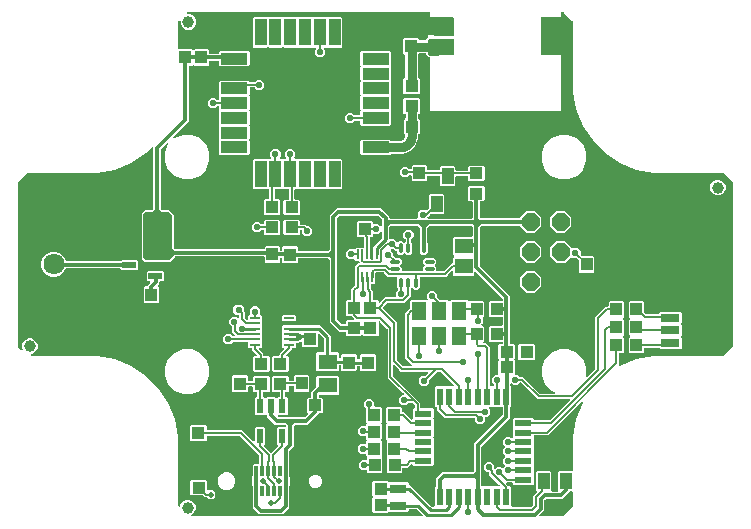
<source format=gbr>
G04 EAGLE Gerber RS-274X export*
G75*
%MOMM*%
%FSLAX34Y34*%
%LPD*%
%INTop Copper*%
%IPPOS*%
%AMOC8*
5,1,8,0,0,1.08239X$1,22.5*%
G01*
%ADD10C,1.785000*%
%ADD11R,2.300000X1.000000*%
%ADD12R,1.000000X2.300000*%
%ADD13R,0.600000X1.475000*%
%ADD14R,1.475000X0.600000*%
%ADD15R,0.225000X0.850000*%
%ADD16C,0.350000*%
%ADD17R,1.700000X1.450000*%
%ADD18R,1.700000X3.200000*%
%ADD19R,1.100000X1.000000*%
%ADD20R,1.000000X1.100000*%
%ADD21R,1.000000X1.400000*%
%ADD22R,1.300000X1.500000*%
%ADD23R,1.500000X1.300000*%
%ADD24R,1.150000X0.600000*%
%ADD25R,1.400000X0.750000*%
%ADD26R,0.850000X0.250000*%
%ADD27R,1.400000X2.500000*%
%ADD28R,1.600000X1.300000*%
%ADD29R,0.300000X0.870000*%
%ADD30C,1.560000*%
%ADD31R,1.600000X0.700000*%
%ADD32C,1.000000*%
%ADD33R,0.600000X1.200000*%
%ADD34P,1.649562X8X292.500000*%
%ADD35C,0.760000*%
%ADD36C,0.406400*%
%ADD37C,1.016000*%
%ADD38C,0.550000*%
%ADD39C,0.152400*%
%ADD40C,0.500000*%
%ADD41C,0.304800*%
%ADD42C,0.254000*%

G36*
X458870Y107583D02*
X458870Y107583D01*
X458967Y107593D01*
X458991Y107603D01*
X459017Y107607D01*
X459103Y107653D01*
X459192Y107693D01*
X459211Y107710D01*
X459234Y107723D01*
X459301Y107793D01*
X459373Y107859D01*
X459386Y107882D01*
X459404Y107901D01*
X459445Y107989D01*
X459492Y108075D01*
X459496Y108100D01*
X459507Y108124D01*
X459518Y108221D01*
X459535Y108317D01*
X459532Y108343D01*
X459535Y108368D01*
X459514Y108464D01*
X459500Y108560D01*
X459488Y108583D01*
X459482Y108609D01*
X459432Y108692D01*
X459388Y108779D01*
X459369Y108798D01*
X459356Y108820D01*
X459282Y108883D01*
X459213Y108951D01*
X459184Y108967D01*
X459169Y108980D01*
X459139Y108992D01*
X459066Y109032D01*
X456160Y110236D01*
X450850Y115546D01*
X447976Y122483D01*
X447976Y129993D01*
X450850Y136930D01*
X456160Y142240D01*
X463097Y145114D01*
X470607Y145114D01*
X477544Y142240D01*
X482854Y136930D01*
X485728Y129993D01*
X485728Y122415D01*
X485739Y122344D01*
X485741Y122272D01*
X485759Y122223D01*
X485767Y122172D01*
X485801Y122108D01*
X485826Y122041D01*
X485858Y122000D01*
X485883Y121954D01*
X485935Y121905D01*
X485979Y121849D01*
X486023Y121821D01*
X486061Y121785D01*
X486126Y121755D01*
X486186Y121716D01*
X486237Y121703D01*
X486284Y121681D01*
X486355Y121673D01*
X486425Y121656D01*
X486477Y121660D01*
X486528Y121654D01*
X486599Y121670D01*
X486670Y121675D01*
X486718Y121695D01*
X486769Y121707D01*
X486830Y121743D01*
X486896Y121771D01*
X486952Y121816D01*
X486980Y121833D01*
X486995Y121851D01*
X487027Y121876D01*
X493286Y128135D01*
X493339Y128209D01*
X493399Y128279D01*
X493411Y128309D01*
X493430Y128335D01*
X493457Y128422D01*
X493491Y128507D01*
X493495Y128548D01*
X493502Y128570D01*
X493501Y128602D01*
X493509Y128674D01*
X493509Y172463D01*
X502263Y181217D01*
X503924Y181217D01*
X503944Y181220D01*
X503963Y181218D01*
X504065Y181240D01*
X504167Y181256D01*
X504184Y181266D01*
X504204Y181270D01*
X504293Y181323D01*
X504384Y181372D01*
X504398Y181386D01*
X504415Y181396D01*
X504482Y181475D01*
X504554Y181550D01*
X504562Y181568D01*
X504575Y181583D01*
X504614Y181679D01*
X504657Y181773D01*
X504659Y181793D01*
X504667Y181811D01*
X504685Y181978D01*
X504685Y185062D01*
X505578Y185955D01*
X516842Y185955D01*
X517735Y185062D01*
X517735Y172798D01*
X516875Y171938D01*
X516863Y171922D01*
X516847Y171910D01*
X516791Y171822D01*
X516731Y171739D01*
X516725Y171720D01*
X516714Y171703D01*
X516689Y171602D01*
X516659Y171503D01*
X516659Y171484D01*
X516654Y171464D01*
X516662Y171361D01*
X516665Y171258D01*
X516672Y171239D01*
X516673Y171219D01*
X516714Y171124D01*
X516749Y171027D01*
X516762Y171011D01*
X516770Y170993D01*
X516875Y170862D01*
X517735Y170002D01*
X517735Y157738D01*
X516855Y156858D01*
X516843Y156842D01*
X516827Y156830D01*
X516771Y156742D01*
X516711Y156659D01*
X516705Y156640D01*
X516694Y156623D01*
X516669Y156522D01*
X516639Y156423D01*
X516639Y156404D01*
X516634Y156384D01*
X516642Y156281D01*
X516645Y156178D01*
X516652Y156159D01*
X516653Y156139D01*
X516694Y156044D01*
X516729Y155947D01*
X516742Y155931D01*
X516750Y155913D01*
X516855Y155782D01*
X517655Y154982D01*
X517655Y142718D01*
X516762Y141825D01*
X514178Y141825D01*
X514158Y141822D01*
X514139Y141824D01*
X514037Y141802D01*
X513935Y141786D01*
X513918Y141776D01*
X513898Y141772D01*
X513809Y141719D01*
X513718Y141670D01*
X513704Y141656D01*
X513687Y141646D01*
X513620Y141567D01*
X513548Y141492D01*
X513540Y141474D01*
X513527Y141459D01*
X513488Y141363D01*
X513445Y141269D01*
X513443Y141249D01*
X513435Y141231D01*
X513417Y141064D01*
X513417Y131994D01*
X513424Y131949D01*
X513422Y131903D01*
X513444Y131828D01*
X513456Y131751D01*
X513478Y131711D01*
X513491Y131667D01*
X513535Y131603D01*
X513572Y131534D01*
X513605Y131502D01*
X513631Y131465D01*
X513694Y131418D01*
X513750Y131364D01*
X513792Y131345D01*
X513828Y131318D01*
X513902Y131294D01*
X513973Y131261D01*
X514019Y131256D01*
X514062Y131242D01*
X514140Y131242D01*
X514217Y131234D01*
X514262Y131244D01*
X514308Y131244D01*
X514440Y131282D01*
X514458Y131286D01*
X514462Y131289D01*
X514469Y131291D01*
X528205Y136980D01*
X542918Y139907D01*
X602044Y139907D01*
X602134Y139921D01*
X602225Y139929D01*
X602255Y139941D01*
X602287Y139946D01*
X602368Y139989D01*
X602451Y140025D01*
X602484Y140051D01*
X602504Y140062D01*
X602526Y140085D01*
X602582Y140130D01*
X609932Y147480D01*
X609985Y147554D01*
X610045Y147623D01*
X610057Y147653D01*
X610076Y147679D01*
X610103Y147766D01*
X610137Y147851D01*
X610141Y147892D01*
X610148Y147914D01*
X610147Y147947D01*
X610155Y148018D01*
X610155Y286322D01*
X610141Y286412D01*
X610133Y286503D01*
X610121Y286533D01*
X610116Y286565D01*
X610073Y286646D01*
X610037Y286729D01*
X610011Y286762D01*
X610000Y286782D01*
X609977Y286804D01*
X609932Y286860D01*
X602582Y294210D01*
X602508Y294263D01*
X602439Y294323D01*
X602409Y294335D01*
X602383Y294354D01*
X602296Y294381D01*
X602211Y294415D01*
X602170Y294419D01*
X602148Y294426D01*
X602115Y294425D01*
X602044Y294433D01*
X542918Y294433D01*
X528205Y297360D01*
X514346Y303100D01*
X501873Y311434D01*
X491266Y322041D01*
X482932Y334514D01*
X477192Y348373D01*
X474265Y363086D01*
X474265Y422466D01*
X474263Y422479D01*
X474264Y422490D01*
X474253Y422542D01*
X474251Y422556D01*
X474243Y422647D01*
X474231Y422677D01*
X474226Y422709D01*
X474183Y422790D01*
X474147Y422873D01*
X474121Y422906D01*
X474110Y422926D01*
X474087Y422948D01*
X474042Y423004D01*
X466692Y430354D01*
X466618Y430407D01*
X466549Y430467D01*
X466519Y430479D01*
X466493Y430498D01*
X466406Y430525D01*
X466321Y430559D01*
X466280Y430563D01*
X466258Y430570D01*
X466225Y430569D01*
X466154Y430577D01*
X465212Y430577D01*
X465192Y430574D01*
X465173Y430576D01*
X465071Y430554D01*
X464969Y430538D01*
X464952Y430528D01*
X464932Y430524D01*
X464843Y430471D01*
X464752Y430422D01*
X464738Y430408D01*
X464721Y430398D01*
X464654Y430319D01*
X464582Y430244D01*
X464574Y430226D01*
X464561Y430211D01*
X464522Y430115D01*
X464479Y430021D01*
X464477Y430001D01*
X464469Y429983D01*
X464451Y429816D01*
X464451Y426160D01*
X464450Y426159D01*
X448212Y426159D01*
X448192Y426156D01*
X448173Y426158D01*
X448071Y426136D01*
X447969Y426120D01*
X447952Y426110D01*
X447932Y426106D01*
X447843Y426053D01*
X447752Y426004D01*
X447738Y425990D01*
X447721Y425980D01*
X447654Y425901D01*
X447582Y425826D01*
X447574Y425808D01*
X447561Y425793D01*
X447522Y425697D01*
X447479Y425603D01*
X447477Y425583D01*
X447469Y425565D01*
X447451Y425398D01*
X447451Y394922D01*
X447454Y394902D01*
X447452Y394883D01*
X447474Y394781D01*
X447490Y394679D01*
X447500Y394662D01*
X447504Y394642D01*
X447557Y394553D01*
X447606Y394462D01*
X447620Y394448D01*
X447630Y394431D01*
X447709Y394364D01*
X447784Y394292D01*
X447802Y394284D01*
X447817Y394271D01*
X447913Y394232D01*
X448007Y394189D01*
X448027Y394187D01*
X448045Y394179D01*
X448212Y394161D01*
X464450Y394161D01*
X464451Y394160D01*
X464451Y347160D01*
X464450Y347159D01*
X353450Y347159D01*
X353449Y347160D01*
X353449Y391874D01*
X353446Y391894D01*
X353448Y391913D01*
X353426Y392015D01*
X353410Y392117D01*
X353400Y392134D01*
X353396Y392154D01*
X353343Y392243D01*
X353294Y392334D01*
X353280Y392348D01*
X353270Y392365D01*
X353191Y392432D01*
X353116Y392504D01*
X353098Y392512D01*
X353083Y392525D01*
X352987Y392564D01*
X352893Y392607D01*
X352873Y392609D01*
X352855Y392617D01*
X352688Y392635D01*
X352317Y392635D01*
X350233Y394719D01*
X350233Y395324D01*
X350230Y395344D01*
X350232Y395363D01*
X350210Y395465D01*
X350194Y395567D01*
X350184Y395584D01*
X350180Y395604D01*
X350127Y395693D01*
X350078Y395784D01*
X350064Y395798D01*
X350054Y395815D01*
X349975Y395882D01*
X349900Y395954D01*
X349882Y395962D01*
X349867Y395975D01*
X349771Y396014D01*
X349677Y396057D01*
X349657Y396059D01*
X349639Y396067D01*
X349472Y396085D01*
X344707Y396085D01*
X344617Y396071D01*
X344526Y396063D01*
X344496Y396051D01*
X344464Y396046D01*
X344384Y396003D01*
X344300Y395967D01*
X344267Y395941D01*
X344247Y395930D01*
X344225Y395907D01*
X344169Y395862D01*
X343518Y395211D01*
X343464Y395137D01*
X343405Y395068D01*
X343393Y395038D01*
X343374Y395012D01*
X343347Y394925D01*
X343313Y394840D01*
X343309Y394799D01*
X343302Y394777D01*
X343303Y394744D01*
X343295Y394673D01*
X343295Y375376D01*
X343298Y375356D01*
X343296Y375337D01*
X343318Y375235D01*
X343334Y375133D01*
X343344Y375116D01*
X343348Y375096D01*
X343401Y375007D01*
X343450Y374916D01*
X343464Y374902D01*
X343474Y374885D01*
X343553Y374818D01*
X343628Y374746D01*
X343646Y374738D01*
X343661Y374725D01*
X343757Y374686D01*
X343851Y374643D01*
X343871Y374641D01*
X343889Y374633D01*
X344056Y374615D01*
X344102Y374615D01*
X344995Y373722D01*
X344995Y362458D01*
X344102Y361565D01*
X331838Y361565D01*
X330945Y362458D01*
X330945Y373722D01*
X331838Y374615D01*
X331884Y374615D01*
X331904Y374618D01*
X331923Y374616D01*
X332025Y374638D01*
X332127Y374654D01*
X332144Y374664D01*
X332164Y374668D01*
X332253Y374721D01*
X332344Y374770D01*
X332358Y374784D01*
X332375Y374794D01*
X332442Y374873D01*
X332514Y374948D01*
X332522Y374966D01*
X332535Y374981D01*
X332574Y375077D01*
X332617Y375171D01*
X332619Y375191D01*
X332627Y375209D01*
X332645Y375376D01*
X332645Y394064D01*
X332642Y394084D01*
X332644Y394103D01*
X332622Y394205D01*
X332606Y394307D01*
X332596Y394324D01*
X332592Y394344D01*
X332539Y394433D01*
X332490Y394524D01*
X332476Y394538D01*
X332466Y394555D01*
X332387Y394622D01*
X332312Y394694D01*
X332294Y394702D01*
X332279Y394715D01*
X332183Y394754D01*
X332089Y394797D01*
X332069Y394799D01*
X332051Y394807D01*
X331884Y394825D01*
X331868Y394825D01*
X330975Y395718D01*
X330975Y407982D01*
X331868Y408875D01*
X343132Y408875D01*
X344025Y407982D01*
X344025Y407496D01*
X344028Y407476D01*
X344026Y407457D01*
X344048Y407355D01*
X344064Y407253D01*
X344074Y407236D01*
X344078Y407216D01*
X344131Y407127D01*
X344180Y407036D01*
X344194Y407022D01*
X344204Y407005D01*
X344283Y406938D01*
X344358Y406866D01*
X344376Y406858D01*
X344391Y406845D01*
X344487Y406806D01*
X344581Y406763D01*
X344601Y406761D01*
X344619Y406753D01*
X344786Y406735D01*
X349472Y406735D01*
X349492Y406738D01*
X349511Y406736D01*
X349613Y406758D01*
X349715Y406774D01*
X349732Y406784D01*
X349752Y406788D01*
X349841Y406841D01*
X349932Y406890D01*
X349946Y406904D01*
X349963Y406914D01*
X350030Y406993D01*
X350102Y407068D01*
X350110Y407086D01*
X350123Y407101D01*
X350162Y407197D01*
X350205Y407291D01*
X350207Y407311D01*
X350215Y407329D01*
X350233Y407496D01*
X350233Y407601D01*
X351226Y408594D01*
X351279Y408668D01*
X351339Y408738D01*
X351351Y408768D01*
X351370Y408794D01*
X351397Y408881D01*
X351431Y408966D01*
X351435Y409007D01*
X351442Y409029D01*
X351441Y409061D01*
X351449Y409133D01*
X351449Y412160D01*
X351450Y412161D01*
X356450Y412161D01*
X356451Y412160D01*
X356451Y410946D01*
X356454Y410926D01*
X356452Y410907D01*
X356474Y410805D01*
X356490Y410703D01*
X356500Y410686D01*
X356504Y410666D01*
X356557Y410577D01*
X356606Y410486D01*
X356620Y410472D01*
X356630Y410455D01*
X356709Y410388D01*
X356784Y410316D01*
X356802Y410308D01*
X356817Y410295D01*
X356913Y410256D01*
X357007Y410213D01*
X357027Y410211D01*
X357045Y410203D01*
X357212Y410185D01*
X372688Y410185D01*
X372708Y410188D01*
X372727Y410186D01*
X372829Y410208D01*
X372931Y410224D01*
X372948Y410234D01*
X372968Y410238D01*
X373057Y410291D01*
X373148Y410340D01*
X373162Y410354D01*
X373179Y410364D01*
X373246Y410443D01*
X373318Y410518D01*
X373326Y410536D01*
X373339Y410551D01*
X373378Y410647D01*
X373421Y410741D01*
X373423Y410761D01*
X373431Y410779D01*
X373449Y410946D01*
X373449Y425398D01*
X373446Y425418D01*
X373448Y425437D01*
X373426Y425539D01*
X373410Y425641D01*
X373400Y425658D01*
X373396Y425678D01*
X373343Y425767D01*
X373294Y425858D01*
X373280Y425872D01*
X373270Y425889D01*
X373191Y425956D01*
X373116Y426028D01*
X373098Y426036D01*
X373083Y426049D01*
X372987Y426088D01*
X372893Y426131D01*
X372873Y426133D01*
X372855Y426141D01*
X372688Y426159D01*
X353450Y426159D01*
X353449Y426160D01*
X353449Y429816D01*
X353446Y429836D01*
X353448Y429855D01*
X353426Y429957D01*
X353410Y430059D01*
X353400Y430076D01*
X353396Y430096D01*
X353343Y430185D01*
X353294Y430276D01*
X353280Y430290D01*
X353270Y430307D01*
X353191Y430374D01*
X353116Y430446D01*
X353098Y430454D01*
X353083Y430467D01*
X352987Y430506D01*
X352893Y430549D01*
X352873Y430551D01*
X352855Y430559D01*
X352688Y430577D01*
X148526Y430577D01*
X148436Y430563D01*
X148345Y430555D01*
X148315Y430543D01*
X148283Y430538D01*
X148203Y430495D01*
X148119Y430459D01*
X148086Y430433D01*
X148066Y430422D01*
X148044Y430399D01*
X147988Y430354D01*
X147808Y430174D01*
X147766Y430116D01*
X147716Y430064D01*
X147694Y430017D01*
X147664Y429975D01*
X147643Y429906D01*
X147613Y429841D01*
X147607Y429789D01*
X147592Y429740D01*
X147594Y429668D01*
X147586Y429597D01*
X147597Y429546D01*
X147598Y429494D01*
X147623Y429426D01*
X147638Y429356D01*
X147665Y429311D01*
X147682Y429263D01*
X147727Y429207D01*
X147764Y429145D01*
X147804Y429111D01*
X147836Y429071D01*
X147897Y429032D01*
X147951Y428985D01*
X147999Y428966D01*
X148043Y428938D01*
X148113Y428920D01*
X148179Y428893D01*
X148250Y428885D01*
X148282Y428877D01*
X148305Y428879D01*
X148346Y428875D01*
X150168Y428875D01*
X152566Y427881D01*
X154401Y426046D01*
X155395Y423648D01*
X155395Y421052D01*
X154401Y418654D01*
X152566Y416819D01*
X150168Y415825D01*
X147572Y415825D01*
X145174Y416819D01*
X143339Y418654D01*
X142345Y421052D01*
X142345Y422874D01*
X142334Y422945D01*
X142332Y423017D01*
X142314Y423066D01*
X142306Y423117D01*
X142272Y423180D01*
X142247Y423248D01*
X142215Y423288D01*
X142190Y423334D01*
X142139Y423384D01*
X142094Y423440D01*
X142050Y423468D01*
X142012Y423504D01*
X141947Y423534D01*
X141887Y423573D01*
X141836Y423585D01*
X141789Y423607D01*
X141718Y423615D01*
X141648Y423633D01*
X141596Y423629D01*
X141545Y423634D01*
X141474Y423619D01*
X141403Y423614D01*
X141355Y423593D01*
X141304Y423582D01*
X141243Y423545D01*
X141177Y423517D01*
X141121Y423472D01*
X141093Y423456D01*
X141078Y423438D01*
X141046Y423412D01*
X140638Y423004D01*
X140584Y422930D01*
X140525Y422861D01*
X140513Y422831D01*
X140494Y422805D01*
X140467Y422718D01*
X140433Y422633D01*
X140429Y422592D01*
X140422Y422570D01*
X140423Y422537D01*
X140415Y422466D01*
X140415Y400196D01*
X140418Y400176D01*
X140416Y400157D01*
X140438Y400055D01*
X140454Y399953D01*
X140464Y399936D01*
X140468Y399916D01*
X140521Y399827D01*
X140570Y399736D01*
X140584Y399722D01*
X140594Y399705D01*
X140673Y399638D01*
X140748Y399566D01*
X140766Y399558D01*
X140781Y399545D01*
X140877Y399506D01*
X140971Y399463D01*
X140991Y399461D01*
X141009Y399453D01*
X141176Y399435D01*
X151882Y399435D01*
X152557Y398760D01*
X152573Y398748D01*
X152585Y398732D01*
X152673Y398676D01*
X152756Y398616D01*
X152775Y398610D01*
X152792Y398599D01*
X152893Y398574D01*
X152992Y398544D01*
X153011Y398544D01*
X153031Y398539D01*
X153134Y398547D01*
X153237Y398550D01*
X153256Y398557D01*
X153276Y398558D01*
X153371Y398599D01*
X153468Y398634D01*
X153484Y398647D01*
X153502Y398655D01*
X153633Y398760D01*
X154188Y399315D01*
X165452Y399315D01*
X166345Y398422D01*
X166345Y396100D01*
X166348Y396080D01*
X166346Y396061D01*
X166368Y395959D01*
X166384Y395857D01*
X166394Y395840D01*
X166398Y395820D01*
X166451Y395731D01*
X166500Y395640D01*
X166514Y395626D01*
X166524Y395609D01*
X166603Y395542D01*
X166678Y395470D01*
X166696Y395462D01*
X166711Y395449D01*
X166807Y395410D01*
X166901Y395367D01*
X166921Y395365D01*
X166939Y395357D01*
X167106Y395339D01*
X173834Y395339D01*
X173854Y395342D01*
X173873Y395340D01*
X173975Y395362D01*
X174077Y395378D01*
X174094Y395388D01*
X174114Y395392D01*
X174203Y395445D01*
X174294Y395494D01*
X174308Y395508D01*
X174325Y395518D01*
X174392Y395597D01*
X174464Y395672D01*
X174472Y395690D01*
X174485Y395705D01*
X174524Y395801D01*
X174567Y395895D01*
X174569Y395915D01*
X174577Y395933D01*
X174595Y396100D01*
X174595Y396842D01*
X175488Y397735D01*
X199752Y397735D01*
X200645Y396842D01*
X200645Y385578D01*
X199752Y384685D01*
X175488Y384685D01*
X174595Y385578D01*
X174595Y388480D01*
X174592Y388500D01*
X174594Y388519D01*
X174572Y388621D01*
X174556Y388723D01*
X174546Y388740D01*
X174542Y388760D01*
X174489Y388849D01*
X174440Y388940D01*
X174426Y388954D01*
X174416Y388971D01*
X174337Y389038D01*
X174262Y389110D01*
X174244Y389118D01*
X174229Y389131D01*
X174133Y389170D01*
X174039Y389213D01*
X174019Y389215D01*
X174001Y389223D01*
X173834Y389241D01*
X167106Y389241D01*
X167086Y389238D01*
X167067Y389240D01*
X166965Y389218D01*
X166863Y389202D01*
X166846Y389192D01*
X166826Y389188D01*
X166737Y389135D01*
X166646Y389086D01*
X166632Y389072D01*
X166615Y389062D01*
X166548Y388983D01*
X166476Y388908D01*
X166468Y388890D01*
X166455Y388875D01*
X166416Y388779D01*
X166373Y388685D01*
X166371Y388665D01*
X166363Y388647D01*
X166345Y388480D01*
X166345Y386158D01*
X165452Y385265D01*
X154188Y385265D01*
X153513Y385940D01*
X153497Y385952D01*
X153485Y385968D01*
X153397Y386024D01*
X153314Y386084D01*
X153295Y386090D01*
X153278Y386101D01*
X153177Y386126D01*
X153078Y386156D01*
X153059Y386156D01*
X153039Y386161D01*
X152936Y386153D01*
X152833Y386150D01*
X152814Y386143D01*
X152794Y386142D01*
X152699Y386101D01*
X152602Y386066D01*
X152586Y386053D01*
X152568Y386045D01*
X152437Y385940D01*
X151882Y385385D01*
X150060Y385385D01*
X150040Y385382D01*
X150021Y385384D01*
X149919Y385362D01*
X149817Y385346D01*
X149800Y385336D01*
X149780Y385332D01*
X149691Y385279D01*
X149600Y385230D01*
X149586Y385216D01*
X149569Y385206D01*
X149502Y385127D01*
X149430Y385052D01*
X149422Y385034D01*
X149409Y385019D01*
X149370Y384923D01*
X149327Y384829D01*
X149325Y384809D01*
X149317Y384791D01*
X149299Y384624D01*
X149299Y338397D01*
X136206Y325304D01*
X136149Y325225D01*
X136087Y325150D01*
X136077Y325125D01*
X136062Y325104D01*
X136033Y325011D01*
X135998Y324920D01*
X135997Y324894D01*
X135990Y324869D01*
X135992Y324772D01*
X135988Y324675D01*
X135995Y324649D01*
X135996Y324623D01*
X136029Y324532D01*
X136057Y324438D01*
X136071Y324417D01*
X136080Y324392D01*
X136141Y324316D01*
X136197Y324236D01*
X136218Y324221D01*
X136234Y324200D01*
X136316Y324148D01*
X136394Y324089D01*
X136419Y324081D01*
X136441Y324067D01*
X136535Y324043D01*
X136628Y324013D01*
X136654Y324014D01*
X136680Y324007D01*
X136776Y324015D01*
X136874Y324016D01*
X136905Y324025D01*
X136925Y324026D01*
X136955Y324039D01*
X137035Y324062D01*
X144073Y326978D01*
X151583Y326978D01*
X158520Y324104D01*
X163830Y318794D01*
X166704Y311857D01*
X166704Y304347D01*
X163830Y297410D01*
X158520Y292100D01*
X151583Y289226D01*
X144073Y289226D01*
X137136Y292100D01*
X131826Y297410D01*
X128952Y304347D01*
X128952Y311857D01*
X131868Y318895D01*
X131890Y318990D01*
X131919Y319083D01*
X131918Y319109D01*
X131924Y319134D01*
X131915Y319231D01*
X131912Y319329D01*
X131903Y319353D01*
X131901Y319379D01*
X131861Y319468D01*
X131828Y319560D01*
X131811Y319580D01*
X131801Y319604D01*
X131735Y319676D01*
X131674Y319752D01*
X131652Y319766D01*
X131634Y319785D01*
X131549Y319832D01*
X131467Y319885D01*
X131442Y319891D01*
X131419Y319904D01*
X131323Y319921D01*
X131229Y319945D01*
X131203Y319943D01*
X131177Y319947D01*
X131080Y319933D01*
X130983Y319926D01*
X130959Y319915D01*
X130933Y319912D01*
X130846Y319867D01*
X130757Y319829D01*
X130732Y319809D01*
X130714Y319800D01*
X130691Y319776D01*
X130626Y319724D01*
X125532Y314630D01*
X125479Y314556D01*
X125419Y314487D01*
X125407Y314457D01*
X125388Y314430D01*
X125361Y314343D01*
X125327Y314259D01*
X125323Y314218D01*
X125316Y314195D01*
X125317Y314163D01*
X125309Y314092D01*
X125309Y264829D01*
X125323Y264739D01*
X125331Y264648D01*
X125343Y264618D01*
X125348Y264586D01*
X125391Y264506D01*
X125427Y264422D01*
X125453Y264390D01*
X125464Y264369D01*
X125487Y264347D01*
X125532Y264291D01*
X126583Y263240D01*
X126657Y263187D01*
X126726Y263127D01*
X126756Y263115D01*
X126782Y263096D01*
X126869Y263069D01*
X126954Y263035D01*
X126995Y263031D01*
X127017Y263024D01*
X127050Y263025D01*
X127121Y263017D01*
X132797Y263017D01*
X136477Y259337D01*
X136477Y231840D01*
X136491Y231750D01*
X136499Y231659D01*
X136511Y231629D01*
X136516Y231597D01*
X136559Y231517D01*
X136595Y231433D01*
X136621Y231401D01*
X136632Y231380D01*
X136655Y231358D01*
X136700Y231302D01*
X137730Y230272D01*
X137804Y230219D01*
X137873Y230159D01*
X137903Y230147D01*
X137930Y230128D01*
X138017Y230101D01*
X138101Y230067D01*
X138142Y230063D01*
X138165Y230056D01*
X138197Y230057D01*
X138268Y230049D01*
X212714Y230049D01*
X212734Y230052D01*
X212753Y230050D01*
X212855Y230072D01*
X212957Y230088D01*
X212974Y230098D01*
X212994Y230102D01*
X213083Y230155D01*
X213174Y230204D01*
X213188Y230218D01*
X213205Y230228D01*
X213272Y230307D01*
X213344Y230382D01*
X213352Y230400D01*
X213365Y230415D01*
X213404Y230511D01*
X213447Y230605D01*
X213449Y230625D01*
X213457Y230643D01*
X213475Y230810D01*
X213475Y231692D01*
X214368Y232585D01*
X225632Y232585D01*
X226525Y231692D01*
X226525Y229370D01*
X226528Y229350D01*
X226526Y229331D01*
X226548Y229229D01*
X226564Y229127D01*
X226574Y229110D01*
X226578Y229090D01*
X226631Y229001D01*
X226680Y228910D01*
X226694Y228896D01*
X226704Y228879D01*
X226783Y228812D01*
X226858Y228740D01*
X226876Y228732D01*
X226891Y228719D01*
X226987Y228680D01*
X227081Y228637D01*
X227101Y228635D01*
X227119Y228627D01*
X227286Y228609D01*
X227614Y228609D01*
X227634Y228612D01*
X227653Y228610D01*
X227755Y228632D01*
X227857Y228648D01*
X227874Y228658D01*
X227894Y228662D01*
X227983Y228715D01*
X228074Y228764D01*
X228088Y228778D01*
X228105Y228788D01*
X228172Y228867D01*
X228244Y228942D01*
X228252Y228960D01*
X228265Y228975D01*
X228304Y229071D01*
X228347Y229165D01*
X228349Y229185D01*
X228357Y229203D01*
X228375Y229370D01*
X228375Y231552D01*
X229268Y232445D01*
X240532Y232445D01*
X241425Y231552D01*
X241425Y229230D01*
X241428Y229210D01*
X241426Y229191D01*
X241448Y229089D01*
X241464Y228987D01*
X241474Y228970D01*
X241478Y228950D01*
X241531Y228861D01*
X241580Y228770D01*
X241594Y228756D01*
X241604Y228739D01*
X241683Y228672D01*
X241758Y228600D01*
X241776Y228592D01*
X241791Y228579D01*
X241887Y228540D01*
X241981Y228497D01*
X242001Y228495D01*
X242019Y228487D01*
X242186Y228469D01*
X266942Y228469D01*
X267032Y228483D01*
X267123Y228491D01*
X267153Y228503D01*
X267185Y228508D01*
X267265Y228551D01*
X267349Y228587D01*
X267381Y228613D01*
X267402Y228624D01*
X267424Y228647D01*
X267480Y228692D01*
X268458Y229670D01*
X268511Y229744D01*
X268571Y229813D01*
X268583Y229843D01*
X268602Y229870D01*
X268629Y229957D01*
X268663Y230041D01*
X268667Y230082D01*
X268674Y230105D01*
X268673Y230137D01*
X268681Y230208D01*
X268681Y258683D01*
X274497Y264499D01*
X311943Y264499D01*
X313952Y262490D01*
X316850Y259592D01*
X318859Y257583D01*
X318859Y256710D01*
X318862Y256690D01*
X318860Y256671D01*
X318882Y256569D01*
X318898Y256467D01*
X318908Y256450D01*
X318912Y256430D01*
X318965Y256341D01*
X319014Y256250D01*
X319028Y256236D01*
X319038Y256219D01*
X319117Y256152D01*
X319192Y256080D01*
X319210Y256072D01*
X319225Y256059D01*
X319321Y256020D01*
X319415Y255977D01*
X319435Y255975D01*
X319453Y255967D01*
X319620Y255949D01*
X342668Y255949D01*
X342739Y255960D01*
X342811Y255962D01*
X342859Y255980D01*
X342911Y255988D01*
X342974Y256022D01*
X343042Y256047D01*
X343082Y256079D01*
X343128Y256104D01*
X343178Y256156D01*
X343234Y256200D01*
X343262Y256244D01*
X343298Y256282D01*
X343328Y256347D01*
X343367Y256407D01*
X343379Y256458D01*
X343401Y256505D01*
X343409Y256576D01*
X343427Y256646D01*
X343423Y256698D01*
X343428Y256749D01*
X343413Y256820D01*
X343407Y256891D01*
X343387Y256939D01*
X343376Y256990D01*
X343339Y257051D01*
X343311Y257117D01*
X343266Y257173D01*
X343250Y257201D01*
X343232Y257216D01*
X343206Y257248D01*
X342925Y257529D01*
X342925Y261071D01*
X345429Y263575D01*
X348971Y263575D01*
X349617Y262928D01*
X349634Y262916D01*
X349646Y262901D01*
X349733Y262845D01*
X349817Y262784D01*
X349836Y262779D01*
X349853Y262768D01*
X349953Y262742D01*
X350052Y262712D01*
X350072Y262713D01*
X350092Y262708D01*
X350194Y262716D01*
X350298Y262718D01*
X350317Y262725D01*
X350337Y262727D01*
X350432Y262767D01*
X350529Y262803D01*
X350545Y262815D01*
X350563Y262823D01*
X350694Y262928D01*
X352252Y264486D01*
X352305Y264560D01*
X352365Y264630D01*
X352377Y264660D01*
X352396Y264686D01*
X352423Y264773D01*
X352457Y264858D01*
X352461Y264899D01*
X352468Y264921D01*
X352467Y264953D01*
X352475Y265025D01*
X352475Y275582D01*
X353368Y276475D01*
X364632Y276475D01*
X365525Y275582D01*
X365525Y260318D01*
X364632Y259425D01*
X353975Y259425D01*
X353884Y259411D01*
X353794Y259403D01*
X353764Y259391D01*
X353732Y259386D01*
X353651Y259343D01*
X353567Y259307D01*
X353535Y259281D01*
X353514Y259270D01*
X353492Y259247D01*
X353436Y259202D01*
X351482Y257248D01*
X351440Y257190D01*
X351391Y257138D01*
X351369Y257091D01*
X351339Y257049D01*
X351318Y256980D01*
X351287Y256915D01*
X351282Y256863D01*
X351266Y256813D01*
X351268Y256742D01*
X351260Y256671D01*
X351271Y256620D01*
X351273Y256568D01*
X351297Y256500D01*
X351312Y256430D01*
X351339Y256385D01*
X351357Y256337D01*
X351402Y256281D01*
X351439Y256219D01*
X351478Y256185D01*
X351511Y256145D01*
X351571Y256106D01*
X351626Y256059D01*
X351674Y256040D01*
X351718Y256012D01*
X351787Y255994D01*
X351854Y255967D01*
X351925Y255959D01*
X351956Y255951D01*
X351980Y255953D01*
X352020Y255949D01*
X353192Y255949D01*
X353203Y255939D01*
X353233Y255927D01*
X353260Y255908D01*
X353347Y255881D01*
X353431Y255847D01*
X353472Y255843D01*
X353495Y255836D01*
X353527Y255837D01*
X353598Y255829D01*
X388301Y255829D01*
X388391Y255843D01*
X388482Y255851D01*
X388512Y255863D01*
X388544Y255868D01*
X388624Y255911D01*
X388708Y255947D01*
X388740Y255973D01*
X388761Y255984D01*
X388783Y256007D01*
X388839Y256052D01*
X389398Y256611D01*
X389451Y256685D01*
X389511Y256754D01*
X389523Y256784D01*
X389542Y256810D01*
X389569Y256897D01*
X389603Y256982D01*
X389607Y257023D01*
X389614Y257045D01*
X389613Y257078D01*
X389621Y257149D01*
X389621Y269814D01*
X389618Y269834D01*
X389620Y269853D01*
X389598Y269955D01*
X389582Y270057D01*
X389572Y270074D01*
X389568Y270094D01*
X389515Y270183D01*
X389466Y270274D01*
X389452Y270288D01*
X389442Y270305D01*
X389363Y270372D01*
X389288Y270444D01*
X389270Y270452D01*
X389255Y270465D01*
X389159Y270504D01*
X389065Y270547D01*
X389045Y270549D01*
X389027Y270557D01*
X388860Y270575D01*
X386468Y270575D01*
X385575Y271468D01*
X385575Y282732D01*
X386468Y283625D01*
X398732Y283625D01*
X399625Y282732D01*
X399625Y271468D01*
X398732Y270575D01*
X396480Y270575D01*
X396460Y270572D01*
X396441Y270574D01*
X396339Y270552D01*
X396237Y270536D01*
X396220Y270526D01*
X396200Y270522D01*
X396111Y270469D01*
X396020Y270420D01*
X396006Y270406D01*
X395989Y270396D01*
X395922Y270317D01*
X395850Y270242D01*
X395842Y270224D01*
X395829Y270209D01*
X395790Y270113D01*
X395747Y270019D01*
X395745Y269999D01*
X395737Y269981D01*
X395719Y269814D01*
X395719Y257149D01*
X395733Y257059D01*
X395741Y256968D01*
X395753Y256938D01*
X395758Y256906D01*
X395801Y256826D01*
X395837Y256742D01*
X395863Y256709D01*
X395874Y256689D01*
X395897Y256667D01*
X395942Y256611D01*
X396281Y256272D01*
X396355Y256219D01*
X396424Y256159D01*
X396454Y256147D01*
X396480Y256128D01*
X396567Y256101D01*
X396652Y256067D01*
X396693Y256063D01*
X396716Y256056D01*
X396748Y256057D01*
X396819Y256049D01*
X428694Y256049D01*
X428714Y256052D01*
X428733Y256050D01*
X428835Y256072D01*
X428937Y256088D01*
X428954Y256098D01*
X428974Y256102D01*
X429063Y256155D01*
X429154Y256204D01*
X429168Y256218D01*
X429185Y256228D01*
X429252Y256307D01*
X429324Y256382D01*
X429332Y256400D01*
X429345Y256415D01*
X429384Y256511D01*
X429427Y256605D01*
X429429Y256625D01*
X429437Y256643D01*
X429453Y256785D01*
X434812Y262145D01*
X442388Y262145D01*
X447745Y256788D01*
X447745Y249212D01*
X442388Y243855D01*
X434812Y243855D01*
X429453Y249215D01*
X429454Y249229D01*
X429432Y249331D01*
X429416Y249433D01*
X429406Y249450D01*
X429402Y249470D01*
X429349Y249559D01*
X429300Y249650D01*
X429286Y249664D01*
X429276Y249681D01*
X429197Y249748D01*
X429122Y249820D01*
X429104Y249828D01*
X429089Y249841D01*
X428993Y249880D01*
X428899Y249923D01*
X428879Y249925D01*
X428861Y249933D01*
X428694Y249951D01*
X397259Y249951D01*
X397169Y249937D01*
X397078Y249929D01*
X397048Y249917D01*
X397016Y249912D01*
X396936Y249869D01*
X396852Y249833D01*
X396819Y249807D01*
X396799Y249796D01*
X396777Y249773D01*
X396721Y249728D01*
X395942Y248949D01*
X395889Y248875D01*
X395829Y248806D01*
X395817Y248776D01*
X395798Y248750D01*
X395771Y248663D01*
X395737Y248578D01*
X395733Y248537D01*
X395726Y248515D01*
X395727Y248482D01*
X395719Y248411D01*
X395719Y216358D01*
X395733Y216268D01*
X395741Y216177D01*
X395753Y216147D01*
X395758Y216115D01*
X395801Y216035D01*
X395837Y215951D01*
X395863Y215919D01*
X395874Y215898D01*
X395897Y215876D01*
X395942Y215820D01*
X421263Y190499D01*
X421263Y156834D01*
X421256Y156811D01*
X421257Y156779D01*
X421249Y156708D01*
X421249Y150326D01*
X421252Y150306D01*
X421250Y150287D01*
X421272Y150185D01*
X421288Y150083D01*
X421298Y150066D01*
X421302Y150046D01*
X421355Y149957D01*
X421404Y149866D01*
X421418Y149852D01*
X421428Y149835D01*
X421507Y149768D01*
X421582Y149696D01*
X421600Y149688D01*
X421615Y149675D01*
X421711Y149636D01*
X421805Y149593D01*
X421825Y149591D01*
X421843Y149583D01*
X422010Y149565D01*
X424432Y149565D01*
X425325Y148672D01*
X425325Y137408D01*
X425080Y137163D01*
X425068Y137147D01*
X425052Y137135D01*
X424996Y137048D01*
X424936Y136964D01*
X424930Y136945D01*
X424919Y136928D01*
X424894Y136827D01*
X424864Y136728D01*
X424864Y136709D01*
X424859Y136689D01*
X424867Y136586D01*
X424870Y136483D01*
X424877Y136464D01*
X424878Y136444D01*
X424919Y136349D01*
X424954Y136252D01*
X424967Y136236D01*
X424975Y136218D01*
X425080Y136087D01*
X425435Y135732D01*
X425435Y124536D01*
X425438Y124516D01*
X425436Y124497D01*
X425458Y124395D01*
X425474Y124293D01*
X425484Y124276D01*
X425488Y124256D01*
X425541Y124167D01*
X425590Y124076D01*
X425604Y124062D01*
X425614Y124045D01*
X425693Y123978D01*
X425768Y123906D01*
X425786Y123898D01*
X425801Y123885D01*
X425897Y123846D01*
X425991Y123803D01*
X426011Y123801D01*
X426029Y123793D01*
X426196Y123775D01*
X427471Y123775D01*
X429236Y122010D01*
X429310Y121957D01*
X429379Y121897D01*
X429409Y121885D01*
X429435Y121866D01*
X429522Y121839D01*
X429607Y121805D01*
X429648Y121801D01*
X429671Y121794D01*
X429703Y121795D01*
X429774Y121787D01*
X432466Y121787D01*
X446462Y107791D01*
X446536Y107738D01*
X446606Y107678D01*
X446636Y107666D01*
X446662Y107647D01*
X446749Y107620D01*
X446834Y107586D01*
X446875Y107582D01*
X446897Y107575D01*
X446929Y107576D01*
X447001Y107568D01*
X458774Y107568D01*
X458870Y107583D01*
G37*
G36*
X346670Y3774D02*
X346670Y3774D01*
X346742Y3776D01*
X346791Y3794D01*
X346842Y3802D01*
X346906Y3836D01*
X346973Y3861D01*
X347014Y3893D01*
X347060Y3918D01*
X347109Y3970D01*
X347165Y4014D01*
X347193Y4058D01*
X347229Y4096D01*
X347259Y4161D01*
X347298Y4221D01*
X347311Y4272D01*
X347333Y4319D01*
X347341Y4390D01*
X347358Y4460D01*
X347354Y4512D01*
X347360Y4563D01*
X347345Y4634D01*
X347339Y4705D01*
X347319Y4753D01*
X347308Y4804D01*
X347271Y4865D01*
X347243Y4931D01*
X347198Y4987D01*
X347182Y5015D01*
X347164Y5030D01*
X347138Y5062D01*
X342348Y9852D01*
X342274Y9905D01*
X342205Y9965D01*
X342174Y9977D01*
X342148Y9996D01*
X342061Y10023D01*
X341976Y10057D01*
X341935Y10061D01*
X341913Y10068D01*
X341881Y10067D01*
X341810Y10075D01*
X336036Y10075D01*
X336016Y10072D01*
X335997Y10074D01*
X335895Y10052D01*
X335793Y10036D01*
X335776Y10026D01*
X335756Y10022D01*
X335667Y9969D01*
X335576Y9920D01*
X335562Y9906D01*
X335545Y9896D01*
X335478Y9817D01*
X335406Y9742D01*
X335398Y9724D01*
X335385Y9709D01*
X335346Y9613D01*
X335303Y9519D01*
X335301Y9499D01*
X335293Y9481D01*
X335275Y9314D01*
X335275Y8488D01*
X334382Y7595D01*
X319079Y7595D01*
X319019Y7639D01*
X319000Y7645D01*
X318983Y7656D01*
X318882Y7681D01*
X318783Y7711D01*
X318764Y7711D01*
X318744Y7716D01*
X318641Y7708D01*
X318538Y7705D01*
X318519Y7698D01*
X318499Y7697D01*
X318404Y7656D01*
X318307Y7621D01*
X318291Y7608D01*
X318273Y7600D01*
X318142Y7495D01*
X317672Y7025D01*
X305408Y7025D01*
X304515Y7918D01*
X304515Y19182D01*
X305230Y19897D01*
X305242Y19913D01*
X305258Y19925D01*
X305314Y20013D01*
X305374Y20096D01*
X305380Y20115D01*
X305391Y20132D01*
X305416Y20233D01*
X305446Y20332D01*
X305446Y20351D01*
X305451Y20371D01*
X305443Y20474D01*
X305440Y20577D01*
X305433Y20596D01*
X305432Y20616D01*
X305391Y20711D01*
X305356Y20808D01*
X305343Y20824D01*
X305335Y20842D01*
X305230Y20973D01*
X304595Y21608D01*
X304595Y32872D01*
X305488Y33765D01*
X317752Y33765D01*
X318649Y32868D01*
X318723Y32815D01*
X318792Y32755D01*
X318822Y32743D01*
X318848Y32724D01*
X318935Y32697D01*
X319020Y32663D01*
X319061Y32659D01*
X319083Y32652D01*
X319116Y32653D01*
X319187Y32645D01*
X334382Y32645D01*
X335275Y31752D01*
X335275Y30926D01*
X335278Y30906D01*
X335276Y30887D01*
X335298Y30785D01*
X335314Y30683D01*
X335324Y30666D01*
X335328Y30646D01*
X335381Y30557D01*
X335430Y30466D01*
X335444Y30452D01*
X335454Y30435D01*
X335533Y30368D01*
X335608Y30296D01*
X335626Y30288D01*
X335641Y30275D01*
X335737Y30236D01*
X335831Y30193D01*
X335851Y30191D01*
X335869Y30183D01*
X336036Y30165D01*
X336788Y30165D01*
X354835Y12118D01*
X354909Y12065D01*
X354978Y12005D01*
X355008Y11993D01*
X355034Y11974D01*
X355121Y11947D01*
X355206Y11913D01*
X355247Y11909D01*
X355269Y11902D01*
X355302Y11903D01*
X355373Y11895D01*
X356628Y11895D01*
X356648Y11898D01*
X356667Y11896D01*
X356769Y11918D01*
X356871Y11934D01*
X356888Y11944D01*
X356908Y11948D01*
X356997Y12001D01*
X357088Y12050D01*
X357102Y12064D01*
X357119Y12074D01*
X357186Y12153D01*
X357258Y12228D01*
X357266Y12246D01*
X357279Y12261D01*
X357318Y12357D01*
X357361Y12451D01*
X357363Y12471D01*
X357371Y12489D01*
X357389Y12656D01*
X357389Y28409D01*
X358317Y29337D01*
X358347Y29341D01*
X358364Y29351D01*
X358384Y29355D01*
X358473Y29408D01*
X358564Y29457D01*
X358578Y29471D01*
X358595Y29481D01*
X358662Y29560D01*
X358734Y29635D01*
X358742Y29653D01*
X358755Y29668D01*
X358794Y29764D01*
X358837Y29858D01*
X358839Y29878D01*
X358847Y29896D01*
X358865Y30063D01*
X358865Y35937D01*
X364317Y41389D01*
X389546Y41389D01*
X389636Y41403D01*
X389727Y41411D01*
X389757Y41423D01*
X389789Y41428D01*
X389869Y41471D01*
X389953Y41507D01*
X389985Y41533D01*
X390006Y41544D01*
X390028Y41567D01*
X390084Y41612D01*
X390642Y42170D01*
X390695Y42244D01*
X390755Y42313D01*
X390767Y42343D01*
X390786Y42370D01*
X390813Y42457D01*
X390847Y42541D01*
X390851Y42582D01*
X390858Y42605D01*
X390857Y42637D01*
X390865Y42708D01*
X390865Y65327D01*
X414778Y89240D01*
X414831Y89314D01*
X414848Y89334D01*
X414870Y89356D01*
X414872Y89361D01*
X414891Y89383D01*
X414903Y89413D01*
X414922Y89440D01*
X414948Y89525D01*
X414973Y89579D01*
X414974Y89591D01*
X414983Y89611D01*
X414987Y89652D01*
X414994Y89675D01*
X414993Y89707D01*
X415001Y89778D01*
X415001Y95501D01*
X414998Y95521D01*
X415000Y95540D01*
X414978Y95642D01*
X414962Y95744D01*
X414952Y95761D01*
X414948Y95781D01*
X414895Y95870D01*
X414846Y95961D01*
X414832Y95975D01*
X414822Y95992D01*
X414743Y96059D01*
X414668Y96131D01*
X414650Y96139D01*
X414635Y96152D01*
X414539Y96191D01*
X414445Y96234D01*
X414425Y96236D01*
X414407Y96244D01*
X414240Y96262D01*
X414178Y96262D01*
X414116Y96278D01*
X414017Y96308D01*
X413997Y96308D01*
X413978Y96313D01*
X413875Y96305D01*
X413772Y96302D01*
X413753Y96295D01*
X413733Y96294D01*
X413659Y96262D01*
X406178Y96262D01*
X406116Y96278D01*
X406018Y96308D01*
X405998Y96308D01*
X405978Y96313D01*
X405875Y96305D01*
X405772Y96302D01*
X405753Y96295D01*
X405733Y96294D01*
X405660Y96262D01*
X404221Y96262D01*
X404150Y96251D01*
X404078Y96249D01*
X404030Y96231D01*
X403978Y96223D01*
X403915Y96189D01*
X403847Y96164D01*
X403807Y96132D01*
X403761Y96107D01*
X403711Y96055D01*
X403655Y96011D01*
X403627Y95967D01*
X403591Y95929D01*
X403561Y95864D01*
X403522Y95804D01*
X403510Y95753D01*
X403488Y95706D01*
X403480Y95635D01*
X403462Y95565D01*
X403466Y95513D01*
X403461Y95462D01*
X403476Y95391D01*
X403482Y95320D01*
X403502Y95272D01*
X403513Y95221D01*
X403550Y95160D01*
X403578Y95094D01*
X403623Y95038D01*
X403639Y95010D01*
X403657Y94995D01*
X403683Y94963D01*
X404375Y94271D01*
X404375Y90729D01*
X401871Y88225D01*
X400536Y88225D01*
X400516Y88222D01*
X400497Y88224D01*
X400395Y88202D01*
X400293Y88186D01*
X400276Y88176D01*
X400256Y88172D01*
X400167Y88119D01*
X400076Y88070D01*
X400062Y88056D01*
X400045Y88046D01*
X399978Y87967D01*
X399906Y87892D01*
X399898Y87874D01*
X399885Y87859D01*
X399846Y87763D01*
X399803Y87669D01*
X399801Y87649D01*
X399793Y87631D01*
X399775Y87464D01*
X399775Y84729D01*
X397271Y82225D01*
X393729Y82225D01*
X391225Y84729D01*
X391225Y86404D01*
X391222Y86424D01*
X391224Y86443D01*
X391202Y86545D01*
X391186Y86647D01*
X391176Y86664D01*
X391172Y86684D01*
X391119Y86773D01*
X391070Y86864D01*
X391056Y86878D01*
X391046Y86895D01*
X390967Y86962D01*
X390892Y87034D01*
X390874Y87042D01*
X390859Y87055D01*
X390763Y87094D01*
X390669Y87137D01*
X390649Y87139D01*
X390631Y87147D01*
X390464Y87165D01*
X365901Y87165D01*
X364338Y88728D01*
X359627Y93439D01*
X359627Y95501D01*
X359624Y95521D01*
X359626Y95540D01*
X359604Y95642D01*
X359588Y95744D01*
X359578Y95761D01*
X359574Y95781D01*
X359521Y95870D01*
X359472Y95961D01*
X359458Y95975D01*
X359448Y95992D01*
X359369Y96059D01*
X359294Y96131D01*
X359276Y96139D01*
X359261Y96152D01*
X359165Y96191D01*
X359071Y96234D01*
X359051Y96236D01*
X359033Y96244D01*
X358866Y96262D01*
X358282Y96262D01*
X357389Y97155D01*
X357389Y113169D01*
X358282Y114062D01*
X365650Y114062D01*
X365712Y114046D01*
X365811Y114016D01*
X365831Y114016D01*
X365850Y114011D01*
X365953Y114019D01*
X366056Y114022D01*
X366075Y114029D01*
X366095Y114030D01*
X366169Y114062D01*
X372667Y114062D01*
X372737Y114073D01*
X372809Y114075D01*
X372858Y114093D01*
X372909Y114101D01*
X372973Y114135D01*
X373040Y114160D01*
X373081Y114192D01*
X373127Y114217D01*
X373176Y114269D01*
X373232Y114313D01*
X373260Y114357D01*
X373296Y114395D01*
X373326Y114460D01*
X373365Y114520D01*
X373378Y114571D01*
X373400Y114618D01*
X373408Y114689D01*
X373425Y114759D01*
X373421Y114811D01*
X373427Y114862D01*
X373412Y114933D01*
X373406Y115004D01*
X373386Y115052D01*
X373375Y115103D01*
X373338Y115164D01*
X373310Y115230D01*
X373265Y115286D01*
X373248Y115314D01*
X373231Y115329D01*
X373205Y115361D01*
X362476Y126090D01*
X362402Y126143D01*
X362332Y126203D01*
X362302Y126215D01*
X362276Y126234D01*
X362189Y126261D01*
X362104Y126295D01*
X362063Y126299D01*
X362041Y126306D01*
X362009Y126305D01*
X361937Y126313D01*
X359663Y126313D01*
X359572Y126299D01*
X359482Y126291D01*
X359452Y126279D01*
X359420Y126274D01*
X359339Y126231D01*
X359255Y126195D01*
X359223Y126169D01*
X359202Y126158D01*
X359180Y126135D01*
X359124Y126090D01*
X352498Y119464D01*
X352445Y119390D01*
X352385Y119320D01*
X352373Y119290D01*
X352354Y119264D01*
X352327Y119177D01*
X352293Y119092D01*
X352289Y119051D01*
X352282Y119029D01*
X352283Y118997D01*
X352275Y118925D01*
X352275Y116429D01*
X349771Y113925D01*
X346229Y113925D01*
X343725Y116429D01*
X343725Y119971D01*
X346229Y122475D01*
X348725Y122475D01*
X348816Y122489D01*
X348906Y122497D01*
X348936Y122509D01*
X348968Y122514D01*
X349049Y122557D01*
X349133Y122593D01*
X349165Y122619D01*
X349186Y122630D01*
X349208Y122653D01*
X349264Y122698D01*
X351580Y125014D01*
X351622Y125072D01*
X351671Y125124D01*
X351693Y125171D01*
X351723Y125213D01*
X351744Y125282D01*
X351775Y125347D01*
X351780Y125399D01*
X351796Y125449D01*
X351794Y125520D01*
X351802Y125591D01*
X351791Y125642D01*
X351789Y125694D01*
X351765Y125762D01*
X351750Y125832D01*
X351723Y125877D01*
X351705Y125925D01*
X351660Y125981D01*
X351623Y126043D01*
X351584Y126077D01*
X351551Y126117D01*
X351491Y126156D01*
X351436Y126203D01*
X351388Y126222D01*
X351344Y126250D01*
X351275Y126268D01*
X351208Y126295D01*
X351137Y126303D01*
X351106Y126311D01*
X351082Y126309D01*
X351042Y126313D01*
X328753Y126313D01*
X327190Y127876D01*
X323538Y131528D01*
X323480Y131570D01*
X323428Y131619D01*
X323381Y131641D01*
X323339Y131671D01*
X323270Y131692D01*
X323205Y131723D01*
X323153Y131728D01*
X323103Y131744D01*
X323032Y131742D01*
X322961Y131750D01*
X322910Y131739D01*
X322858Y131737D01*
X322790Y131713D01*
X322720Y131698D01*
X322675Y131671D01*
X322627Y131653D01*
X322571Y131608D01*
X322509Y131571D01*
X322475Y131532D01*
X322435Y131499D01*
X322396Y131439D01*
X322349Y131384D01*
X322330Y131336D01*
X322302Y131292D01*
X322284Y131223D01*
X322257Y131156D01*
X322249Y131085D01*
X322241Y131054D01*
X322243Y131030D01*
X322239Y130990D01*
X322239Y123400D01*
X322253Y123310D01*
X322261Y123219D01*
X322273Y123189D01*
X322278Y123157D01*
X322321Y123077D01*
X322357Y122993D01*
X322383Y122961D01*
X322394Y122940D01*
X322417Y122918D01*
X322462Y122862D01*
X345221Y100103D01*
X345221Y96068D01*
X345224Y96048D01*
X345222Y96029D01*
X345244Y95927D01*
X345260Y95825D01*
X345270Y95808D01*
X345274Y95788D01*
X345327Y95699D01*
X345376Y95608D01*
X345390Y95594D01*
X345400Y95577D01*
X345479Y95510D01*
X345554Y95438D01*
X345572Y95430D01*
X345587Y95417D01*
X345683Y95378D01*
X345777Y95335D01*
X345797Y95333D01*
X345815Y95325D01*
X345982Y95307D01*
X355541Y95307D01*
X356434Y94414D01*
X356434Y87046D01*
X356418Y86984D01*
X356388Y86886D01*
X356388Y86866D01*
X356383Y86846D01*
X356391Y86743D01*
X356394Y86640D01*
X356401Y86621D01*
X356402Y86601D01*
X356434Y86528D01*
X356434Y79046D01*
X356418Y78984D01*
X356388Y78886D01*
X356388Y78866D01*
X356383Y78846D01*
X356391Y78743D01*
X356394Y78640D01*
X356401Y78621D01*
X356402Y78601D01*
X356434Y78528D01*
X356434Y71046D01*
X356418Y70984D01*
X356388Y70886D01*
X356388Y70866D01*
X356383Y70846D01*
X356391Y70743D01*
X356394Y70640D01*
X356401Y70621D01*
X356402Y70601D01*
X356434Y70528D01*
X356434Y63046D01*
X356418Y62984D01*
X356388Y62886D01*
X356388Y62866D01*
X356383Y62846D01*
X356391Y62743D01*
X356394Y62640D01*
X356401Y62621D01*
X356402Y62601D01*
X356434Y62528D01*
X356434Y55046D01*
X356418Y54984D01*
X356388Y54886D01*
X356388Y54866D01*
X356383Y54846D01*
X356391Y54743D01*
X356394Y54640D01*
X356401Y54621D01*
X356402Y54601D01*
X356434Y54528D01*
X356434Y47150D01*
X355541Y46257D01*
X339527Y46257D01*
X338634Y47150D01*
X338634Y47383D01*
X338623Y47453D01*
X338621Y47525D01*
X338603Y47574D01*
X338595Y47625D01*
X338561Y47689D01*
X338536Y47756D01*
X338504Y47797D01*
X338479Y47843D01*
X338427Y47892D01*
X338383Y47948D01*
X338339Y47976D01*
X338301Y48012D01*
X338236Y48042D01*
X338176Y48081D01*
X338125Y48094D01*
X338078Y48116D01*
X338007Y48124D01*
X337937Y48141D01*
X337885Y48137D01*
X337834Y48143D01*
X337763Y48128D01*
X337692Y48122D01*
X337644Y48102D01*
X337593Y48091D01*
X337532Y48054D01*
X337466Y48026D01*
X337410Y47981D01*
X337382Y47964D01*
X337367Y47947D01*
X337335Y47921D01*
X334547Y45133D01*
X330786Y45133D01*
X330766Y45130D01*
X330747Y45132D01*
X330645Y45110D01*
X330543Y45094D01*
X330526Y45084D01*
X330506Y45080D01*
X330417Y45027D01*
X330326Y44978D01*
X330312Y44964D01*
X330295Y44954D01*
X330228Y44875D01*
X330156Y44800D01*
X330148Y44782D01*
X330135Y44767D01*
X330096Y44671D01*
X330053Y44577D01*
X330051Y44557D01*
X330043Y44539D01*
X330025Y44372D01*
X330025Y41288D01*
X329132Y40395D01*
X317868Y40395D01*
X316975Y41288D01*
X316975Y53552D01*
X317040Y53617D01*
X317052Y53633D01*
X317068Y53645D01*
X317124Y53732D01*
X317184Y53816D01*
X317190Y53835D01*
X317201Y53852D01*
X317226Y53953D01*
X317256Y54051D01*
X317256Y54071D01*
X317261Y54091D01*
X317253Y54194D01*
X317250Y54297D01*
X317243Y54316D01*
X317242Y54336D01*
X317201Y54431D01*
X317166Y54528D01*
X317153Y54544D01*
X317145Y54562D01*
X317040Y54693D01*
X316675Y55058D01*
X316675Y67322D01*
X317120Y67767D01*
X317132Y67783D01*
X317148Y67795D01*
X317204Y67882D01*
X317264Y67966D01*
X317270Y67985D01*
X317281Y68002D01*
X317306Y68103D01*
X317336Y68202D01*
X317336Y68221D01*
X317341Y68241D01*
X317333Y68344D01*
X317330Y68447D01*
X317323Y68466D01*
X317322Y68486D01*
X317281Y68581D01*
X317246Y68678D01*
X317233Y68694D01*
X317225Y68712D01*
X317120Y68843D01*
X316605Y69358D01*
X316605Y81622D01*
X316930Y81947D01*
X316942Y81963D01*
X316958Y81975D01*
X317014Y82062D01*
X317074Y82146D01*
X317080Y82165D01*
X317091Y82182D01*
X317116Y82283D01*
X317146Y82382D01*
X317146Y82401D01*
X317151Y82421D01*
X317143Y82524D01*
X317140Y82627D01*
X317133Y82646D01*
X317132Y82666D01*
X317091Y82761D01*
X317056Y82858D01*
X317043Y82874D01*
X317035Y82892D01*
X316930Y83023D01*
X316585Y83368D01*
X316585Y95632D01*
X317478Y96525D01*
X328742Y96525D01*
X329635Y95632D01*
X329635Y92548D01*
X329638Y92528D01*
X329636Y92509D01*
X329658Y92407D01*
X329674Y92305D01*
X329684Y92288D01*
X329688Y92268D01*
X329741Y92179D01*
X329790Y92088D01*
X329804Y92074D01*
X329814Y92057D01*
X329893Y91990D01*
X329968Y91918D01*
X329986Y91910D01*
X330001Y91897D01*
X330097Y91858D01*
X330191Y91815D01*
X330211Y91813D01*
X330229Y91805D01*
X330396Y91787D01*
X331457Y91787D01*
X333020Y90224D01*
X337335Y85909D01*
X337393Y85867D01*
X337445Y85818D01*
X337492Y85796D01*
X337534Y85766D01*
X337603Y85745D01*
X337668Y85714D01*
X337720Y85709D01*
X337770Y85693D01*
X337841Y85695D01*
X337912Y85687D01*
X337963Y85698D01*
X338015Y85700D01*
X338083Y85724D01*
X338153Y85739D01*
X338198Y85766D01*
X338246Y85784D01*
X338302Y85829D01*
X338364Y85866D01*
X338398Y85905D01*
X338438Y85938D01*
X338477Y85998D01*
X338524Y86053D01*
X338543Y86101D01*
X338571Y86145D01*
X338589Y86214D01*
X338616Y86281D01*
X338624Y86352D01*
X338632Y86383D01*
X338630Y86407D01*
X338634Y86447D01*
X338634Y86518D01*
X338650Y86580D01*
X338680Y86679D01*
X338680Y86699D01*
X338685Y86718D01*
X338677Y86821D01*
X338674Y86924D01*
X338667Y86943D01*
X338666Y86963D01*
X338634Y87037D01*
X338634Y94414D01*
X339527Y95307D01*
X339886Y95307D01*
X339906Y95310D01*
X339925Y95308D01*
X340027Y95330D01*
X340129Y95346D01*
X340146Y95356D01*
X340166Y95360D01*
X340255Y95413D01*
X340346Y95462D01*
X340360Y95476D01*
X340377Y95486D01*
X340444Y95565D01*
X340516Y95640D01*
X340524Y95658D01*
X340537Y95673D01*
X340576Y95769D01*
X340619Y95863D01*
X340621Y95883D01*
X340629Y95901D01*
X340647Y96068D01*
X340647Y97893D01*
X340633Y97983D01*
X340625Y98074D01*
X340613Y98104D01*
X340608Y98136D01*
X340565Y98216D01*
X340529Y98300D01*
X340503Y98332D01*
X340492Y98353D01*
X340469Y98375D01*
X340424Y98431D01*
X339065Y99790D01*
X338991Y99843D01*
X338922Y99903D01*
X338892Y99915D01*
X338865Y99934D01*
X338779Y99961D01*
X338694Y99995D01*
X338653Y99999D01*
X338630Y100006D01*
X338598Y100005D01*
X338527Y100013D01*
X335774Y100013D01*
X335684Y99999D01*
X335593Y99991D01*
X335563Y99979D01*
X335531Y99974D01*
X335451Y99931D01*
X335367Y99895D01*
X335335Y99869D01*
X335314Y99858D01*
X335292Y99835D01*
X335236Y99790D01*
X333471Y98025D01*
X329929Y98025D01*
X327425Y100529D01*
X327425Y104071D01*
X329929Y106575D01*
X330443Y106575D01*
X330514Y106586D01*
X330585Y106588D01*
X330634Y106606D01*
X330686Y106614D01*
X330749Y106648D01*
X330816Y106673D01*
X330857Y106705D01*
X330903Y106730D01*
X330952Y106782D01*
X331008Y106826D01*
X331037Y106870D01*
X331072Y106908D01*
X331103Y106973D01*
X331141Y107033D01*
X331154Y107084D01*
X331176Y107131D01*
X331184Y107202D01*
X331202Y107272D01*
X331197Y107324D01*
X331203Y107375D01*
X331188Y107446D01*
X331182Y107517D01*
X331162Y107565D01*
X331151Y107616D01*
X331114Y107677D01*
X331086Y107743D01*
X331041Y107799D01*
X331025Y107827D01*
X331007Y107842D01*
X330981Y107874D01*
X319228Y119628D01*
X317665Y121190D01*
X317665Y162028D01*
X317651Y162118D01*
X317643Y162209D01*
X317631Y162239D01*
X317626Y162271D01*
X317583Y162352D01*
X317547Y162436D01*
X317521Y162468D01*
X317510Y162488D01*
X317487Y162511D01*
X317442Y162567D01*
X311294Y168715D01*
X311236Y168757D01*
X311184Y168806D01*
X311137Y168828D01*
X311095Y168858D01*
X311026Y168879D01*
X310961Y168910D01*
X310909Y168915D01*
X310859Y168931D01*
X310788Y168929D01*
X310717Y168937D01*
X310666Y168926D01*
X310614Y168924D01*
X310546Y168900D01*
X310476Y168884D01*
X310431Y168858D01*
X310383Y168840D01*
X310327Y168795D01*
X310265Y168758D01*
X310231Y168719D01*
X310191Y168686D01*
X310152Y168626D01*
X310105Y168571D01*
X310086Y168523D01*
X310058Y168479D01*
X310040Y168410D01*
X310013Y168343D01*
X310005Y168272D01*
X309997Y168241D01*
X309999Y168217D01*
X309995Y168176D01*
X309995Y157608D01*
X309102Y156715D01*
X296838Y156715D01*
X296478Y157075D01*
X296462Y157087D01*
X296450Y157103D01*
X296363Y157159D01*
X296279Y157219D01*
X296260Y157225D01*
X296243Y157236D01*
X296142Y157261D01*
X296043Y157291D01*
X296023Y157291D01*
X296004Y157296D01*
X295901Y157288D01*
X295798Y157285D01*
X295779Y157278D01*
X295759Y157277D01*
X295664Y157236D01*
X295567Y157201D01*
X295551Y157188D01*
X295533Y157180D01*
X295402Y157075D01*
X295102Y156775D01*
X282838Y156775D01*
X281945Y157668D01*
X281945Y159490D01*
X281942Y159510D01*
X281944Y159529D01*
X281922Y159631D01*
X281906Y159733D01*
X281896Y159750D01*
X281892Y159770D01*
X281839Y159859D01*
X281790Y159950D01*
X281776Y159964D01*
X281766Y159981D01*
X281687Y160048D01*
X281612Y160120D01*
X281594Y160128D01*
X281579Y160141D01*
X281483Y160180D01*
X281389Y160223D01*
X281369Y160225D01*
X281351Y160233D01*
X281184Y160251D01*
X276237Y160251D01*
X268551Y167937D01*
X268551Y220762D01*
X268537Y220852D01*
X268529Y220943D01*
X268517Y220973D01*
X268512Y221005D01*
X268469Y221085D01*
X268433Y221169D01*
X268407Y221201D01*
X268396Y221222D01*
X268373Y221244D01*
X268328Y221300D01*
X267480Y222148D01*
X267406Y222201D01*
X267337Y222261D01*
X267307Y222273D01*
X267280Y222292D01*
X267193Y222319D01*
X267109Y222353D01*
X267068Y222357D01*
X267045Y222364D01*
X267013Y222363D01*
X266942Y222371D01*
X242186Y222371D01*
X242166Y222368D01*
X242147Y222370D01*
X242045Y222348D01*
X241943Y222332D01*
X241926Y222322D01*
X241906Y222318D01*
X241817Y222265D01*
X241726Y222216D01*
X241712Y222202D01*
X241695Y222192D01*
X241628Y222113D01*
X241556Y222038D01*
X241548Y222020D01*
X241535Y222005D01*
X241496Y221908D01*
X241453Y221815D01*
X241451Y221795D01*
X241443Y221777D01*
X241425Y221610D01*
X241425Y219288D01*
X240532Y218395D01*
X229268Y218395D01*
X228375Y219288D01*
X228375Y221750D01*
X228372Y221770D01*
X228374Y221789D01*
X228352Y221891D01*
X228336Y221993D01*
X228326Y222010D01*
X228322Y222030D01*
X228269Y222119D01*
X228220Y222210D01*
X228206Y222224D01*
X228196Y222241D01*
X228117Y222308D01*
X228042Y222380D01*
X228024Y222388D01*
X228009Y222401D01*
X227913Y222440D01*
X227819Y222483D01*
X227799Y222485D01*
X227781Y222493D01*
X227614Y222511D01*
X227286Y222511D01*
X227266Y222508D01*
X227247Y222510D01*
X227145Y222488D01*
X227043Y222472D01*
X227026Y222462D01*
X227006Y222458D01*
X226917Y222405D01*
X226826Y222356D01*
X226812Y222342D01*
X226795Y222332D01*
X226728Y222253D01*
X226656Y222178D01*
X226648Y222160D01*
X226635Y222145D01*
X226596Y222049D01*
X226553Y221955D01*
X226551Y221935D01*
X226543Y221917D01*
X226525Y221750D01*
X226525Y219428D01*
X225632Y218535D01*
X214368Y218535D01*
X213475Y219428D01*
X213475Y223190D01*
X213472Y223210D01*
X213474Y223229D01*
X213452Y223331D01*
X213436Y223433D01*
X213426Y223450D01*
X213422Y223470D01*
X213369Y223559D01*
X213320Y223650D01*
X213306Y223664D01*
X213296Y223681D01*
X213217Y223748D01*
X213142Y223820D01*
X213124Y223828D01*
X213109Y223841D01*
X213013Y223880D01*
X212919Y223923D01*
X212899Y223925D01*
X212881Y223933D01*
X212714Y223951D01*
X138308Y223951D01*
X138218Y223937D01*
X138127Y223929D01*
X138097Y223917D01*
X138065Y223912D01*
X137985Y223869D01*
X137901Y223833D01*
X137869Y223807D01*
X137848Y223796D01*
X137826Y223773D01*
X137770Y223728D01*
X136700Y222658D01*
X136694Y222650D01*
X133067Y219023D01*
X112183Y219023D01*
X110620Y220586D01*
X109223Y221983D01*
X109223Y260327D01*
X111913Y263017D01*
X117399Y263017D01*
X117489Y263031D01*
X117580Y263039D01*
X117610Y263051D01*
X117642Y263056D01*
X117722Y263099D01*
X117806Y263135D01*
X117838Y263161D01*
X117859Y263172D01*
X117881Y263195D01*
X117937Y263240D01*
X118988Y264291D01*
X119041Y264365D01*
X119101Y264434D01*
X119113Y264464D01*
X119132Y264490D01*
X119159Y264577D01*
X119193Y264662D01*
X119197Y264703D01*
X119204Y264725D01*
X119203Y264758D01*
X119211Y264829D01*
X119211Y316001D01*
X119200Y316072D01*
X119198Y316144D01*
X119180Y316193D01*
X119172Y316244D01*
X119138Y316307D01*
X119113Y316375D01*
X119081Y316415D01*
X119056Y316461D01*
X119004Y316511D01*
X118960Y316567D01*
X118916Y316595D01*
X118878Y316631D01*
X118813Y316661D01*
X118753Y316700D01*
X118702Y316712D01*
X118655Y316734D01*
X118584Y316742D01*
X118514Y316760D01*
X118462Y316756D01*
X118411Y316761D01*
X118340Y316746D01*
X118269Y316741D01*
X118221Y316720D01*
X118170Y316709D01*
X118109Y316672D01*
X118043Y316644D01*
X117987Y316600D01*
X117959Y316583D01*
X117944Y316565D01*
X117912Y316540D01*
X112807Y311434D01*
X100334Y303100D01*
X86475Y297360D01*
X71762Y294433D01*
X12636Y294433D01*
X12546Y294419D01*
X12455Y294411D01*
X12425Y294399D01*
X12393Y294394D01*
X12312Y294351D01*
X12229Y294315D01*
X12196Y294289D01*
X12176Y294278D01*
X12154Y294255D01*
X12098Y294210D01*
X4748Y286860D01*
X4695Y286786D01*
X4635Y286717D01*
X4623Y286687D01*
X4604Y286661D01*
X4577Y286574D01*
X4543Y286489D01*
X4539Y286448D01*
X4532Y286426D01*
X4533Y286393D01*
X4525Y286322D01*
X4525Y148018D01*
X4539Y147928D01*
X4547Y147837D01*
X4559Y147807D01*
X4564Y147775D01*
X4607Y147695D01*
X4643Y147611D01*
X4669Y147578D01*
X4680Y147558D01*
X4703Y147536D01*
X4748Y147480D01*
X7369Y144858D01*
X7448Y144802D01*
X7523Y144739D01*
X7547Y144730D01*
X7569Y144715D01*
X7662Y144686D01*
X7753Y144651D01*
X7779Y144650D01*
X7804Y144642D01*
X7901Y144645D01*
X7998Y144641D01*
X8023Y144648D01*
X8050Y144649D01*
X8141Y144682D01*
X8235Y144709D01*
X8256Y144724D01*
X8281Y144733D01*
X8357Y144794D01*
X8437Y144850D01*
X8452Y144871D01*
X8473Y144887D01*
X8525Y144969D01*
X8583Y145047D01*
X8592Y145072D01*
X8606Y145094D01*
X8629Y145188D01*
X8660Y145281D01*
X8659Y145307D01*
X8666Y145332D01*
X8658Y145429D01*
X8657Y145527D01*
X8648Y145558D01*
X8647Y145578D01*
X8634Y145608D01*
X8611Y145688D01*
X8215Y146642D01*
X8215Y149238D01*
X9209Y151636D01*
X11044Y153471D01*
X13442Y154465D01*
X16038Y154465D01*
X18436Y153471D01*
X20271Y151636D01*
X21265Y149238D01*
X21265Y146642D01*
X20271Y144244D01*
X18436Y142409D01*
X15932Y141371D01*
X15849Y141320D01*
X15763Y141274D01*
X15745Y141255D01*
X15723Y141242D01*
X15660Y141167D01*
X15593Y141096D01*
X15582Y141072D01*
X15566Y141052D01*
X15531Y140961D01*
X15490Y140873D01*
X15487Y140847D01*
X15478Y140823D01*
X15473Y140725D01*
X15463Y140629D01*
X15468Y140603D01*
X15467Y140577D01*
X15494Y140483D01*
X15515Y140388D01*
X15528Y140366D01*
X15536Y140341D01*
X15591Y140261D01*
X15641Y140177D01*
X15661Y140160D01*
X15676Y140139D01*
X15754Y140080D01*
X15828Y140017D01*
X15852Y140007D01*
X15873Y139992D01*
X15966Y139962D01*
X16056Y139925D01*
X16089Y139922D01*
X16107Y139916D01*
X16140Y139916D01*
X16223Y139907D01*
X71762Y139907D01*
X86475Y136980D01*
X100334Y131240D01*
X112807Y122906D01*
X123414Y112299D01*
X131748Y99826D01*
X137488Y85967D01*
X140415Y71254D01*
X140415Y12643D01*
X140430Y12547D01*
X140440Y12450D01*
X140450Y12426D01*
X140454Y12400D01*
X140500Y12314D01*
X140540Y12225D01*
X140557Y12206D01*
X140570Y12183D01*
X140640Y12116D01*
X140706Y12044D01*
X140729Y12032D01*
X140748Y12013D01*
X140836Y11972D01*
X140922Y11926D01*
X140947Y11921D01*
X140971Y11910D01*
X141068Y11899D01*
X141164Y11882D01*
X141190Y11886D01*
X141215Y11883D01*
X141311Y11903D01*
X141407Y11918D01*
X141430Y11929D01*
X141456Y11935D01*
X141539Y11985D01*
X141626Y12029D01*
X141645Y12048D01*
X141667Y12061D01*
X141730Y12135D01*
X141798Y12205D01*
X141814Y12233D01*
X141827Y12248D01*
X141839Y12279D01*
X141879Y12352D01*
X142859Y14716D01*
X144694Y16551D01*
X147092Y17545D01*
X149688Y17545D01*
X152086Y16551D01*
X153921Y14716D01*
X154915Y12318D01*
X154915Y9722D01*
X153921Y7324D01*
X152086Y5489D01*
X151455Y5227D01*
X151372Y5176D01*
X151286Y5130D01*
X151268Y5111D01*
X151246Y5098D01*
X151184Y5023D01*
X151117Y4952D01*
X151106Y4928D01*
X151089Y4908D01*
X151054Y4817D01*
X151013Y4729D01*
X151010Y4703D01*
X151001Y4679D01*
X150997Y4581D01*
X150986Y4485D01*
X150992Y4459D01*
X150991Y4433D01*
X151018Y4339D01*
X151038Y4244D01*
X151052Y4222D01*
X151059Y4197D01*
X151115Y4117D01*
X151165Y4033D01*
X151184Y4016D01*
X151199Y3995D01*
X151278Y3936D01*
X151352Y3873D01*
X151376Y3863D01*
X151397Y3848D01*
X151489Y3818D01*
X151580Y3781D01*
X151612Y3778D01*
X151631Y3772D01*
X151664Y3772D01*
X151746Y3763D01*
X346600Y3763D01*
X346670Y3774D01*
G37*
%LPC*%
G36*
X208797Y5501D02*
X208797Y5501D01*
X203191Y11107D01*
X203191Y29308D01*
X203177Y29398D01*
X203169Y29489D01*
X203157Y29519D01*
X203152Y29551D01*
X203109Y29632D01*
X203073Y29716D01*
X203047Y29748D01*
X203036Y29768D01*
X203013Y29791D01*
X202968Y29846D01*
X202923Y29892D01*
X202923Y37220D01*
X202968Y37266D01*
X203021Y37339D01*
X203081Y37409D01*
X203093Y37439D01*
X203112Y37465D01*
X203139Y37552D01*
X203173Y37637D01*
X203177Y37678D01*
X203184Y37700D01*
X203183Y37733D01*
X203191Y37804D01*
X203191Y43602D01*
X203197Y43615D01*
X203201Y43656D01*
X203208Y43679D01*
X203207Y43711D01*
X203215Y43782D01*
X203215Y47162D01*
X204108Y48055D01*
X208192Y48055D01*
X208212Y48058D01*
X208231Y48056D01*
X208333Y48078D01*
X208435Y48094D01*
X208452Y48104D01*
X208472Y48108D01*
X208561Y48161D01*
X208652Y48210D01*
X208666Y48224D01*
X208683Y48234D01*
X208750Y48313D01*
X208822Y48388D01*
X208830Y48406D01*
X208843Y48421D01*
X208882Y48517D01*
X208925Y48611D01*
X208927Y48631D01*
X208935Y48649D01*
X208953Y48816D01*
X208953Y54997D01*
X208939Y55088D01*
X208931Y55178D01*
X208919Y55208D01*
X208914Y55240D01*
X208871Y55321D01*
X208835Y55405D01*
X208809Y55437D01*
X208798Y55458D01*
X208775Y55480D01*
X208730Y55536D01*
X192356Y71910D01*
X192282Y71963D01*
X192212Y72023D01*
X192182Y72035D01*
X192156Y72054D01*
X192069Y72081D01*
X191984Y72115D01*
X191943Y72119D01*
X191921Y72126D01*
X191889Y72125D01*
X191817Y72133D01*
X165156Y72133D01*
X165136Y72130D01*
X165117Y72132D01*
X165015Y72110D01*
X164913Y72094D01*
X164896Y72084D01*
X164876Y72080D01*
X164787Y72027D01*
X164696Y71978D01*
X164682Y71964D01*
X164665Y71954D01*
X164598Y71875D01*
X164526Y71800D01*
X164518Y71782D01*
X164505Y71767D01*
X164466Y71671D01*
X164423Y71577D01*
X164421Y71557D01*
X164413Y71539D01*
X164395Y71372D01*
X164395Y68788D01*
X163502Y67895D01*
X151238Y67895D01*
X150345Y68788D01*
X150345Y80052D01*
X151238Y80945D01*
X163502Y80945D01*
X164395Y80052D01*
X164395Y77468D01*
X164398Y77448D01*
X164396Y77429D01*
X164418Y77327D01*
X164434Y77225D01*
X164444Y77208D01*
X164448Y77188D01*
X164501Y77099D01*
X164550Y77008D01*
X164564Y76994D01*
X164574Y76977D01*
X164653Y76910D01*
X164728Y76838D01*
X164746Y76830D01*
X164761Y76817D01*
X164857Y76778D01*
X164951Y76735D01*
X164971Y76733D01*
X164989Y76725D01*
X165156Y76707D01*
X194027Y76707D01*
X203556Y67178D01*
X203614Y67136D01*
X203666Y67087D01*
X203713Y67065D01*
X203755Y67035D01*
X203824Y67014D01*
X203889Y66983D01*
X203941Y66978D01*
X203991Y66962D01*
X204062Y66964D01*
X204133Y66956D01*
X204184Y66967D01*
X204236Y66969D01*
X204304Y66993D01*
X204374Y67008D01*
X204419Y67035D01*
X204467Y67053D01*
X204523Y67098D01*
X204585Y67135D01*
X204619Y67174D01*
X204659Y67207D01*
X204698Y67267D01*
X204745Y67322D01*
X204764Y67370D01*
X204792Y67414D01*
X204810Y67483D01*
X204837Y67550D01*
X204845Y67621D01*
X204853Y67652D01*
X204851Y67676D01*
X204855Y67716D01*
X204855Y78552D01*
X205748Y79445D01*
X213012Y79445D01*
X213905Y78552D01*
X213905Y65288D01*
X212868Y64252D01*
X212857Y64236D01*
X212841Y64223D01*
X212785Y64136D01*
X212725Y64052D01*
X212719Y64033D01*
X212708Y64017D01*
X212683Y63916D01*
X212652Y63817D01*
X212653Y63797D01*
X212648Y63778D01*
X212656Y63675D01*
X212659Y63571D01*
X212666Y63553D01*
X212667Y63533D01*
X212708Y63438D01*
X212743Y63340D01*
X212756Y63325D01*
X212764Y63307D01*
X212868Y63176D01*
X218252Y57792D01*
X218268Y57781D01*
X218280Y57765D01*
X218368Y57709D01*
X218451Y57649D01*
X218471Y57643D01*
X218487Y57632D01*
X218588Y57607D01*
X218687Y57576D01*
X218707Y57577D01*
X218726Y57572D01*
X218829Y57580D01*
X218932Y57583D01*
X218951Y57590D01*
X218971Y57591D01*
X219066Y57631D01*
X219163Y57667D01*
X219179Y57680D01*
X219197Y57687D01*
X219328Y57792D01*
X219540Y58004D01*
X224802Y63266D01*
X224813Y63282D01*
X224829Y63294D01*
X224885Y63381D01*
X224945Y63465D01*
X224951Y63484D01*
X224962Y63501D01*
X224987Y63602D01*
X225018Y63700D01*
X225017Y63720D01*
X225022Y63740D01*
X225014Y63843D01*
X225011Y63946D01*
X225004Y63965D01*
X225003Y63985D01*
X224962Y64080D01*
X224927Y64177D01*
X224914Y64193D01*
X224906Y64211D01*
X224802Y64342D01*
X223855Y65288D01*
X223855Y78552D01*
X224748Y79445D01*
X230640Y79445D01*
X230711Y79456D01*
X230782Y79458D01*
X230831Y79476D01*
X230883Y79484D01*
X230946Y79518D01*
X231013Y79543D01*
X231054Y79575D01*
X231100Y79600D01*
X231149Y79652D01*
X231205Y79696D01*
X231233Y79740D01*
X231269Y79778D01*
X231300Y79843D01*
X231338Y79903D01*
X231351Y79954D01*
X231373Y80001D01*
X231381Y80072D01*
X231398Y80142D01*
X231394Y80194D01*
X231400Y80245D01*
X231385Y80316D01*
X231379Y80387D01*
X231359Y80435D01*
X231348Y80486D01*
X231311Y80547D01*
X231283Y80613D01*
X231238Y80669D01*
X231222Y80697D01*
X231204Y80712D01*
X231178Y80744D01*
X230652Y81270D01*
X230578Y81324D01*
X230509Y81383D01*
X230479Y81395D01*
X230452Y81414D01*
X230365Y81441D01*
X230281Y81475D01*
X230240Y81479D01*
X230217Y81486D01*
X230185Y81485D01*
X230114Y81493D01*
X222495Y81493D01*
X215831Y88157D01*
X215831Y88634D01*
X215828Y88654D01*
X215830Y88673D01*
X215808Y88775D01*
X215792Y88877D01*
X215782Y88894D01*
X215778Y88914D01*
X215725Y89003D01*
X215676Y89094D01*
X215662Y89108D01*
X215652Y89125D01*
X215573Y89192D01*
X215498Y89264D01*
X215480Y89272D01*
X215465Y89285D01*
X215369Y89324D01*
X215278Y89366D01*
X214668Y89975D01*
X214652Y89987D01*
X214640Y90003D01*
X214552Y90059D01*
X214469Y90119D01*
X214450Y90125D01*
X214433Y90136D01*
X214332Y90161D01*
X214233Y90191D01*
X214214Y90191D01*
X214194Y90196D01*
X214091Y90188D01*
X213988Y90185D01*
X213969Y90178D01*
X213949Y90177D01*
X213854Y90136D01*
X213757Y90101D01*
X213741Y90088D01*
X213723Y90080D01*
X213592Y89975D01*
X213012Y89395D01*
X205748Y89395D01*
X204855Y90288D01*
X204855Y103552D01*
X205748Y104445D01*
X206332Y104445D01*
X206352Y104448D01*
X206371Y104446D01*
X206473Y104468D01*
X206575Y104484D01*
X206592Y104494D01*
X206612Y104498D01*
X206701Y104551D01*
X206792Y104600D01*
X206806Y104614D01*
X206823Y104624D01*
X206890Y104703D01*
X206962Y104778D01*
X206970Y104796D01*
X206983Y104811D01*
X207022Y104907D01*
X207065Y105001D01*
X207067Y105021D01*
X207075Y105039D01*
X207093Y105206D01*
X207093Y108644D01*
X207090Y108664D01*
X207092Y108683D01*
X207070Y108785D01*
X207054Y108887D01*
X207044Y108904D01*
X207040Y108924D01*
X206987Y109013D01*
X206938Y109104D01*
X206924Y109118D01*
X206914Y109135D01*
X206835Y109202D01*
X206760Y109274D01*
X206742Y109282D01*
X206727Y109295D01*
X206631Y109334D01*
X206537Y109377D01*
X206517Y109379D01*
X206499Y109387D01*
X206332Y109405D01*
X204498Y109405D01*
X203605Y110298D01*
X203605Y112992D01*
X203602Y113012D01*
X203604Y113031D01*
X203582Y113133D01*
X203566Y113235D01*
X203556Y113252D01*
X203552Y113272D01*
X203499Y113361D01*
X203450Y113452D01*
X203436Y113466D01*
X203426Y113483D01*
X203347Y113550D01*
X203272Y113622D01*
X203254Y113630D01*
X203239Y113643D01*
X203143Y113682D01*
X203049Y113725D01*
X203029Y113727D01*
X203011Y113735D01*
X202844Y113753D01*
X199976Y113753D01*
X199956Y113750D01*
X199937Y113752D01*
X199835Y113730D01*
X199733Y113714D01*
X199716Y113704D01*
X199696Y113700D01*
X199607Y113647D01*
X199516Y113598D01*
X199502Y113584D01*
X199485Y113574D01*
X199418Y113495D01*
X199346Y113420D01*
X199338Y113402D01*
X199325Y113387D01*
X199286Y113290D01*
X199243Y113197D01*
X199241Y113177D01*
X199233Y113159D01*
X199215Y112992D01*
X199215Y109908D01*
X198322Y109015D01*
X187058Y109015D01*
X186165Y109908D01*
X186165Y122172D01*
X187058Y123065D01*
X198322Y123065D01*
X199215Y122172D01*
X199215Y119088D01*
X199218Y119068D01*
X199216Y119049D01*
X199238Y118947D01*
X199254Y118845D01*
X199264Y118828D01*
X199268Y118808D01*
X199321Y118719D01*
X199370Y118628D01*
X199384Y118614D01*
X199394Y118597D01*
X199473Y118530D01*
X199548Y118458D01*
X199566Y118450D01*
X199581Y118437D01*
X199677Y118398D01*
X199771Y118355D01*
X199791Y118353D01*
X199809Y118345D01*
X199976Y118327D01*
X202844Y118327D01*
X202864Y118330D01*
X202883Y118328D01*
X202985Y118350D01*
X203087Y118366D01*
X203104Y118376D01*
X203124Y118380D01*
X203213Y118433D01*
X203304Y118482D01*
X203318Y118496D01*
X203335Y118506D01*
X203402Y118585D01*
X203474Y118660D01*
X203482Y118678D01*
X203495Y118693D01*
X203534Y118789D01*
X203577Y118883D01*
X203579Y118903D01*
X203587Y118921D01*
X203605Y119088D01*
X203605Y121562D01*
X204498Y122455D01*
X216762Y122455D01*
X217655Y121562D01*
X217655Y110298D01*
X216762Y109405D01*
X212428Y109405D01*
X212408Y109402D01*
X212389Y109404D01*
X212287Y109382D01*
X212185Y109366D01*
X212168Y109356D01*
X212148Y109352D01*
X212059Y109299D01*
X211968Y109250D01*
X211954Y109236D01*
X211937Y109226D01*
X211870Y109147D01*
X211798Y109072D01*
X211790Y109054D01*
X211777Y109039D01*
X211738Y108943D01*
X211695Y108849D01*
X211693Y108829D01*
X211685Y108811D01*
X211667Y108644D01*
X211667Y105206D01*
X211670Y105186D01*
X211668Y105167D01*
X211690Y105065D01*
X211706Y104963D01*
X211716Y104946D01*
X211720Y104926D01*
X211773Y104837D01*
X211822Y104746D01*
X211836Y104732D01*
X211846Y104715D01*
X211925Y104648D01*
X212000Y104576D01*
X212018Y104568D01*
X212033Y104555D01*
X212129Y104516D01*
X212223Y104473D01*
X212243Y104471D01*
X212261Y104463D01*
X212428Y104445D01*
X213012Y104445D01*
X213592Y103865D01*
X213608Y103853D01*
X213620Y103837D01*
X213708Y103781D01*
X213791Y103721D01*
X213810Y103715D01*
X213827Y103704D01*
X213928Y103679D01*
X214027Y103649D01*
X214046Y103649D01*
X214066Y103644D01*
X214169Y103652D01*
X214272Y103655D01*
X214291Y103662D01*
X214311Y103663D01*
X214406Y103704D01*
X214503Y103739D01*
X214519Y103752D01*
X214537Y103760D01*
X214668Y103865D01*
X215248Y104445D01*
X222512Y104445D01*
X223092Y103865D01*
X223108Y103853D01*
X223120Y103837D01*
X223208Y103781D01*
X223291Y103721D01*
X223310Y103715D01*
X223327Y103704D01*
X223428Y103679D01*
X223527Y103649D01*
X223546Y103649D01*
X223566Y103644D01*
X223669Y103652D01*
X223772Y103655D01*
X223791Y103662D01*
X223811Y103663D01*
X223906Y103704D01*
X224003Y103739D01*
X224019Y103752D01*
X224037Y103760D01*
X224168Y103865D01*
X224748Y104445D01*
X225332Y104445D01*
X225352Y104448D01*
X225371Y104446D01*
X225473Y104468D01*
X225575Y104484D01*
X225592Y104494D01*
X225612Y104498D01*
X225701Y104551D01*
X225792Y104600D01*
X225806Y104614D01*
X225823Y104624D01*
X225890Y104703D01*
X225962Y104778D01*
X225970Y104796D01*
X225983Y104811D01*
X226022Y104907D01*
X226065Y105001D01*
X226067Y105021D01*
X226075Y105039D01*
X226093Y105206D01*
X226093Y108674D01*
X226090Y108694D01*
X226092Y108713D01*
X226070Y108815D01*
X226054Y108917D01*
X226044Y108934D01*
X226040Y108954D01*
X225987Y109043D01*
X225938Y109134D01*
X225924Y109148D01*
X225914Y109165D01*
X225835Y109232D01*
X225760Y109304D01*
X225742Y109312D01*
X225727Y109325D01*
X225631Y109364D01*
X225537Y109407D01*
X225517Y109409D01*
X225499Y109417D01*
X225332Y109435D01*
X220588Y109435D01*
X219695Y110328D01*
X219695Y121592D01*
X220588Y122485D01*
X232852Y122485D01*
X233745Y121592D01*
X233745Y119338D01*
X233748Y119318D01*
X233746Y119299D01*
X233768Y119197D01*
X233784Y119095D01*
X233794Y119078D01*
X233798Y119058D01*
X233851Y118969D01*
X233900Y118878D01*
X233914Y118864D01*
X233924Y118847D01*
X234003Y118780D01*
X234078Y118708D01*
X234096Y118700D01*
X234111Y118687D01*
X234207Y118648D01*
X234301Y118605D01*
X234321Y118603D01*
X234339Y118595D01*
X234506Y118577D01*
X237564Y118577D01*
X237584Y118580D01*
X237603Y118578D01*
X237705Y118600D01*
X237807Y118616D01*
X237824Y118626D01*
X237844Y118630D01*
X237933Y118683D01*
X238024Y118732D01*
X238038Y118746D01*
X238055Y118756D01*
X238122Y118835D01*
X238194Y118910D01*
X238202Y118928D01*
X238215Y118943D01*
X238254Y119039D01*
X238297Y119133D01*
X238299Y119153D01*
X238307Y119171D01*
X238325Y119338D01*
X238325Y122422D01*
X239218Y123315D01*
X250482Y123315D01*
X251375Y122422D01*
X251375Y110158D01*
X250482Y109265D01*
X239218Y109265D01*
X238325Y110158D01*
X238325Y113242D01*
X238322Y113262D01*
X238324Y113281D01*
X238302Y113383D01*
X238286Y113485D01*
X238276Y113502D01*
X238272Y113522D01*
X238219Y113611D01*
X238170Y113702D01*
X238156Y113716D01*
X238146Y113733D01*
X238067Y113800D01*
X237992Y113872D01*
X237974Y113880D01*
X237959Y113893D01*
X237863Y113932D01*
X237769Y113975D01*
X237749Y113977D01*
X237731Y113985D01*
X237564Y114003D01*
X234506Y114003D01*
X234486Y114000D01*
X234467Y114002D01*
X234365Y113980D01*
X234263Y113964D01*
X234246Y113954D01*
X234226Y113950D01*
X234137Y113897D01*
X234046Y113848D01*
X234032Y113834D01*
X234015Y113824D01*
X233948Y113745D01*
X233876Y113670D01*
X233868Y113652D01*
X233855Y113637D01*
X233816Y113541D01*
X233773Y113447D01*
X233771Y113427D01*
X233763Y113409D01*
X233745Y113242D01*
X233745Y110328D01*
X232852Y109435D01*
X231428Y109435D01*
X231408Y109432D01*
X231389Y109434D01*
X231287Y109412D01*
X231185Y109396D01*
X231168Y109386D01*
X231148Y109382D01*
X231059Y109329D01*
X230968Y109280D01*
X230954Y109266D01*
X230937Y109256D01*
X230870Y109177D01*
X230798Y109102D01*
X230790Y109084D01*
X230777Y109069D01*
X230738Y108973D01*
X230695Y108879D01*
X230693Y108859D01*
X230685Y108841D01*
X230667Y108674D01*
X230667Y105206D01*
X230670Y105186D01*
X230668Y105167D01*
X230690Y105065D01*
X230706Y104963D01*
X230716Y104946D01*
X230720Y104926D01*
X230773Y104837D01*
X230822Y104746D01*
X230836Y104732D01*
X230846Y104715D01*
X230925Y104648D01*
X231000Y104576D01*
X231018Y104568D01*
X231033Y104555D01*
X231129Y104516D01*
X231223Y104473D01*
X231243Y104471D01*
X231261Y104463D01*
X231428Y104445D01*
X232012Y104445D01*
X232905Y103552D01*
X232905Y90288D01*
X232012Y89395D01*
X225054Y89395D01*
X224983Y89384D01*
X224911Y89382D01*
X224862Y89364D01*
X224811Y89356D01*
X224748Y89322D01*
X224680Y89297D01*
X224639Y89265D01*
X224593Y89240D01*
X224544Y89189D01*
X224488Y89144D01*
X224460Y89100D01*
X224424Y89062D01*
X224394Y88997D01*
X224355Y88937D01*
X224342Y88886D01*
X224320Y88839D01*
X224313Y88768D01*
X224295Y88698D01*
X224299Y88646D01*
X224293Y88595D01*
X224309Y88524D01*
X224314Y88453D01*
X224335Y88405D01*
X224346Y88354D01*
X224382Y88293D01*
X224411Y88227D01*
X224455Y88171D01*
X224472Y88143D01*
X224490Y88128D01*
X224515Y88096D01*
X224797Y87814D01*
X224871Y87761D01*
X224941Y87701D01*
X224971Y87689D01*
X224997Y87670D01*
X225084Y87643D01*
X225169Y87609D01*
X225210Y87605D01*
X225232Y87598D01*
X225264Y87599D01*
X225336Y87591D01*
X247214Y87591D01*
X247304Y87605D01*
X247395Y87613D01*
X247425Y87625D01*
X247457Y87630D01*
X247537Y87673D01*
X247621Y87709D01*
X247653Y87735D01*
X247674Y87746D01*
X247696Y87769D01*
X247752Y87814D01*
X250043Y90104D01*
X250054Y90121D01*
X250070Y90133D01*
X250126Y90220D01*
X250186Y90304D01*
X250192Y90323D01*
X250203Y90340D01*
X250228Y90440D01*
X250259Y90539D01*
X250258Y90559D01*
X250263Y90578D01*
X250255Y90681D01*
X250252Y90785D01*
X250245Y90804D01*
X250244Y90824D01*
X250204Y90918D01*
X250168Y91016D01*
X250155Y91032D01*
X250148Y91050D01*
X250043Y91181D01*
X249115Y92108D01*
X249115Y103372D01*
X250008Y104265D01*
X252330Y104265D01*
X252350Y104268D01*
X252369Y104266D01*
X252471Y104288D01*
X252573Y104304D01*
X252590Y104314D01*
X252610Y104318D01*
X252699Y104371D01*
X252790Y104420D01*
X252804Y104434D01*
X252821Y104444D01*
X252888Y104523D01*
X252960Y104598D01*
X252968Y104616D01*
X252981Y104631D01*
X253020Y104727D01*
X253063Y104821D01*
X253065Y104841D01*
X253073Y104859D01*
X253091Y105026D01*
X253091Y109403D01*
X257022Y113334D01*
X257075Y113408D01*
X257135Y113477D01*
X257147Y113507D01*
X257166Y113534D01*
X257193Y113621D01*
X257227Y113705D01*
X257231Y113746D01*
X257238Y113769D01*
X257237Y113801D01*
X257245Y113872D01*
X257245Y121812D01*
X258138Y122705D01*
X275402Y122705D01*
X276295Y121812D01*
X276295Y107548D01*
X275402Y106655D01*
X259950Y106655D01*
X259930Y106652D01*
X259911Y106654D01*
X259809Y106632D01*
X259707Y106616D01*
X259690Y106606D01*
X259670Y106602D01*
X259581Y106549D01*
X259490Y106500D01*
X259476Y106486D01*
X259459Y106476D01*
X259392Y106397D01*
X259320Y106322D01*
X259312Y106304D01*
X259299Y106289D01*
X259260Y106193D01*
X259217Y106099D01*
X259215Y106079D01*
X259207Y106061D01*
X259189Y105894D01*
X259189Y105026D01*
X259192Y105006D01*
X259190Y104987D01*
X259212Y104885D01*
X259228Y104783D01*
X259238Y104766D01*
X259242Y104746D01*
X259295Y104657D01*
X259344Y104566D01*
X259358Y104552D01*
X259368Y104535D01*
X259447Y104468D01*
X259522Y104396D01*
X259540Y104388D01*
X259555Y104375D01*
X259651Y104336D01*
X259745Y104293D01*
X259765Y104291D01*
X259783Y104283D01*
X259950Y104265D01*
X262272Y104265D01*
X263165Y103372D01*
X263165Y92108D01*
X262272Y91215D01*
X259950Y91215D01*
X259930Y91212D01*
X259911Y91214D01*
X259809Y91192D01*
X259707Y91176D01*
X259690Y91166D01*
X259670Y91162D01*
X259581Y91109D01*
X259490Y91060D01*
X259476Y91046D01*
X259459Y91036D01*
X259392Y90957D01*
X259320Y90882D01*
X259312Y90864D01*
X259299Y90849D01*
X259260Y90753D01*
X259217Y90659D01*
X259216Y90655D01*
X252064Y83502D01*
X250055Y81493D01*
X239822Y81493D01*
X239732Y81479D01*
X239641Y81471D01*
X239611Y81459D01*
X239579Y81454D01*
X239499Y81411D01*
X239415Y81375D01*
X239383Y81349D01*
X239362Y81338D01*
X239340Y81315D01*
X239284Y81270D01*
X238240Y80226D01*
X238187Y80152D01*
X238127Y80083D01*
X238115Y80053D01*
X238096Y80026D01*
X238069Y79939D01*
X238035Y79855D01*
X238031Y79814D01*
X238024Y79791D01*
X238025Y79759D01*
X238017Y79688D01*
X238017Y62945D01*
X234512Y59440D01*
X234459Y59366D01*
X234399Y59296D01*
X234387Y59266D01*
X234368Y59240D01*
X234341Y59153D01*
X234307Y59068D01*
X234303Y59027D01*
X234296Y59005D01*
X234297Y58973D01*
X234289Y58901D01*
X234289Y37960D01*
X234303Y37870D01*
X234311Y37779D01*
X234323Y37749D01*
X234328Y37717D01*
X234371Y37636D01*
X234407Y37552D01*
X234433Y37520D01*
X234444Y37500D01*
X234467Y37477D01*
X234512Y37422D01*
X234713Y37220D01*
X234713Y29892D01*
X234512Y29690D01*
X234459Y29617D01*
X234399Y29547D01*
X234387Y29517D01*
X234368Y29491D01*
X234341Y29404D01*
X234307Y29319D01*
X234303Y29278D01*
X234296Y29256D01*
X234297Y29223D01*
X234289Y29152D01*
X234289Y23458D01*
X234283Y23445D01*
X234279Y23404D01*
X234272Y23382D01*
X234273Y23350D01*
X234265Y23278D01*
X234265Y19812D01*
X234251Y19769D01*
X234217Y19684D01*
X234213Y19643D01*
X234206Y19621D01*
X234207Y19588D01*
X234199Y19517D01*
X234199Y11097D01*
X228603Y5501D01*
X208797Y5501D01*
G37*
%LPD*%
%LPC*%
G36*
X230298Y258895D02*
X230298Y258895D01*
X229405Y259788D01*
X229405Y271052D01*
X230298Y271945D01*
X233382Y271945D01*
X233402Y271948D01*
X233421Y271946D01*
X233523Y271968D01*
X233625Y271984D01*
X233642Y271994D01*
X233662Y271998D01*
X233751Y272051D01*
X233842Y272100D01*
X233856Y272114D01*
X233873Y272124D01*
X233940Y272203D01*
X234012Y272278D01*
X234020Y272296D01*
X234033Y272311D01*
X234072Y272407D01*
X234115Y272501D01*
X234117Y272521D01*
X234125Y272539D01*
X234143Y272706D01*
X234143Y279924D01*
X234140Y279944D01*
X234142Y279963D01*
X234120Y280065D01*
X234104Y280167D01*
X234094Y280184D01*
X234090Y280204D01*
X234037Y280293D01*
X233988Y280384D01*
X233974Y280398D01*
X233964Y280415D01*
X233885Y280482D01*
X233810Y280554D01*
X233792Y280562D01*
X233777Y280575D01*
X233681Y280614D01*
X233587Y280657D01*
X233567Y280659D01*
X233549Y280667D01*
X233382Y280685D01*
X229488Y280685D01*
X229408Y280765D01*
X229392Y280777D01*
X229380Y280793D01*
X229292Y280849D01*
X229209Y280909D01*
X229190Y280915D01*
X229173Y280926D01*
X229072Y280951D01*
X228973Y280981D01*
X228953Y280981D01*
X228934Y280986D01*
X228831Y280978D01*
X228728Y280975D01*
X228709Y280968D01*
X228689Y280967D01*
X228594Y280926D01*
X228497Y280891D01*
X228481Y280878D01*
X228463Y280870D01*
X228332Y280765D01*
X228252Y280685D01*
X222888Y280685D01*
X222868Y280682D01*
X222849Y280684D01*
X222747Y280662D01*
X222645Y280646D01*
X222628Y280636D01*
X222608Y280632D01*
X222519Y280579D01*
X222428Y280530D01*
X222414Y280516D01*
X222397Y280506D01*
X222330Y280427D01*
X222258Y280352D01*
X222250Y280334D01*
X222237Y280319D01*
X222198Y280223D01*
X222155Y280129D01*
X222153Y280109D01*
X222145Y280091D01*
X222127Y279924D01*
X222127Y272886D01*
X222130Y272866D01*
X222128Y272847D01*
X222150Y272745D01*
X222166Y272643D01*
X222176Y272626D01*
X222180Y272606D01*
X222233Y272517D01*
X222282Y272426D01*
X222296Y272412D01*
X222306Y272395D01*
X222385Y272328D01*
X222460Y272256D01*
X222478Y272248D01*
X222493Y272235D01*
X222589Y272196D01*
X222683Y272153D01*
X222703Y272151D01*
X222721Y272143D01*
X222888Y272125D01*
X225972Y272125D01*
X226865Y271232D01*
X226865Y259968D01*
X225972Y259075D01*
X213708Y259075D01*
X212815Y259968D01*
X212815Y271232D01*
X213708Y272125D01*
X216792Y272125D01*
X216812Y272128D01*
X216831Y272126D01*
X216933Y272148D01*
X217035Y272164D01*
X217052Y272174D01*
X217072Y272178D01*
X217161Y272231D01*
X217252Y272280D01*
X217266Y272294D01*
X217283Y272304D01*
X217350Y272383D01*
X217422Y272458D01*
X217430Y272476D01*
X217443Y272491D01*
X217482Y272587D01*
X217525Y272681D01*
X217527Y272701D01*
X217535Y272719D01*
X217553Y272886D01*
X217553Y279924D01*
X217550Y279944D01*
X217552Y279963D01*
X217530Y280065D01*
X217514Y280167D01*
X217504Y280184D01*
X217500Y280204D01*
X217447Y280293D01*
X217398Y280384D01*
X217384Y280398D01*
X217374Y280415D01*
X217295Y280482D01*
X217220Y280554D01*
X217202Y280562D01*
X217187Y280575D01*
X217091Y280614D01*
X217033Y280640D01*
X216908Y280765D01*
X216892Y280777D01*
X216880Y280793D01*
X216792Y280849D01*
X216709Y280909D01*
X216690Y280915D01*
X216673Y280926D01*
X216572Y280951D01*
X216473Y280981D01*
X216453Y280981D01*
X216434Y280986D01*
X216331Y280978D01*
X216228Y280975D01*
X216209Y280968D01*
X216189Y280967D01*
X216094Y280926D01*
X215997Y280891D01*
X215981Y280878D01*
X215963Y280870D01*
X215832Y280765D01*
X215752Y280685D01*
X204488Y280685D01*
X203595Y281578D01*
X203595Y305842D01*
X204488Y306735D01*
X215752Y306735D01*
X215832Y306655D01*
X215848Y306643D01*
X215860Y306627D01*
X215947Y306571D01*
X216031Y306511D01*
X216050Y306505D01*
X216067Y306494D01*
X216168Y306469D01*
X216266Y306439D01*
X216286Y306439D01*
X216306Y306434D01*
X216409Y306442D01*
X216512Y306445D01*
X216531Y306452D01*
X216551Y306453D01*
X216646Y306494D01*
X216743Y306529D01*
X216759Y306542D01*
X216777Y306550D01*
X216908Y306655D01*
X216988Y306735D01*
X218282Y306735D01*
X218353Y306746D01*
X218425Y306748D01*
X218473Y306766D01*
X218525Y306774D01*
X218588Y306808D01*
X218656Y306833D01*
X218696Y306865D01*
X218742Y306890D01*
X218792Y306942D01*
X218848Y306986D01*
X218876Y307030D01*
X218912Y307068D01*
X218942Y307133D01*
X218981Y307193D01*
X218993Y307244D01*
X219015Y307291D01*
X219023Y307362D01*
X219041Y307432D01*
X219037Y307484D01*
X219042Y307535D01*
X219027Y307606D01*
X219021Y307677D01*
X219001Y307725D01*
X218990Y307776D01*
X218953Y307837D01*
X218925Y307903D01*
X218880Y307959D01*
X218864Y307987D01*
X218859Y307991D01*
X218858Y307992D01*
X218844Y308005D01*
X218820Y308034D01*
X218325Y308529D01*
X218325Y312071D01*
X220829Y314575D01*
X224371Y314575D01*
X226875Y312071D01*
X226875Y308529D01*
X226380Y308034D01*
X226338Y307976D01*
X226288Y307924D01*
X226266Y307877D01*
X226236Y307835D01*
X226215Y307766D01*
X226185Y307701D01*
X226179Y307649D01*
X226164Y307599D01*
X226166Y307528D01*
X226158Y307457D01*
X226169Y307406D01*
X226170Y307354D01*
X226195Y307286D01*
X226210Y307216D01*
X226237Y307171D01*
X226255Y307123D01*
X226299Y307067D01*
X226336Y307005D01*
X226376Y306971D01*
X226408Y306931D01*
X226469Y306892D01*
X226523Y306845D01*
X226571Y306826D01*
X226615Y306798D01*
X226685Y306780D01*
X226751Y306753D01*
X226822Y306745D01*
X226854Y306737D01*
X226877Y306739D01*
X226918Y306735D01*
X228252Y306735D01*
X228332Y306655D01*
X228348Y306643D01*
X228360Y306627D01*
X228447Y306571D01*
X228531Y306511D01*
X228550Y306505D01*
X228567Y306494D01*
X228668Y306469D01*
X228766Y306439D01*
X228786Y306439D01*
X228806Y306434D01*
X228909Y306442D01*
X229012Y306445D01*
X229031Y306452D01*
X229051Y306453D01*
X229146Y306494D01*
X229243Y306529D01*
X229259Y306542D01*
X229277Y306550D01*
X229408Y306655D01*
X229488Y306735D01*
X230982Y306735D01*
X231053Y306746D01*
X231125Y306748D01*
X231173Y306766D01*
X231225Y306774D01*
X231288Y306808D01*
X231356Y306833D01*
X231396Y306865D01*
X231442Y306890D01*
X231492Y306942D01*
X231548Y306986D01*
X231576Y307030D01*
X231612Y307068D01*
X231642Y307133D01*
X231681Y307193D01*
X231693Y307244D01*
X231715Y307291D01*
X231723Y307362D01*
X231741Y307432D01*
X231737Y307484D01*
X231742Y307535D01*
X231727Y307606D01*
X231721Y307677D01*
X231701Y307725D01*
X231690Y307776D01*
X231653Y307837D01*
X231625Y307903D01*
X231580Y307959D01*
X231564Y307987D01*
X231559Y307991D01*
X231558Y307992D01*
X231544Y308005D01*
X231520Y308034D01*
X230825Y308729D01*
X230825Y312271D01*
X233329Y314775D01*
X236871Y314775D01*
X239375Y312271D01*
X239375Y308729D01*
X238680Y308034D01*
X238638Y307976D01*
X238588Y307924D01*
X238566Y307877D01*
X238536Y307835D01*
X238515Y307766D01*
X238485Y307701D01*
X238479Y307649D01*
X238464Y307599D01*
X238466Y307528D01*
X238458Y307457D01*
X238469Y307406D01*
X238470Y307354D01*
X238495Y307286D01*
X238510Y307216D01*
X238537Y307171D01*
X238555Y307123D01*
X238599Y307067D01*
X238636Y307005D01*
X238676Y306971D01*
X238708Y306931D01*
X238769Y306892D01*
X238823Y306845D01*
X238871Y306826D01*
X238915Y306798D01*
X238985Y306780D01*
X239051Y306753D01*
X239122Y306745D01*
X239154Y306737D01*
X239177Y306739D01*
X239218Y306735D01*
X240752Y306735D01*
X240832Y306655D01*
X240848Y306643D01*
X240860Y306627D01*
X240947Y306571D01*
X241031Y306511D01*
X241050Y306505D01*
X241067Y306494D01*
X241168Y306469D01*
X241266Y306439D01*
X241286Y306439D01*
X241306Y306434D01*
X241409Y306442D01*
X241512Y306445D01*
X241531Y306452D01*
X241551Y306453D01*
X241646Y306494D01*
X241743Y306529D01*
X241759Y306542D01*
X241777Y306550D01*
X241908Y306655D01*
X241988Y306735D01*
X253252Y306735D01*
X253332Y306655D01*
X253348Y306643D01*
X253360Y306627D01*
X253447Y306571D01*
X253531Y306511D01*
X253550Y306505D01*
X253567Y306494D01*
X253668Y306469D01*
X253766Y306439D01*
X253786Y306439D01*
X253806Y306434D01*
X253909Y306442D01*
X254012Y306445D01*
X254031Y306452D01*
X254051Y306453D01*
X254146Y306494D01*
X254243Y306529D01*
X254259Y306542D01*
X254277Y306550D01*
X254408Y306655D01*
X254488Y306735D01*
X265752Y306735D01*
X265832Y306655D01*
X265848Y306643D01*
X265860Y306627D01*
X265947Y306571D01*
X266031Y306511D01*
X266050Y306505D01*
X266067Y306494D01*
X266168Y306469D01*
X266266Y306439D01*
X266286Y306439D01*
X266306Y306434D01*
X266409Y306442D01*
X266512Y306445D01*
X266531Y306452D01*
X266551Y306453D01*
X266646Y306494D01*
X266743Y306529D01*
X266759Y306542D01*
X266777Y306550D01*
X266908Y306655D01*
X266988Y306735D01*
X278252Y306735D01*
X279145Y305842D01*
X279145Y281578D01*
X278252Y280685D01*
X266988Y280685D01*
X266908Y280765D01*
X266892Y280777D01*
X266880Y280793D01*
X266792Y280849D01*
X266709Y280909D01*
X266690Y280915D01*
X266673Y280926D01*
X266572Y280951D01*
X266473Y280981D01*
X266453Y280981D01*
X266434Y280986D01*
X266331Y280978D01*
X266228Y280975D01*
X266209Y280968D01*
X266189Y280967D01*
X266094Y280926D01*
X265997Y280891D01*
X265981Y280878D01*
X265963Y280870D01*
X265832Y280765D01*
X265752Y280685D01*
X254488Y280685D01*
X254408Y280765D01*
X254392Y280777D01*
X254380Y280793D01*
X254292Y280849D01*
X254209Y280909D01*
X254190Y280915D01*
X254173Y280926D01*
X254072Y280951D01*
X253973Y280981D01*
X253953Y280981D01*
X253934Y280986D01*
X253831Y280978D01*
X253728Y280975D01*
X253709Y280968D01*
X253689Y280967D01*
X253594Y280926D01*
X253497Y280891D01*
X253481Y280878D01*
X253463Y280870D01*
X253332Y280765D01*
X253252Y280685D01*
X241988Y280685D01*
X241908Y280765D01*
X241892Y280777D01*
X241880Y280793D01*
X241792Y280849D01*
X241709Y280909D01*
X241690Y280915D01*
X241673Y280926D01*
X241572Y280951D01*
X241473Y280981D01*
X241453Y280981D01*
X241434Y280986D01*
X241331Y280978D01*
X241228Y280975D01*
X241209Y280968D01*
X241189Y280967D01*
X241094Y280926D01*
X240997Y280891D01*
X240981Y280878D01*
X240963Y280870D01*
X240832Y280765D01*
X240752Y280685D01*
X239478Y280685D01*
X239458Y280682D01*
X239439Y280684D01*
X239337Y280662D01*
X239235Y280646D01*
X239218Y280636D01*
X239198Y280632D01*
X239109Y280579D01*
X239018Y280530D01*
X239004Y280516D01*
X238987Y280506D01*
X238920Y280427D01*
X238848Y280352D01*
X238840Y280334D01*
X238827Y280319D01*
X238788Y280223D01*
X238745Y280129D01*
X238743Y280109D01*
X238735Y280091D01*
X238717Y279924D01*
X238717Y272706D01*
X238720Y272686D01*
X238718Y272667D01*
X238740Y272565D01*
X238756Y272463D01*
X238766Y272446D01*
X238770Y272426D01*
X238823Y272337D01*
X238872Y272246D01*
X238886Y272232D01*
X238896Y272215D01*
X238975Y272148D01*
X239050Y272076D01*
X239068Y272068D01*
X239083Y272055D01*
X239179Y272016D01*
X239273Y271973D01*
X239293Y271971D01*
X239311Y271963D01*
X239478Y271945D01*
X242562Y271945D01*
X243455Y271052D01*
X243455Y259788D01*
X242562Y258895D01*
X230298Y258895D01*
G37*
%LPD*%
G36*
X405953Y114019D02*
X405953Y114019D01*
X406056Y114022D01*
X406075Y114029D01*
X406095Y114030D01*
X406169Y114062D01*
X406866Y114062D01*
X406886Y114065D01*
X406905Y114063D01*
X407007Y114085D01*
X407109Y114101D01*
X407126Y114111D01*
X407146Y114115D01*
X407235Y114168D01*
X407326Y114217D01*
X407340Y114231D01*
X407357Y114241D01*
X407424Y114320D01*
X407496Y114395D01*
X407504Y114413D01*
X407517Y114428D01*
X407556Y114524D01*
X407599Y114618D01*
X407601Y114638D01*
X407609Y114656D01*
X407627Y114823D01*
X407627Y115412D01*
X407613Y115502D01*
X407605Y115593D01*
X407593Y115623D01*
X407588Y115655D01*
X407545Y115735D01*
X407509Y115819D01*
X407483Y115851D01*
X407472Y115872D01*
X407449Y115894D01*
X407404Y115950D01*
X405725Y117629D01*
X405725Y121171D01*
X408229Y123675D01*
X410624Y123675D01*
X410644Y123678D01*
X410663Y123676D01*
X410765Y123698D01*
X410867Y123714D01*
X410884Y123724D01*
X410904Y123728D01*
X410993Y123781D01*
X411084Y123830D01*
X411098Y123844D01*
X411115Y123854D01*
X411182Y123933D01*
X411254Y124008D01*
X411262Y124026D01*
X411275Y124041D01*
X411314Y124137D01*
X411357Y124231D01*
X411359Y124251D01*
X411367Y124269D01*
X411385Y124436D01*
X411385Y135732D01*
X411630Y135977D01*
X411642Y135993D01*
X411658Y136005D01*
X411714Y136092D01*
X411774Y136176D01*
X411780Y136195D01*
X411791Y136212D01*
X411816Y136313D01*
X411846Y136411D01*
X411846Y136431D01*
X411851Y136451D01*
X411843Y136554D01*
X411840Y136657D01*
X411833Y136676D01*
X411832Y136696D01*
X411791Y136791D01*
X411756Y136888D01*
X411743Y136904D01*
X411735Y136922D01*
X411630Y137053D01*
X411275Y137408D01*
X411275Y148672D01*
X412168Y149565D01*
X414390Y149565D01*
X414410Y149568D01*
X414429Y149566D01*
X414531Y149588D01*
X414633Y149604D01*
X414650Y149614D01*
X414670Y149618D01*
X414759Y149671D01*
X414850Y149720D01*
X414864Y149734D01*
X414881Y149744D01*
X414948Y149823D01*
X415020Y149898D01*
X415028Y149916D01*
X415041Y149931D01*
X415080Y150027D01*
X415123Y150121D01*
X415125Y150141D01*
X415133Y150159D01*
X415151Y150326D01*
X415151Y150514D01*
X415148Y150534D01*
X415150Y150553D01*
X415128Y150655D01*
X415112Y150757D01*
X415102Y150774D01*
X415098Y150794D01*
X415045Y150883D01*
X414996Y150974D01*
X414982Y150988D01*
X414972Y151005D01*
X414893Y151072D01*
X414818Y151144D01*
X414800Y151152D01*
X414785Y151165D01*
X414689Y151204D01*
X414595Y151247D01*
X414575Y151249D01*
X414557Y151257D01*
X414390Y151275D01*
X404268Y151275D01*
X403375Y152168D01*
X403375Y164432D01*
X404268Y165325D01*
X414404Y165325D01*
X414424Y165328D01*
X414443Y165326D01*
X414545Y165348D01*
X414647Y165364D01*
X414664Y165374D01*
X414684Y165378D01*
X414773Y165431D01*
X414864Y165480D01*
X414878Y165494D01*
X414895Y165504D01*
X414962Y165583D01*
X415034Y165658D01*
X415042Y165676D01*
X415055Y165691D01*
X415094Y165787D01*
X415137Y165881D01*
X415139Y165901D01*
X415147Y165919D01*
X415165Y166086D01*
X415165Y171614D01*
X415162Y171634D01*
X415164Y171653D01*
X415142Y171755D01*
X415126Y171857D01*
X415116Y171874D01*
X415112Y171894D01*
X415059Y171983D01*
X415010Y172074D01*
X414996Y172088D01*
X414986Y172105D01*
X414907Y172172D01*
X414832Y172244D01*
X414814Y172252D01*
X414799Y172265D01*
X414703Y172304D01*
X414609Y172347D01*
X414589Y172349D01*
X414571Y172357D01*
X414404Y172375D01*
X404268Y172375D01*
X403375Y173268D01*
X403375Y185532D01*
X404268Y186425D01*
X414404Y186425D01*
X414424Y186428D01*
X414443Y186426D01*
X414545Y186448D01*
X414647Y186464D01*
X414664Y186474D01*
X414684Y186478D01*
X414773Y186531D01*
X414864Y186580D01*
X414878Y186594D01*
X414895Y186604D01*
X414962Y186683D01*
X415034Y186758D01*
X415042Y186776D01*
X415055Y186791D01*
X415094Y186887D01*
X415137Y186981D01*
X415139Y187001D01*
X415147Y187019D01*
X415165Y187186D01*
X415165Y187658D01*
X415151Y187748D01*
X415143Y187839D01*
X415131Y187869D01*
X415126Y187901D01*
X415083Y187981D01*
X415047Y188065D01*
X415021Y188097D01*
X415010Y188118D01*
X414987Y188140D01*
X414942Y188196D01*
X392254Y210884D01*
X392196Y210926D01*
X392144Y210975D01*
X392097Y210997D01*
X392055Y211028D01*
X391986Y211049D01*
X391921Y211079D01*
X391869Y211085D01*
X391819Y211100D01*
X391748Y211098D01*
X391677Y211106D01*
X391626Y211095D01*
X391574Y211094D01*
X391506Y211069D01*
X391436Y211054D01*
X391391Y211027D01*
X391343Y211009D01*
X391287Y210964D01*
X391225Y210928D01*
X391191Y210888D01*
X391151Y210856D01*
X391112Y210795D01*
X391065Y210741D01*
X391046Y210692D01*
X391018Y210649D01*
X391000Y210579D01*
X390973Y210513D01*
X390965Y210441D01*
X390957Y210410D01*
X390959Y210387D01*
X390955Y210346D01*
X390955Y208528D01*
X390062Y207635D01*
X373798Y207635D01*
X372905Y208528D01*
X372905Y210676D01*
X372894Y210747D01*
X372892Y210818D01*
X372874Y210867D01*
X372866Y210919D01*
X372832Y210982D01*
X372807Y211049D01*
X372775Y211090D01*
X372750Y211136D01*
X372698Y211185D01*
X372654Y211241D01*
X372610Y211269D01*
X372572Y211305D01*
X372507Y211335D01*
X372447Y211374D01*
X372396Y211387D01*
X372349Y211409D01*
X372278Y211417D01*
X372208Y211434D01*
X372156Y211430D01*
X372105Y211436D01*
X372034Y211421D01*
X371963Y211415D01*
X371915Y211395D01*
X371864Y211384D01*
X371803Y211347D01*
X371737Y211319D01*
X371681Y211274D01*
X371653Y211258D01*
X371638Y211240D01*
X371606Y211214D01*
X368661Y208270D01*
X367099Y206707D01*
X346299Y206707D01*
X346209Y206693D01*
X346118Y206685D01*
X346103Y206679D01*
X345400Y206679D01*
X345329Y206668D01*
X345257Y206666D01*
X345208Y206648D01*
X345157Y206640D01*
X345094Y206606D01*
X345026Y206581D01*
X344985Y206549D01*
X344940Y206524D01*
X344890Y206473D01*
X344834Y206428D01*
X344806Y206384D01*
X344770Y206346D01*
X344740Y206281D01*
X344701Y206221D01*
X344689Y206170D01*
X344667Y206123D01*
X344659Y206052D01*
X344641Y205982D01*
X344645Y205930D01*
X344639Y205879D01*
X344655Y205808D01*
X344660Y205737D01*
X344681Y205689D01*
X344692Y205638D01*
X344729Y205577D01*
X344757Y205511D01*
X344801Y205455D01*
X344818Y205427D01*
X344836Y205412D01*
X344855Y205388D01*
X344855Y197674D01*
X342936Y195755D01*
X340224Y195755D01*
X338868Y197111D01*
X338852Y197122D01*
X338840Y197138D01*
X338752Y197194D01*
X338669Y197254D01*
X338650Y197260D01*
X338633Y197271D01*
X338532Y197296D01*
X338433Y197326D01*
X338413Y197326D01*
X338394Y197331D01*
X338291Y197323D01*
X338188Y197320D01*
X338169Y197313D01*
X338149Y197312D01*
X338054Y197271D01*
X337957Y197236D01*
X337941Y197223D01*
X337923Y197215D01*
X337792Y197111D01*
X337590Y196908D01*
X337537Y196835D01*
X337477Y196765D01*
X337465Y196735D01*
X337446Y196709D01*
X337419Y196622D01*
X337404Y196584D01*
X337395Y196564D01*
X337394Y196560D01*
X337385Y196537D01*
X337381Y196496D01*
X337374Y196474D01*
X337375Y196442D01*
X337367Y196370D01*
X337367Y190311D01*
X331733Y184677D01*
X317726Y184677D01*
X317636Y184663D01*
X317545Y184655D01*
X317516Y184643D01*
X317484Y184638D01*
X317403Y184595D01*
X317319Y184559D01*
X317287Y184533D01*
X317266Y184522D01*
X317244Y184499D01*
X317188Y184454D01*
X313672Y180938D01*
X313661Y180922D01*
X313645Y180910D01*
X313589Y180822D01*
X313529Y180739D01*
X313523Y180720D01*
X313512Y180703D01*
X313487Y180602D01*
X313456Y180503D01*
X313457Y180484D01*
X313452Y180464D01*
X313460Y180361D01*
X313463Y180258D01*
X313470Y180239D01*
X313471Y180219D01*
X313511Y180124D01*
X313547Y180027D01*
X313560Y180011D01*
X313567Y179993D01*
X313656Y179883D01*
X313656Y179882D01*
X313657Y179881D01*
X313672Y179862D01*
X325287Y168247D01*
X325287Y136563D01*
X325301Y136472D01*
X325309Y136382D01*
X325321Y136352D01*
X325326Y136320D01*
X325369Y136239D01*
X325405Y136155D01*
X325431Y136123D01*
X325442Y136102D01*
X325465Y136080D01*
X325510Y136024D01*
X330424Y131110D01*
X330498Y131057D01*
X330568Y130997D01*
X330598Y130985D01*
X330624Y130966D01*
X330711Y130939D01*
X330796Y130905D01*
X330837Y130901D01*
X330859Y130894D01*
X330891Y130895D01*
X330963Y130887D01*
X337120Y130887D01*
X337190Y130898D01*
X337262Y130900D01*
X337311Y130918D01*
X337362Y130926D01*
X337426Y130960D01*
X337493Y130985D01*
X337534Y131017D01*
X337580Y131042D01*
X337629Y131094D01*
X337685Y131138D01*
X337713Y131182D01*
X337749Y131220D01*
X337779Y131285D01*
X337818Y131345D01*
X337831Y131396D01*
X337853Y131443D01*
X337861Y131514D01*
X337878Y131584D01*
X337874Y131636D01*
X337880Y131687D01*
X337865Y131758D01*
X337859Y131829D01*
X337839Y131877D01*
X337828Y131928D01*
X337791Y131989D01*
X337763Y132055D01*
X337718Y132111D01*
X337701Y132139D01*
X337697Y132142D01*
X337697Y132144D01*
X337682Y132156D01*
X337658Y132186D01*
X336204Y133640D01*
X332227Y137617D01*
X332227Y175484D01*
X335932Y179189D01*
X335985Y179263D01*
X336045Y179333D01*
X336057Y179363D01*
X336076Y179389D01*
X336103Y179476D01*
X336137Y179561D01*
X336141Y179602D01*
X336148Y179624D01*
X336147Y179656D01*
X336155Y179727D01*
X336155Y185912D01*
X337048Y186805D01*
X350712Y186805D01*
X350783Y186816D01*
X350855Y186818D01*
X350903Y186836D01*
X350955Y186844D01*
X351018Y186878D01*
X351086Y186903D01*
X351126Y186935D01*
X351172Y186960D01*
X351222Y187012D01*
X351278Y187056D01*
X351306Y187100D01*
X351342Y187138D01*
X351372Y187203D01*
X351411Y187263D01*
X351423Y187314D01*
X351445Y187361D01*
X351453Y187432D01*
X351471Y187502D01*
X351467Y187554D01*
X351472Y187605D01*
X351457Y187676D01*
X351451Y187747D01*
X351431Y187795D01*
X351420Y187846D01*
X351383Y187907D01*
X351355Y187973D01*
X351310Y188029D01*
X351294Y188057D01*
X351276Y188072D01*
X351250Y188104D01*
X350525Y188829D01*
X350525Y192371D01*
X353029Y194875D01*
X356571Y194875D01*
X359075Y192371D01*
X359075Y189875D01*
X359089Y189784D01*
X359097Y189694D01*
X359109Y189664D01*
X359114Y189632D01*
X359157Y189551D01*
X359193Y189467D01*
X359219Y189435D01*
X359230Y189414D01*
X359253Y189392D01*
X359298Y189336D01*
X361606Y187028D01*
X361680Y186975D01*
X361750Y186915D01*
X361780Y186903D01*
X361806Y186884D01*
X361893Y186857D01*
X361978Y186823D01*
X362019Y186819D01*
X362041Y186812D01*
X362073Y186813D01*
X362145Y186805D01*
X368312Y186805D01*
X369142Y185975D01*
X369158Y185963D01*
X369170Y185947D01*
X369258Y185891D01*
X369341Y185831D01*
X369360Y185825D01*
X369377Y185814D01*
X369478Y185789D01*
X369577Y185759D01*
X369596Y185759D01*
X369616Y185754D01*
X369719Y185762D01*
X369822Y185765D01*
X369841Y185772D01*
X369861Y185773D01*
X369956Y185814D01*
X370053Y185849D01*
X370069Y185862D01*
X370087Y185870D01*
X370218Y185975D01*
X371048Y186805D01*
X385312Y186805D01*
X385942Y186175D01*
X385958Y186163D01*
X385970Y186147D01*
X386057Y186091D01*
X386141Y186031D01*
X386160Y186025D01*
X386177Y186014D01*
X386278Y185989D01*
X386377Y185959D01*
X386397Y185959D01*
X386416Y185954D01*
X386519Y185962D01*
X386622Y185965D01*
X386641Y185972D01*
X386661Y185973D01*
X386756Y186014D01*
X386853Y186049D01*
X386869Y186062D01*
X386887Y186070D01*
X387018Y186175D01*
X387268Y186425D01*
X398532Y186425D01*
X399425Y185532D01*
X399425Y173268D01*
X398439Y172283D01*
X398427Y172267D01*
X398412Y172254D01*
X398356Y172167D01*
X398296Y172083D01*
X398290Y172064D01*
X398279Y172047D01*
X398254Y171947D01*
X398223Y171848D01*
X398224Y171828D01*
X398219Y171809D01*
X398227Y171705D01*
X398230Y171602D01*
X398236Y171583D01*
X398238Y171563D01*
X398275Y171477D01*
X398275Y167829D01*
X397070Y166624D01*
X397028Y166566D01*
X396978Y166514D01*
X396956Y166467D01*
X396926Y166425D01*
X396905Y166356D01*
X396875Y166291D01*
X396869Y166239D01*
X396854Y166189D01*
X396856Y166118D01*
X396848Y166047D01*
X396859Y165996D01*
X396860Y165944D01*
X396885Y165876D01*
X396900Y165806D01*
X396927Y165761D01*
X396945Y165713D01*
X396989Y165657D01*
X397026Y165595D01*
X397066Y165561D01*
X397098Y165521D01*
X397159Y165482D01*
X397213Y165435D01*
X397261Y165416D01*
X397305Y165388D01*
X397375Y165370D01*
X397441Y165343D01*
X397513Y165335D01*
X397544Y165327D01*
X397567Y165329D01*
X397608Y165325D01*
X398532Y165325D01*
X399425Y164432D01*
X399425Y152168D01*
X398843Y151586D01*
X398801Y151528D01*
X398751Y151476D01*
X398729Y151429D01*
X398699Y151387D01*
X398678Y151318D01*
X398648Y151253D01*
X398642Y151201D01*
X398627Y151151D01*
X398629Y151080D01*
X398621Y151009D01*
X398632Y150958D01*
X398633Y150906D01*
X398658Y150838D01*
X398673Y150768D01*
X398700Y150723D01*
X398717Y150675D01*
X398762Y150619D01*
X398799Y150557D01*
X398839Y150523D01*
X398871Y150483D01*
X398931Y150444D01*
X398986Y150397D01*
X399034Y150378D01*
X399078Y150350D01*
X399148Y150332D01*
X399214Y150305D01*
X399285Y150297D01*
X399317Y150289D01*
X399340Y150291D01*
X399381Y150287D01*
X401037Y150287D01*
X404201Y147123D01*
X404201Y114823D01*
X404204Y114803D01*
X404202Y114784D01*
X404224Y114682D01*
X404240Y114580D01*
X404250Y114563D01*
X404254Y114543D01*
X404307Y114454D01*
X404356Y114363D01*
X404370Y114349D01*
X404380Y114332D01*
X404459Y114265D01*
X404534Y114193D01*
X404552Y114185D01*
X404567Y114172D01*
X404663Y114133D01*
X404757Y114090D01*
X404777Y114088D01*
X404795Y114080D01*
X404962Y114062D01*
X405650Y114062D01*
X405712Y114046D01*
X405811Y114016D01*
X405831Y114016D01*
X405850Y114011D01*
X405953Y114019D01*
G37*
%LPC*%
G36*
X258529Y392625D02*
X258529Y392625D01*
X256025Y395129D01*
X256025Y398671D01*
X256740Y399386D01*
X256782Y399444D01*
X256832Y399496D01*
X256854Y399543D01*
X256884Y399585D01*
X256905Y399654D01*
X256935Y399719D01*
X256941Y399771D01*
X256956Y399821D01*
X256954Y399892D01*
X256962Y399963D01*
X256951Y400014D01*
X256950Y400066D01*
X256925Y400134D01*
X256910Y400204D01*
X256883Y400249D01*
X256865Y400297D01*
X256821Y400353D01*
X256784Y400415D01*
X256744Y400449D01*
X256712Y400489D01*
X256651Y400528D01*
X256597Y400575D01*
X256549Y400594D01*
X256505Y400622D01*
X256435Y400640D01*
X256369Y400667D01*
X256298Y400675D01*
X256266Y400683D01*
X256243Y400681D01*
X256202Y400685D01*
X254488Y400685D01*
X254408Y400765D01*
X254392Y400777D01*
X254380Y400793D01*
X254293Y400849D01*
X254209Y400909D01*
X254190Y400915D01*
X254173Y400926D01*
X254072Y400951D01*
X253974Y400981D01*
X253954Y400981D01*
X253934Y400986D01*
X253831Y400978D01*
X253728Y400975D01*
X253709Y400968D01*
X253689Y400967D01*
X253594Y400926D01*
X253497Y400891D01*
X253481Y400878D01*
X253463Y400870D01*
X253332Y400765D01*
X253252Y400685D01*
X241988Y400685D01*
X241908Y400765D01*
X241892Y400777D01*
X241880Y400793D01*
X241793Y400849D01*
X241709Y400909D01*
X241690Y400915D01*
X241673Y400926D01*
X241572Y400951D01*
X241474Y400981D01*
X241454Y400981D01*
X241434Y400986D01*
X241331Y400978D01*
X241228Y400975D01*
X241209Y400968D01*
X241189Y400967D01*
X241094Y400926D01*
X240997Y400891D01*
X240981Y400878D01*
X240963Y400870D01*
X240832Y400765D01*
X240752Y400685D01*
X229488Y400685D01*
X229408Y400765D01*
X229392Y400777D01*
X229380Y400793D01*
X229293Y400849D01*
X229209Y400909D01*
X229190Y400915D01*
X229173Y400926D01*
X229072Y400951D01*
X228974Y400981D01*
X228954Y400981D01*
X228934Y400986D01*
X228831Y400978D01*
X228728Y400975D01*
X228709Y400968D01*
X228689Y400967D01*
X228594Y400926D01*
X228497Y400891D01*
X228481Y400878D01*
X228463Y400870D01*
X228332Y400765D01*
X228252Y400685D01*
X216988Y400685D01*
X216908Y400765D01*
X216892Y400777D01*
X216880Y400793D01*
X216793Y400849D01*
X216709Y400909D01*
X216690Y400915D01*
X216673Y400926D01*
X216572Y400951D01*
X216474Y400981D01*
X216454Y400981D01*
X216434Y400986D01*
X216331Y400978D01*
X216228Y400975D01*
X216209Y400968D01*
X216189Y400967D01*
X216094Y400926D01*
X215997Y400891D01*
X215981Y400878D01*
X215963Y400870D01*
X215832Y400765D01*
X215752Y400685D01*
X204488Y400685D01*
X203595Y401578D01*
X203595Y425842D01*
X204488Y426735D01*
X215752Y426735D01*
X215832Y426655D01*
X215848Y426643D01*
X215860Y426627D01*
X215948Y426571D01*
X216031Y426511D01*
X216050Y426505D01*
X216067Y426494D01*
X216168Y426469D01*
X216267Y426439D01*
X216287Y426439D01*
X216306Y426434D01*
X216409Y426442D01*
X216512Y426445D01*
X216531Y426452D01*
X216551Y426453D01*
X216646Y426494D01*
X216743Y426529D01*
X216759Y426542D01*
X216777Y426550D01*
X216908Y426655D01*
X216988Y426735D01*
X228252Y426735D01*
X228332Y426655D01*
X228348Y426643D01*
X228360Y426627D01*
X228448Y426571D01*
X228531Y426511D01*
X228550Y426505D01*
X228567Y426494D01*
X228668Y426469D01*
X228767Y426439D01*
X228787Y426439D01*
X228806Y426434D01*
X228909Y426442D01*
X229012Y426445D01*
X229031Y426452D01*
X229051Y426453D01*
X229146Y426494D01*
X229243Y426529D01*
X229259Y426542D01*
X229277Y426550D01*
X229408Y426655D01*
X229488Y426735D01*
X240752Y426735D01*
X240832Y426655D01*
X240848Y426643D01*
X240860Y426627D01*
X240948Y426571D01*
X241031Y426511D01*
X241050Y426505D01*
X241067Y426494D01*
X241168Y426469D01*
X241267Y426439D01*
X241287Y426439D01*
X241306Y426434D01*
X241409Y426442D01*
X241512Y426445D01*
X241531Y426452D01*
X241551Y426453D01*
X241646Y426494D01*
X241743Y426529D01*
X241759Y426542D01*
X241777Y426550D01*
X241908Y426655D01*
X241988Y426735D01*
X253252Y426735D01*
X253332Y426655D01*
X253348Y426643D01*
X253360Y426627D01*
X253448Y426571D01*
X253531Y426511D01*
X253550Y426505D01*
X253567Y426494D01*
X253668Y426469D01*
X253767Y426439D01*
X253787Y426439D01*
X253806Y426434D01*
X253909Y426442D01*
X254012Y426445D01*
X254031Y426452D01*
X254051Y426453D01*
X254146Y426494D01*
X254243Y426529D01*
X254259Y426542D01*
X254277Y426550D01*
X254408Y426655D01*
X254488Y426735D01*
X265752Y426735D01*
X265832Y426655D01*
X265848Y426643D01*
X265860Y426627D01*
X265948Y426571D01*
X266031Y426511D01*
X266050Y426505D01*
X266067Y426494D01*
X266168Y426469D01*
X266267Y426439D01*
X266287Y426439D01*
X266306Y426434D01*
X266409Y426442D01*
X266512Y426445D01*
X266531Y426452D01*
X266551Y426453D01*
X266646Y426494D01*
X266743Y426529D01*
X266759Y426542D01*
X266777Y426550D01*
X266908Y426655D01*
X266988Y426735D01*
X278252Y426735D01*
X279145Y425842D01*
X279145Y401578D01*
X278252Y400685D01*
X266988Y400685D01*
X266908Y400765D01*
X266892Y400777D01*
X266880Y400793D01*
X266793Y400849D01*
X266709Y400909D01*
X266690Y400915D01*
X266673Y400926D01*
X266572Y400951D01*
X266474Y400981D01*
X266454Y400981D01*
X266434Y400986D01*
X266331Y400978D01*
X266228Y400975D01*
X266209Y400968D01*
X266189Y400967D01*
X266094Y400926D01*
X265997Y400891D01*
X265981Y400878D01*
X265963Y400870D01*
X265832Y400765D01*
X265752Y400685D01*
X264398Y400685D01*
X264327Y400674D01*
X264255Y400672D01*
X264207Y400654D01*
X264155Y400646D01*
X264092Y400612D01*
X264024Y400587D01*
X263984Y400555D01*
X263938Y400530D01*
X263888Y400478D01*
X263832Y400434D01*
X263804Y400390D01*
X263768Y400352D01*
X263738Y400287D01*
X263699Y400227D01*
X263687Y400176D01*
X263665Y400129D01*
X263657Y400058D01*
X263639Y399988D01*
X263643Y399936D01*
X263638Y399885D01*
X263653Y399814D01*
X263659Y399743D01*
X263679Y399695D01*
X263690Y399644D01*
X263727Y399583D01*
X263755Y399517D01*
X263800Y399461D01*
X263816Y399433D01*
X263834Y399418D01*
X263860Y399386D01*
X264575Y398671D01*
X264575Y395129D01*
X262071Y392625D01*
X258529Y392625D01*
G37*
%LPD*%
G36*
X438658Y11571D02*
X438658Y11571D01*
X438748Y11579D01*
X438778Y11591D01*
X438810Y11596D01*
X438891Y11639D01*
X438975Y11675D01*
X439007Y11701D01*
X439028Y11712D01*
X439050Y11735D01*
X439106Y11780D01*
X440470Y13144D01*
X440516Y13208D01*
X440538Y13231D01*
X440542Y13240D01*
X440583Y13288D01*
X440595Y13318D01*
X440614Y13344D01*
X440641Y13431D01*
X440675Y13516D01*
X440679Y13557D01*
X440686Y13579D01*
X440685Y13611D01*
X440693Y13683D01*
X440693Y20947D01*
X443887Y24141D01*
X443898Y24157D01*
X443914Y24169D01*
X443970Y24256D01*
X444030Y24340D01*
X444036Y24359D01*
X444047Y24376D01*
X444072Y24477D01*
X444103Y24575D01*
X444102Y24595D01*
X444107Y24615D01*
X444099Y24718D01*
X444096Y24821D01*
X444089Y24840D01*
X444088Y24860D01*
X444047Y24955D01*
X444012Y25052D01*
X443999Y25068D01*
X443991Y25086D01*
X443887Y25217D01*
X443175Y25928D01*
X443175Y41192D01*
X444068Y42085D01*
X455332Y42085D01*
X456225Y41192D01*
X456225Y25750D01*
X456224Y25744D01*
X456209Y25694D01*
X456211Y25622D01*
X456203Y25551D01*
X456214Y25500D01*
X456215Y25448D01*
X456240Y25380D01*
X456255Y25310D01*
X456281Y25266D01*
X456299Y25217D01*
X456344Y25161D01*
X456381Y25099D01*
X456420Y25065D01*
X456453Y25025D01*
X456513Y24986D01*
X456568Y24939D01*
X456616Y24920D01*
X456660Y24892D01*
X456729Y24874D01*
X456796Y24847D01*
X456867Y24839D01*
X456898Y24831D01*
X456922Y24833D01*
X456963Y24829D01*
X461437Y24829D01*
X461508Y24840D01*
X461580Y24842D01*
X461629Y24860D01*
X461680Y24868D01*
X461744Y24902D01*
X461811Y24927D01*
X461851Y24959D01*
X461897Y24984D01*
X461947Y25036D01*
X462003Y25081D01*
X462031Y25124D01*
X462067Y25162D01*
X462097Y25227D01*
X462136Y25288D01*
X462148Y25338D01*
X462170Y25385D01*
X462178Y25456D01*
X462196Y25526D01*
X462192Y25578D01*
X462197Y25629D01*
X462182Y25700D01*
X462176Y25771D01*
X462175Y25774D01*
X462175Y41192D01*
X463068Y42085D01*
X473504Y42085D01*
X473524Y42088D01*
X473543Y42086D01*
X473645Y42108D01*
X473747Y42124D01*
X473764Y42134D01*
X473784Y42138D01*
X473873Y42191D01*
X473964Y42240D01*
X473978Y42254D01*
X473995Y42264D01*
X474062Y42343D01*
X474134Y42418D01*
X474142Y42436D01*
X474155Y42451D01*
X474194Y42547D01*
X474237Y42641D01*
X474239Y42661D01*
X474247Y42679D01*
X474265Y42846D01*
X474265Y71254D01*
X477192Y85967D01*
X482880Y99699D01*
X482902Y99794D01*
X482931Y99887D01*
X482930Y99913D01*
X482936Y99938D01*
X482927Y100035D01*
X482924Y100133D01*
X482915Y100157D01*
X482913Y100183D01*
X482873Y100272D01*
X482840Y100364D01*
X482823Y100384D01*
X482813Y100408D01*
X482747Y100480D01*
X482686Y100556D01*
X482664Y100570D01*
X482646Y100589D01*
X482561Y100636D01*
X482479Y100689D01*
X482454Y100695D01*
X482431Y100708D01*
X482335Y100725D01*
X482241Y100749D01*
X482215Y100747D01*
X482189Y100751D01*
X482092Y100737D01*
X481995Y100730D01*
X481971Y100720D01*
X481946Y100716D01*
X481859Y100671D01*
X481769Y100633D01*
X481744Y100613D01*
X481726Y100604D01*
X481703Y100581D01*
X481638Y100529D01*
X453605Y72495D01*
X441955Y72495D01*
X441935Y72492D01*
X441916Y72494D01*
X441814Y72472D01*
X441712Y72456D01*
X441695Y72446D01*
X441675Y72442D01*
X441586Y72389D01*
X441495Y72340D01*
X441481Y72326D01*
X441464Y72316D01*
X441397Y72237D01*
X441325Y72162D01*
X441317Y72144D01*
X441304Y72129D01*
X441265Y72033D01*
X441222Y71939D01*
X441220Y71919D01*
X441212Y71901D01*
X441194Y71734D01*
X441194Y71046D01*
X441178Y70984D01*
X441148Y70885D01*
X441148Y70865D01*
X441143Y70846D01*
X441151Y70743D01*
X441154Y70640D01*
X441161Y70621D01*
X441162Y70601D01*
X441194Y70527D01*
X441194Y63046D01*
X441178Y62984D01*
X441148Y62885D01*
X441148Y62865D01*
X441143Y62846D01*
X441151Y62743D01*
X441154Y62640D01*
X441161Y62621D01*
X441162Y62601D01*
X441194Y62527D01*
X441194Y55046D01*
X441178Y54984D01*
X441148Y54885D01*
X441148Y54865D01*
X441143Y54846D01*
X441151Y54743D01*
X441154Y54640D01*
X441161Y54621D01*
X441162Y54601D01*
X441194Y54527D01*
X441194Y47046D01*
X441178Y46984D01*
X441148Y46885D01*
X441148Y46865D01*
X441143Y46846D01*
X441151Y46743D01*
X441154Y46640D01*
X441161Y46621D01*
X441162Y46601D01*
X441194Y46527D01*
X441194Y39046D01*
X441188Y39022D01*
X441171Y38985D01*
X441166Y38945D01*
X441148Y38885D01*
X441148Y38865D01*
X441143Y38846D01*
X441148Y38784D01*
X441143Y38741D01*
X441153Y38699D01*
X441154Y38640D01*
X441161Y38621D01*
X441162Y38601D01*
X441186Y38546D01*
X441194Y38509D01*
X441194Y31150D01*
X440301Y30257D01*
X424287Y30257D01*
X423394Y31150D01*
X423394Y31734D01*
X423391Y31754D01*
X423393Y31773D01*
X423371Y31875D01*
X423355Y31977D01*
X423345Y31994D01*
X423341Y32014D01*
X423288Y32103D01*
X423239Y32194D01*
X423225Y32208D01*
X423215Y32225D01*
X423136Y32292D01*
X423061Y32364D01*
X423043Y32372D01*
X423028Y32385D01*
X422932Y32424D01*
X422838Y32467D01*
X422818Y32469D01*
X422800Y32477D01*
X422633Y32495D01*
X418654Y32495D01*
X418584Y32484D01*
X418512Y32482D01*
X418463Y32464D01*
X418412Y32456D01*
X418348Y32422D01*
X418281Y32397D01*
X418240Y32365D01*
X418194Y32340D01*
X418145Y32289D01*
X418089Y32244D01*
X418061Y32200D01*
X418025Y32162D01*
X417995Y32097D01*
X417956Y32037D01*
X417943Y31986D01*
X417921Y31939D01*
X417913Y31868D01*
X417896Y31798D01*
X417900Y31746D01*
X417894Y31695D01*
X417909Y31624D01*
X417915Y31553D01*
X417935Y31505D01*
X417946Y31454D01*
X417983Y31393D01*
X418011Y31327D01*
X418056Y31271D01*
X418073Y31243D01*
X418090Y31228D01*
X418116Y31196D01*
X419787Y29525D01*
X419861Y29472D01*
X419931Y29412D01*
X419961Y29400D01*
X419987Y29381D01*
X420074Y29354D01*
X420159Y29320D01*
X420200Y29316D01*
X420222Y29309D01*
X420254Y29310D01*
X420325Y29302D01*
X421546Y29302D01*
X422439Y28409D01*
X422439Y12318D01*
X422442Y12298D01*
X422440Y12279D01*
X422462Y12177D01*
X422478Y12075D01*
X422488Y12058D01*
X422492Y12038D01*
X422545Y11949D01*
X422594Y11858D01*
X422608Y11844D01*
X422618Y11827D01*
X422697Y11760D01*
X422772Y11688D01*
X422790Y11680D01*
X422805Y11667D01*
X422901Y11628D01*
X422995Y11585D01*
X423015Y11583D01*
X423033Y11575D01*
X423200Y11557D01*
X438567Y11557D01*
X438658Y11571D01*
G37*
%LPC*%
G36*
X175488Y309685D02*
X175488Y309685D01*
X174595Y310578D01*
X174595Y321842D01*
X174675Y321922D01*
X174687Y321938D01*
X174703Y321950D01*
X174759Y322038D01*
X174819Y322121D01*
X174825Y322140D01*
X174836Y322157D01*
X174861Y322258D01*
X174891Y322357D01*
X174891Y322377D01*
X174896Y322396D01*
X174888Y322499D01*
X174885Y322602D01*
X174878Y322621D01*
X174877Y322641D01*
X174836Y322736D01*
X174801Y322833D01*
X174788Y322849D01*
X174780Y322867D01*
X174675Y322998D01*
X174595Y323078D01*
X174595Y334342D01*
X174675Y334422D01*
X174687Y334438D01*
X174703Y334450D01*
X174759Y334537D01*
X174819Y334621D01*
X174825Y334640D01*
X174836Y334657D01*
X174861Y334758D01*
X174891Y334856D01*
X174891Y334876D01*
X174896Y334896D01*
X174888Y334999D01*
X174885Y335102D01*
X174878Y335121D01*
X174877Y335141D01*
X174836Y335236D01*
X174801Y335333D01*
X174788Y335349D01*
X174780Y335367D01*
X174675Y335498D01*
X174595Y335578D01*
X174595Y346842D01*
X174675Y346922D01*
X174687Y346938D01*
X174703Y346950D01*
X174759Y347038D01*
X174819Y347121D01*
X174825Y347140D01*
X174836Y347157D01*
X174861Y347258D01*
X174891Y347357D01*
X174891Y347377D01*
X174896Y347396D01*
X174888Y347499D01*
X174885Y347602D01*
X174878Y347621D01*
X174877Y347641D01*
X174836Y347736D01*
X174801Y347833D01*
X174788Y347849D01*
X174780Y347867D01*
X174675Y347998D01*
X174595Y348078D01*
X174595Y350662D01*
X174592Y350682D01*
X174594Y350701D01*
X174572Y350803D01*
X174556Y350905D01*
X174546Y350922D01*
X174542Y350942D01*
X174489Y351031D01*
X174440Y351122D01*
X174426Y351136D01*
X174416Y351153D01*
X174337Y351220D01*
X174262Y351292D01*
X174244Y351300D01*
X174229Y351313D01*
X174133Y351352D01*
X174039Y351395D01*
X174019Y351397D01*
X174001Y351405D01*
X173834Y351423D01*
X173584Y351423D01*
X173494Y351409D01*
X173403Y351401D01*
X173373Y351389D01*
X173341Y351384D01*
X173261Y351341D01*
X173177Y351305D01*
X173145Y351279D01*
X173124Y351268D01*
X173102Y351245D01*
X173046Y351200D01*
X171271Y349425D01*
X167729Y349425D01*
X165225Y351929D01*
X165225Y355471D01*
X167729Y357975D01*
X171271Y357975D01*
X173026Y356220D01*
X173100Y356167D01*
X173169Y356107D01*
X173199Y356095D01*
X173225Y356076D01*
X173312Y356049D01*
X173397Y356015D01*
X173438Y356011D01*
X173461Y356004D01*
X173493Y356005D01*
X173564Y355997D01*
X173834Y355997D01*
X173854Y356000D01*
X173873Y355998D01*
X173975Y356020D01*
X174077Y356036D01*
X174094Y356046D01*
X174114Y356050D01*
X174203Y356103D01*
X174294Y356152D01*
X174308Y356166D01*
X174325Y356176D01*
X174392Y356255D01*
X174464Y356330D01*
X174472Y356348D01*
X174485Y356363D01*
X174524Y356459D01*
X174567Y356553D01*
X174569Y356573D01*
X174577Y356591D01*
X174595Y356758D01*
X174595Y359342D01*
X174675Y359422D01*
X174687Y359438D01*
X174703Y359450D01*
X174759Y359538D01*
X174819Y359621D01*
X174825Y359640D01*
X174836Y359657D01*
X174861Y359758D01*
X174891Y359857D01*
X174891Y359877D01*
X174896Y359896D01*
X174888Y359999D01*
X174885Y360102D01*
X174878Y360121D01*
X174877Y360141D01*
X174836Y360236D01*
X174801Y360333D01*
X174788Y360349D01*
X174780Y360367D01*
X174675Y360498D01*
X174595Y360578D01*
X174595Y371842D01*
X175488Y372735D01*
X199752Y372735D01*
X200677Y371810D01*
X200751Y371757D01*
X200820Y371697D01*
X200850Y371685D01*
X200876Y371666D01*
X200963Y371639D01*
X201048Y371605D01*
X201089Y371601D01*
X201111Y371594D01*
X201144Y371595D01*
X201215Y371587D01*
X204726Y371587D01*
X204816Y371601D01*
X204907Y371609D01*
X204937Y371621D01*
X204969Y371626D01*
X205049Y371669D01*
X205133Y371705D01*
X205166Y371731D01*
X205186Y371742D01*
X205208Y371765D01*
X205264Y371810D01*
X207029Y373575D01*
X210571Y373575D01*
X213075Y371071D01*
X213075Y367529D01*
X210571Y365025D01*
X207029Y365025D01*
X205264Y366790D01*
X205190Y366843D01*
X205121Y366903D01*
X205091Y366915D01*
X205065Y366934D01*
X204978Y366961D01*
X204893Y366995D01*
X204852Y366999D01*
X204830Y367006D01*
X204797Y367005D01*
X204726Y367013D01*
X201406Y367013D01*
X201386Y367010D01*
X201367Y367012D01*
X201265Y366990D01*
X201163Y366974D01*
X201146Y366964D01*
X201126Y366960D01*
X201037Y366907D01*
X200946Y366858D01*
X200932Y366844D01*
X200915Y366834D01*
X200848Y366755D01*
X200776Y366680D01*
X200768Y366662D01*
X200755Y366647D01*
X200716Y366551D01*
X200673Y366457D01*
X200671Y366437D01*
X200663Y366419D01*
X200645Y366252D01*
X200645Y360578D01*
X200565Y360498D01*
X200553Y360482D01*
X200537Y360470D01*
X200481Y360383D01*
X200421Y360299D01*
X200415Y360280D01*
X200404Y360263D01*
X200379Y360162D01*
X200349Y360064D01*
X200349Y360044D01*
X200344Y360024D01*
X200352Y359921D01*
X200355Y359818D01*
X200362Y359799D01*
X200363Y359779D01*
X200404Y359684D01*
X200439Y359587D01*
X200452Y359571D01*
X200460Y359553D01*
X200565Y359422D01*
X200645Y359342D01*
X200645Y348078D01*
X200565Y347998D01*
X200553Y347982D01*
X200537Y347970D01*
X200481Y347883D01*
X200421Y347799D01*
X200415Y347780D01*
X200404Y347763D01*
X200379Y347662D01*
X200349Y347564D01*
X200349Y347544D01*
X200344Y347524D01*
X200352Y347421D01*
X200355Y347318D01*
X200362Y347299D01*
X200363Y347279D01*
X200404Y347184D01*
X200439Y347087D01*
X200452Y347071D01*
X200460Y347053D01*
X200565Y346922D01*
X200645Y346842D01*
X200645Y335578D01*
X200565Y335498D01*
X200553Y335482D01*
X200537Y335470D01*
X200481Y335382D01*
X200421Y335299D01*
X200415Y335280D01*
X200404Y335263D01*
X200379Y335162D01*
X200349Y335063D01*
X200349Y335043D01*
X200344Y335024D01*
X200352Y334921D01*
X200355Y334818D01*
X200362Y334799D01*
X200363Y334779D01*
X200404Y334684D01*
X200439Y334587D01*
X200452Y334571D01*
X200460Y334553D01*
X200565Y334422D01*
X200645Y334342D01*
X200645Y323078D01*
X200565Y322998D01*
X200553Y322982D01*
X200537Y322970D01*
X200481Y322883D01*
X200421Y322799D01*
X200415Y322780D01*
X200404Y322763D01*
X200379Y322662D01*
X200349Y322564D01*
X200349Y322544D01*
X200344Y322524D01*
X200352Y322421D01*
X200355Y322318D01*
X200362Y322299D01*
X200363Y322279D01*
X200404Y322184D01*
X200439Y322087D01*
X200452Y322071D01*
X200460Y322053D01*
X200565Y321922D01*
X200645Y321842D01*
X200645Y310578D01*
X199752Y309685D01*
X175488Y309685D01*
G37*
%LPD*%
%LPC*%
G36*
X295488Y334685D02*
X295488Y334685D01*
X294595Y335578D01*
X294595Y338152D01*
X294592Y338172D01*
X294594Y338191D01*
X294572Y338293D01*
X294556Y338395D01*
X294546Y338412D01*
X294542Y338432D01*
X294489Y338521D01*
X294440Y338612D01*
X294426Y338626D01*
X294416Y338643D01*
X294337Y338710D01*
X294262Y338782D01*
X294244Y338790D01*
X294229Y338803D01*
X294133Y338842D01*
X294039Y338885D01*
X294019Y338887D01*
X294001Y338895D01*
X293834Y338913D01*
X289474Y338913D01*
X289384Y338899D01*
X289293Y338891D01*
X289263Y338879D01*
X289231Y338874D01*
X289151Y338831D01*
X289067Y338795D01*
X289035Y338769D01*
X289014Y338758D01*
X288992Y338735D01*
X288936Y338690D01*
X287171Y336925D01*
X283629Y336925D01*
X281125Y339429D01*
X281125Y342971D01*
X283629Y345475D01*
X287171Y345475D01*
X288936Y343710D01*
X289010Y343657D01*
X289079Y343597D01*
X289109Y343585D01*
X289135Y343566D01*
X289222Y343539D01*
X289307Y343505D01*
X289348Y343501D01*
X289371Y343494D01*
X289403Y343495D01*
X289474Y343487D01*
X293834Y343487D01*
X293854Y343490D01*
X293873Y343488D01*
X293975Y343510D01*
X294077Y343526D01*
X294094Y343536D01*
X294114Y343540D01*
X294203Y343593D01*
X294294Y343642D01*
X294308Y343656D01*
X294325Y343666D01*
X294392Y343745D01*
X294464Y343820D01*
X294472Y343838D01*
X294485Y343853D01*
X294524Y343949D01*
X294567Y344043D01*
X294569Y344063D01*
X294577Y344081D01*
X294595Y344248D01*
X294595Y346842D01*
X294675Y346922D01*
X294687Y346938D01*
X294703Y346950D01*
X294759Y347037D01*
X294819Y347121D01*
X294825Y347140D01*
X294836Y347157D01*
X294861Y347258D01*
X294891Y347356D01*
X294891Y347376D01*
X294896Y347396D01*
X294888Y347499D01*
X294885Y347602D01*
X294878Y347621D01*
X294877Y347641D01*
X294836Y347736D01*
X294801Y347833D01*
X294788Y347849D01*
X294780Y347867D01*
X294675Y347998D01*
X294595Y348078D01*
X294595Y359342D01*
X294675Y359422D01*
X294687Y359438D01*
X294703Y359450D01*
X294759Y359537D01*
X294819Y359621D01*
X294825Y359640D01*
X294836Y359657D01*
X294861Y359757D01*
X294891Y359856D01*
X294891Y359876D01*
X294896Y359896D01*
X294888Y359999D01*
X294885Y360102D01*
X294878Y360121D01*
X294877Y360141D01*
X294836Y360236D01*
X294801Y360333D01*
X294788Y360349D01*
X294780Y360367D01*
X294675Y360498D01*
X294595Y360578D01*
X294595Y371842D01*
X294675Y371922D01*
X294687Y371938D01*
X294703Y371950D01*
X294759Y372037D01*
X294819Y372121D01*
X294825Y372140D01*
X294836Y372157D01*
X294861Y372258D01*
X294891Y372356D01*
X294891Y372376D01*
X294896Y372396D01*
X294888Y372499D01*
X294885Y372602D01*
X294878Y372621D01*
X294877Y372641D01*
X294836Y372736D01*
X294801Y372833D01*
X294788Y372849D01*
X294780Y372867D01*
X294675Y372998D01*
X294595Y373078D01*
X294595Y384342D01*
X294675Y384422D01*
X294687Y384438D01*
X294703Y384450D01*
X294759Y384537D01*
X294819Y384621D01*
X294825Y384640D01*
X294836Y384657D01*
X294861Y384758D01*
X294891Y384856D01*
X294891Y384876D01*
X294896Y384896D01*
X294888Y384999D01*
X294885Y385102D01*
X294878Y385121D01*
X294877Y385141D01*
X294836Y385236D01*
X294801Y385333D01*
X294788Y385349D01*
X294780Y385367D01*
X294675Y385498D01*
X294595Y385578D01*
X294595Y396842D01*
X295488Y397735D01*
X319752Y397735D01*
X320645Y396842D01*
X320645Y385578D01*
X320565Y385498D01*
X320553Y385482D01*
X320537Y385470D01*
X320481Y385382D01*
X320421Y385299D01*
X320415Y385280D01*
X320404Y385263D01*
X320379Y385162D01*
X320349Y385063D01*
X320349Y385043D01*
X320344Y385024D01*
X320352Y384921D01*
X320355Y384818D01*
X320362Y384799D01*
X320363Y384779D01*
X320404Y384684D01*
X320439Y384587D01*
X320452Y384571D01*
X320460Y384553D01*
X320565Y384422D01*
X320645Y384342D01*
X320645Y373078D01*
X320565Y372998D01*
X320553Y372982D01*
X320537Y372970D01*
X320481Y372882D01*
X320421Y372799D01*
X320415Y372780D01*
X320404Y372763D01*
X320379Y372662D01*
X320349Y372563D01*
X320349Y372543D01*
X320344Y372524D01*
X320352Y372421D01*
X320355Y372318D01*
X320362Y372299D01*
X320363Y372279D01*
X320404Y372184D01*
X320439Y372087D01*
X320452Y372071D01*
X320460Y372053D01*
X320565Y371922D01*
X320645Y371842D01*
X320645Y360578D01*
X320565Y360498D01*
X320553Y360482D01*
X320537Y360470D01*
X320481Y360382D01*
X320421Y360299D01*
X320415Y360280D01*
X320404Y360263D01*
X320379Y360162D01*
X320349Y360063D01*
X320349Y360043D01*
X320344Y360024D01*
X320352Y359921D01*
X320355Y359818D01*
X320362Y359799D01*
X320363Y359779D01*
X320404Y359684D01*
X320439Y359587D01*
X320452Y359571D01*
X320460Y359553D01*
X320565Y359422D01*
X320645Y359342D01*
X320645Y348078D01*
X320565Y347998D01*
X320553Y347982D01*
X320537Y347970D01*
X320481Y347882D01*
X320421Y347799D01*
X320415Y347780D01*
X320404Y347763D01*
X320379Y347662D01*
X320349Y347563D01*
X320349Y347543D01*
X320344Y347524D01*
X320352Y347421D01*
X320355Y347318D01*
X320362Y347299D01*
X320363Y347279D01*
X320404Y347184D01*
X320439Y347087D01*
X320452Y347071D01*
X320460Y347053D01*
X320565Y346922D01*
X320645Y346842D01*
X320645Y335578D01*
X319752Y334685D01*
X295488Y334685D01*
G37*
%LPD*%
G36*
X405953Y29259D02*
X405953Y29259D01*
X406056Y29262D01*
X406075Y29269D01*
X406095Y29270D01*
X406168Y29302D01*
X411705Y29302D01*
X411775Y29313D01*
X411847Y29315D01*
X411896Y29333D01*
X411947Y29341D01*
X412011Y29375D01*
X412078Y29400D01*
X412119Y29432D01*
X412165Y29457D01*
X412214Y29508D01*
X412270Y29553D01*
X412298Y29597D01*
X412334Y29635D01*
X412364Y29700D01*
X412403Y29760D01*
X412416Y29811D01*
X412438Y29858D01*
X412446Y29929D01*
X412463Y29999D01*
X412459Y30051D01*
X412465Y30102D01*
X412450Y30173D01*
X412444Y30244D01*
X412424Y30292D01*
X412413Y30343D01*
X412376Y30404D01*
X412348Y30470D01*
X412303Y30526D01*
X412286Y30554D01*
X412269Y30569D01*
X412243Y30601D01*
X403677Y39167D01*
X403677Y40355D01*
X403674Y40375D01*
X403676Y40395D01*
X403654Y40496D01*
X403638Y40598D01*
X403628Y40616D01*
X403624Y40635D01*
X403571Y40724D01*
X403522Y40816D01*
X403508Y40829D01*
X403498Y40846D01*
X403419Y40914D01*
X403344Y40985D01*
X403326Y40993D01*
X403311Y41006D01*
X403215Y41045D01*
X403121Y41089D01*
X403101Y41091D01*
X403083Y41098D01*
X402916Y41117D01*
X401405Y41117D01*
X398901Y43621D01*
X398901Y47162D01*
X401405Y49666D01*
X404947Y49666D01*
X407451Y47162D01*
X407451Y44734D01*
X407462Y44663D01*
X407464Y44591D01*
X407482Y44543D01*
X407490Y44491D01*
X407524Y44428D01*
X407549Y44360D01*
X407581Y44320D01*
X407606Y44274D01*
X407658Y44224D01*
X407702Y44168D01*
X407746Y44140D01*
X407784Y44104D01*
X407849Y44074D01*
X407909Y44035D01*
X407960Y44023D01*
X408007Y44001D01*
X408078Y43993D01*
X408148Y43975D01*
X408200Y43979D01*
X408251Y43974D01*
X408322Y43989D01*
X408393Y43995D01*
X408441Y44015D01*
X408492Y44026D01*
X408553Y44063D01*
X408619Y44091D01*
X408675Y44136D01*
X408703Y44152D01*
X408718Y44170D01*
X408750Y44196D01*
X410229Y45675D01*
X413771Y45675D01*
X414512Y44934D01*
X414528Y44922D01*
X414540Y44906D01*
X414628Y44850D01*
X414711Y44790D01*
X414730Y44784D01*
X414747Y44773D01*
X414848Y44748D01*
X414947Y44718D01*
X414966Y44718D01*
X414986Y44713D01*
X415089Y44721D01*
X415192Y44724D01*
X415211Y44731D01*
X415231Y44733D01*
X415326Y44773D01*
X415423Y44809D01*
X415439Y44821D01*
X415457Y44829D01*
X415588Y44934D01*
X416866Y46212D01*
X416878Y46228D01*
X416894Y46240D01*
X416950Y46328D01*
X417010Y46411D01*
X417016Y46430D01*
X417027Y46447D01*
X417052Y46548D01*
X417082Y46647D01*
X417082Y46666D01*
X417087Y46686D01*
X417079Y46789D01*
X417076Y46892D01*
X417069Y46911D01*
X417067Y46931D01*
X417027Y47026D01*
X416991Y47123D01*
X416979Y47139D01*
X416971Y47157D01*
X416866Y47288D01*
X415225Y48929D01*
X415225Y52471D01*
X416966Y54212D01*
X416978Y54228D01*
X416994Y54240D01*
X417050Y54328D01*
X417110Y54411D01*
X417116Y54430D01*
X417127Y54447D01*
X417152Y54548D01*
X417182Y54647D01*
X417182Y54666D01*
X417187Y54686D01*
X417179Y54789D01*
X417176Y54892D01*
X417169Y54911D01*
X417167Y54931D01*
X417127Y55026D01*
X417091Y55123D01*
X417079Y55139D01*
X417071Y55157D01*
X417000Y55246D01*
X416993Y55257D01*
X416986Y55264D01*
X416966Y55288D01*
X415225Y57029D01*
X415225Y60571D01*
X416916Y62262D01*
X416928Y62278D01*
X416944Y62290D01*
X417000Y62378D01*
X417060Y62461D01*
X417066Y62480D01*
X417077Y62497D01*
X417102Y62598D01*
X417132Y62697D01*
X417132Y62716D01*
X417137Y62736D01*
X417129Y62839D01*
X417126Y62942D01*
X417119Y62961D01*
X417117Y62981D01*
X417077Y63076D01*
X417041Y63173D01*
X417029Y63189D01*
X417021Y63207D01*
X416916Y63338D01*
X415225Y65029D01*
X415225Y68571D01*
X417729Y71075D01*
X421271Y71075D01*
X422125Y70221D01*
X422141Y70209D01*
X422153Y70193D01*
X422241Y70137D01*
X422324Y70077D01*
X422343Y70071D01*
X422360Y70060D01*
X422461Y70035D01*
X422560Y70005D01*
X422580Y70005D01*
X422599Y70000D01*
X422702Y70008D01*
X422805Y70011D01*
X422824Y70018D01*
X422844Y70019D01*
X422939Y70060D01*
X423036Y70096D01*
X423052Y70108D01*
X423070Y70116D01*
X423201Y70221D01*
X423224Y70244D01*
X423228Y70249D01*
X423229Y70249D01*
X423230Y70251D01*
X423236Y70260D01*
X423252Y70272D01*
X423308Y70360D01*
X423368Y70443D01*
X423374Y70462D01*
X423385Y70479D01*
X423410Y70580D01*
X423440Y70679D01*
X423440Y70698D01*
X423445Y70718D01*
X423437Y70821D01*
X423434Y70924D01*
X423427Y70943D01*
X423426Y70963D01*
X423394Y71036D01*
X423394Y78518D01*
X423410Y78580D01*
X423440Y78678D01*
X423440Y78698D01*
X423445Y78718D01*
X423437Y78821D01*
X423434Y78924D01*
X423427Y78943D01*
X423426Y78963D01*
X423394Y79036D01*
X423394Y86414D01*
X424287Y87307D01*
X440301Y87307D01*
X441194Y86414D01*
X441194Y85844D01*
X441197Y85824D01*
X441195Y85805D01*
X441217Y85703D01*
X441233Y85601D01*
X441243Y85584D01*
X441247Y85564D01*
X441300Y85475D01*
X441349Y85384D01*
X441363Y85370D01*
X441373Y85353D01*
X441452Y85286D01*
X441527Y85214D01*
X441545Y85206D01*
X441560Y85193D01*
X441656Y85154D01*
X441750Y85111D01*
X441770Y85109D01*
X441788Y85101D01*
X441955Y85083D01*
X454718Y85083D01*
X454809Y85097D01*
X454899Y85105D01*
X454929Y85117D01*
X454961Y85122D01*
X455042Y85165D01*
X455126Y85201D01*
X455158Y85227D01*
X455179Y85238D01*
X455201Y85261D01*
X455257Y85306D01*
X471646Y101695D01*
X471688Y101753D01*
X471737Y101805D01*
X471759Y101852D01*
X471789Y101894D01*
X471810Y101963D01*
X471841Y102028D01*
X471846Y102080D01*
X471862Y102130D01*
X471860Y102201D01*
X471868Y102272D01*
X471857Y102323D01*
X471855Y102375D01*
X471831Y102443D01*
X471815Y102513D01*
X471789Y102558D01*
X471771Y102606D01*
X471726Y102662D01*
X471689Y102724D01*
X471650Y102758D01*
X471617Y102798D01*
X471557Y102837D01*
X471502Y102884D01*
X471454Y102903D01*
X471410Y102931D01*
X471341Y102949D01*
X471274Y102976D01*
X471203Y102984D01*
X471172Y102992D01*
X471148Y102990D01*
X471107Y102994D01*
X444791Y102994D01*
X430795Y116990D01*
X430721Y117043D01*
X430651Y117103D01*
X430621Y117115D01*
X430595Y117134D01*
X430508Y117161D01*
X430423Y117195D01*
X430382Y117199D01*
X430360Y117206D01*
X430328Y117205D01*
X430257Y117213D01*
X429774Y117213D01*
X429684Y117199D01*
X429593Y117191D01*
X429563Y117179D01*
X429531Y117174D01*
X429451Y117131D01*
X429367Y117095D01*
X429335Y117069D01*
X429314Y117058D01*
X429292Y117035D01*
X429290Y117034D01*
X429287Y117031D01*
X429236Y116990D01*
X427471Y115225D01*
X423929Y115225D01*
X422758Y116396D01*
X422700Y116438D01*
X422648Y116488D01*
X422601Y116510D01*
X422559Y116540D01*
X422490Y116561D01*
X422425Y116591D01*
X422373Y116597D01*
X422323Y116612D01*
X422252Y116610D01*
X422181Y116618D01*
X422130Y116607D01*
X422078Y116606D01*
X422010Y116581D01*
X421940Y116566D01*
X421895Y116539D01*
X421847Y116521D01*
X421791Y116477D01*
X421729Y116440D01*
X421695Y116400D01*
X421655Y116368D01*
X421616Y116307D01*
X421569Y116253D01*
X421550Y116205D01*
X421522Y116161D01*
X421504Y116091D01*
X421477Y116025D01*
X421469Y115953D01*
X421461Y115922D01*
X421463Y115899D01*
X421459Y115858D01*
X421459Y114464D01*
X421473Y114374D01*
X421481Y114283D01*
X421493Y114253D01*
X421498Y114221D01*
X421541Y114140D01*
X421577Y114057D01*
X421603Y114024D01*
X421614Y114004D01*
X421637Y113982D01*
X421682Y113926D01*
X422439Y113169D01*
X422439Y97155D01*
X421323Y96039D01*
X421284Y95985D01*
X421230Y95929D01*
X421222Y95911D01*
X421209Y95896D01*
X421196Y95863D01*
X421179Y95840D01*
X421160Y95777D01*
X421127Y95706D01*
X421125Y95686D01*
X421117Y95668D01*
X421112Y95622D01*
X421107Y95604D01*
X421107Y95579D01*
X421099Y95501D01*
X421099Y86937D01*
X397186Y63024D01*
X397133Y62950D01*
X397073Y62881D01*
X397061Y62851D01*
X397042Y62824D01*
X397015Y62737D01*
X396981Y62653D01*
X396977Y62612D01*
X396970Y62589D01*
X396971Y62557D01*
X396963Y62486D01*
X396963Y30063D01*
X396966Y30043D01*
X396964Y30024D01*
X396986Y29922D01*
X397002Y29820D01*
X397012Y29803D01*
X397016Y29783D01*
X397069Y29694D01*
X397118Y29603D01*
X397132Y29589D01*
X397142Y29572D01*
X397221Y29505D01*
X397296Y29433D01*
X397314Y29425D01*
X397329Y29412D01*
X397425Y29373D01*
X397519Y29330D01*
X397539Y29328D01*
X397557Y29320D01*
X397606Y29315D01*
X397611Y29311D01*
X397712Y29286D01*
X397810Y29256D01*
X397830Y29256D01*
X397850Y29251D01*
X397953Y29259D01*
X398056Y29262D01*
X398075Y29269D01*
X398095Y29270D01*
X398168Y29302D01*
X405650Y29302D01*
X405712Y29286D01*
X405810Y29256D01*
X405830Y29256D01*
X405850Y29251D01*
X405953Y29259D01*
G37*
%LPC*%
G36*
X220588Y126435D02*
X220588Y126435D01*
X219695Y127328D01*
X219695Y138592D01*
X220588Y139485D01*
X225282Y139485D01*
X225302Y139488D01*
X225321Y139486D01*
X225423Y139508D01*
X225525Y139524D01*
X225542Y139534D01*
X225562Y139538D01*
X225651Y139591D01*
X225742Y139640D01*
X225756Y139654D01*
X225773Y139664D01*
X225840Y139743D01*
X225912Y139818D01*
X225920Y139836D01*
X225933Y139851D01*
X225972Y139947D01*
X226015Y140041D01*
X226017Y140061D01*
X226025Y140079D01*
X226043Y140246D01*
X226043Y141527D01*
X229722Y145206D01*
X229764Y145264D01*
X229813Y145316D01*
X229835Y145363D01*
X229865Y145405D01*
X229886Y145474D01*
X229917Y145539D01*
X229922Y145591D01*
X229938Y145641D01*
X229936Y145712D01*
X229944Y145783D01*
X229933Y145834D01*
X229931Y145886D01*
X229907Y145954D01*
X229892Y146024D01*
X229865Y146069D01*
X229847Y146117D01*
X229802Y146173D01*
X229765Y146235D01*
X229726Y146269D01*
X229693Y146309D01*
X229633Y146348D01*
X229578Y146395D01*
X229530Y146414D01*
X229486Y146442D01*
X229417Y146460D01*
X229350Y146487D01*
X229301Y146492D01*
X228395Y147398D01*
X228395Y151266D01*
X228411Y151328D01*
X228441Y151426D01*
X228441Y151446D01*
X228446Y151466D01*
X228438Y151569D01*
X228435Y151672D01*
X228428Y151691D01*
X228427Y151711D01*
X228395Y151784D01*
X228395Y155766D01*
X228411Y155828D01*
X228441Y155926D01*
X228441Y155946D01*
X228446Y155966D01*
X228438Y156069D01*
X228435Y156172D01*
X228428Y156191D01*
X228427Y156211D01*
X228395Y156284D01*
X228395Y160266D01*
X228411Y160328D01*
X228441Y160426D01*
X228441Y160446D01*
X228446Y160466D01*
X228438Y160569D01*
X228435Y160672D01*
X228428Y160691D01*
X228427Y160711D01*
X228395Y160784D01*
X228395Y164662D01*
X229288Y165555D01*
X232677Y165555D01*
X232767Y165569D01*
X232834Y165575D01*
X260358Y165575D01*
X269415Y156518D01*
X269415Y143466D01*
X269418Y143446D01*
X269416Y143427D01*
X269438Y143325D01*
X269454Y143223D01*
X269464Y143206D01*
X269468Y143186D01*
X269521Y143097D01*
X269570Y143006D01*
X269584Y142992D01*
X269594Y142975D01*
X269673Y142908D01*
X269748Y142836D01*
X269766Y142828D01*
X269781Y142815D01*
X269877Y142776D01*
X269971Y142733D01*
X269991Y142731D01*
X270009Y142723D01*
X270176Y142705D01*
X275402Y142705D01*
X276295Y141812D01*
X276295Y138236D01*
X276298Y138216D01*
X276296Y138197D01*
X276318Y138095D01*
X276334Y137993D01*
X276344Y137976D01*
X276348Y137956D01*
X276401Y137867D01*
X276450Y137776D01*
X276464Y137762D01*
X276474Y137745D01*
X276553Y137678D01*
X276628Y137606D01*
X276646Y137598D01*
X276661Y137585D01*
X276757Y137546D01*
X276851Y137503D01*
X276871Y137501D01*
X276889Y137493D01*
X277056Y137475D01*
X277404Y137475D01*
X277424Y137478D01*
X277443Y137476D01*
X277545Y137498D01*
X277647Y137514D01*
X277664Y137524D01*
X277684Y137528D01*
X277773Y137581D01*
X277864Y137630D01*
X277878Y137644D01*
X277895Y137654D01*
X277962Y137733D01*
X278034Y137808D01*
X278042Y137826D01*
X278055Y137841D01*
X278094Y137937D01*
X278137Y138031D01*
X278139Y138051D01*
X278147Y138069D01*
X278165Y138236D01*
X278165Y140142D01*
X279058Y141035D01*
X290322Y141035D01*
X291215Y140142D01*
X291215Y137566D01*
X291218Y137546D01*
X291216Y137527D01*
X291238Y137425D01*
X291254Y137323D01*
X291264Y137306D01*
X291268Y137286D01*
X291321Y137197D01*
X291370Y137106D01*
X291384Y137092D01*
X291394Y137075D01*
X291473Y137008D01*
X291548Y136936D01*
X291566Y136928D01*
X291581Y136915D01*
X291677Y136876D01*
X291771Y136833D01*
X291791Y136831D01*
X291809Y136823D01*
X291976Y136805D01*
X293634Y136805D01*
X293654Y136808D01*
X293673Y136806D01*
X293775Y136828D01*
X293877Y136844D01*
X293894Y136854D01*
X293914Y136858D01*
X294003Y136911D01*
X294094Y136960D01*
X294108Y136974D01*
X294125Y136984D01*
X294192Y137063D01*
X294264Y137138D01*
X294272Y137156D01*
X294285Y137171D01*
X294324Y137267D01*
X294367Y137361D01*
X294369Y137381D01*
X294377Y137399D01*
X294395Y137566D01*
X294395Y140032D01*
X295288Y140925D01*
X306552Y140925D01*
X307445Y140032D01*
X307445Y127768D01*
X306552Y126875D01*
X295288Y126875D01*
X294395Y127768D01*
X294395Y130454D01*
X294392Y130474D01*
X294394Y130493D01*
X294372Y130595D01*
X294356Y130697D01*
X294346Y130714D01*
X294342Y130734D01*
X294289Y130823D01*
X294240Y130914D01*
X294226Y130928D01*
X294216Y130945D01*
X294137Y131012D01*
X294062Y131084D01*
X294044Y131092D01*
X294029Y131105D01*
X293933Y131144D01*
X293839Y131187D01*
X293819Y131189D01*
X293801Y131197D01*
X293634Y131215D01*
X291976Y131215D01*
X291956Y131212D01*
X291937Y131214D01*
X291835Y131192D01*
X291733Y131176D01*
X291716Y131166D01*
X291696Y131162D01*
X291607Y131109D01*
X291516Y131060D01*
X291502Y131046D01*
X291485Y131036D01*
X291418Y130957D01*
X291346Y130882D01*
X291338Y130864D01*
X291325Y130849D01*
X291286Y130753D01*
X291243Y130659D01*
X291241Y130639D01*
X291233Y130621D01*
X291215Y130454D01*
X291215Y127878D01*
X290322Y126985D01*
X279058Y126985D01*
X278165Y127878D01*
X278165Y131124D01*
X278162Y131144D01*
X278164Y131163D01*
X278142Y131265D01*
X278126Y131367D01*
X278116Y131384D01*
X278112Y131404D01*
X278059Y131493D01*
X278010Y131584D01*
X277996Y131598D01*
X277986Y131615D01*
X277907Y131682D01*
X277832Y131754D01*
X277814Y131762D01*
X277799Y131775D01*
X277703Y131814D01*
X277609Y131857D01*
X277589Y131859D01*
X277571Y131867D01*
X277404Y131885D01*
X277056Y131885D01*
X277036Y131882D01*
X277017Y131884D01*
X276915Y131862D01*
X276813Y131846D01*
X276796Y131836D01*
X276776Y131832D01*
X276687Y131779D01*
X276596Y131730D01*
X276582Y131716D01*
X276565Y131706D01*
X276498Y131627D01*
X276426Y131552D01*
X276418Y131534D01*
X276405Y131519D01*
X276366Y131423D01*
X276323Y131329D01*
X276321Y131309D01*
X276313Y131291D01*
X276295Y131124D01*
X276295Y127548D01*
X275402Y126655D01*
X258138Y126655D01*
X257245Y127548D01*
X257245Y141812D01*
X258138Y142705D01*
X263064Y142705D01*
X263084Y142708D01*
X263103Y142706D01*
X263205Y142728D01*
X263307Y142744D01*
X263324Y142754D01*
X263344Y142758D01*
X263433Y142811D01*
X263524Y142860D01*
X263538Y142874D01*
X263555Y142884D01*
X263622Y142963D01*
X263694Y143038D01*
X263702Y143056D01*
X263715Y143071D01*
X263754Y143167D01*
X263797Y143261D01*
X263799Y143281D01*
X263807Y143299D01*
X263825Y143466D01*
X263825Y153887D01*
X263811Y153977D01*
X263803Y154068D01*
X263791Y154098D01*
X263786Y154130D01*
X263743Y154210D01*
X263707Y154294D01*
X263681Y154326D01*
X263670Y154347D01*
X263647Y154369D01*
X263602Y154425D01*
X259774Y158253D01*
X259716Y158295D01*
X259664Y158345D01*
X259617Y158367D01*
X259575Y158397D01*
X259506Y158418D01*
X259441Y158448D01*
X259389Y158454D01*
X259339Y158469D01*
X259268Y158467D01*
X259197Y158475D01*
X259146Y158464D01*
X259094Y158463D01*
X259026Y158438D01*
X258956Y158423D01*
X258911Y158396D01*
X258863Y158378D01*
X258807Y158334D01*
X258745Y158297D01*
X258711Y158257D01*
X258671Y158225D01*
X258632Y158164D01*
X258585Y158110D01*
X258566Y158062D01*
X258538Y158018D01*
X258520Y157948D01*
X258493Y157882D01*
X258485Y157810D01*
X258477Y157779D01*
X258479Y157756D01*
X258475Y157715D01*
X258475Y148108D01*
X257582Y147215D01*
X246318Y147215D01*
X245425Y148108D01*
X245425Y151142D01*
X245414Y151213D01*
X245412Y151285D01*
X245394Y151333D01*
X245386Y151385D01*
X245352Y151448D01*
X245327Y151516D01*
X245295Y151556D01*
X245270Y151602D01*
X245218Y151652D01*
X245174Y151708D01*
X245130Y151736D01*
X245092Y151772D01*
X245027Y151802D01*
X244967Y151841D01*
X244916Y151853D01*
X244869Y151875D01*
X244798Y151883D01*
X244728Y151901D01*
X244676Y151897D01*
X244625Y151902D01*
X244554Y151887D01*
X244483Y151881D01*
X244435Y151861D01*
X244384Y151850D01*
X244323Y151813D01*
X244257Y151785D01*
X244201Y151740D01*
X244175Y151725D01*
X243093Y151725D01*
X243003Y151711D01*
X242912Y151703D01*
X242882Y151691D01*
X242850Y151686D01*
X242770Y151643D01*
X242686Y151607D01*
X242653Y151581D01*
X242633Y151570D01*
X242611Y151547D01*
X242555Y151502D01*
X242038Y150985D01*
X240706Y150985D01*
X240686Y150982D01*
X240667Y150984D01*
X240565Y150962D01*
X240463Y150946D01*
X240446Y150936D01*
X240426Y150932D01*
X240337Y150879D01*
X240246Y150830D01*
X240232Y150816D01*
X240215Y150806D01*
X240148Y150727D01*
X240076Y150652D01*
X240068Y150634D01*
X240055Y150619D01*
X240016Y150523D01*
X239973Y150429D01*
X239971Y150409D01*
X239963Y150391D01*
X239945Y150224D01*
X239945Y147398D01*
X239052Y146505D01*
X237218Y146505D01*
X237198Y146502D01*
X237179Y146504D01*
X237077Y146482D01*
X236975Y146466D01*
X236958Y146456D01*
X236938Y146452D01*
X236849Y146399D01*
X236758Y146350D01*
X236744Y146336D01*
X236727Y146326D01*
X236660Y146247D01*
X236588Y146172D01*
X236580Y146154D01*
X236567Y146139D01*
X236528Y146043D01*
X236485Y145949D01*
X236483Y145929D01*
X236475Y145911D01*
X236457Y145744D01*
X236457Y145473D01*
X231768Y140784D01*
X231726Y140726D01*
X231677Y140674D01*
X231655Y140627D01*
X231625Y140585D01*
X231604Y140516D01*
X231573Y140451D01*
X231568Y140399D01*
X231552Y140349D01*
X231554Y140278D01*
X231546Y140207D01*
X231557Y140156D01*
X231559Y140104D01*
X231583Y140036D01*
X231598Y139966D01*
X231625Y139921D01*
X231643Y139873D01*
X231688Y139817D01*
X231725Y139755D01*
X231764Y139721D01*
X231797Y139681D01*
X231857Y139642D01*
X231912Y139595D01*
X231960Y139576D01*
X232004Y139548D01*
X232073Y139530D01*
X232140Y139503D01*
X232211Y139495D01*
X232242Y139487D01*
X232266Y139489D01*
X232306Y139485D01*
X232852Y139485D01*
X233745Y138592D01*
X233745Y127328D01*
X232852Y126435D01*
X220588Y126435D01*
G37*
%LPD*%
G36*
X343836Y211267D02*
X343836Y211267D01*
X343927Y211275D01*
X343941Y211281D01*
X346544Y211281D01*
X346564Y211284D01*
X346583Y211282D01*
X346685Y211304D01*
X346787Y211320D01*
X346804Y211330D01*
X346824Y211334D01*
X346913Y211387D01*
X347004Y211436D01*
X347018Y211450D01*
X347035Y211460D01*
X347102Y211539D01*
X347174Y211614D01*
X347182Y211632D01*
X347195Y211647D01*
X347234Y211743D01*
X347277Y211837D01*
X347279Y211857D01*
X347287Y211875D01*
X347305Y212042D01*
X347305Y214386D01*
X348661Y215742D01*
X348672Y215758D01*
X348688Y215770D01*
X348744Y215858D01*
X348804Y215941D01*
X348810Y215960D01*
X348821Y215977D01*
X348846Y216078D01*
X348876Y216177D01*
X348876Y216196D01*
X348881Y216216D01*
X348873Y216319D01*
X348870Y216422D01*
X348863Y216441D01*
X348862Y216461D01*
X348821Y216556D01*
X348786Y216653D01*
X348773Y216669D01*
X348765Y216687D01*
X348661Y216818D01*
X347305Y218174D01*
X347305Y220886D01*
X349224Y222805D01*
X356936Y222805D01*
X358855Y220886D01*
X358855Y218174D01*
X357499Y216818D01*
X357488Y216802D01*
X357472Y216790D01*
X357416Y216702D01*
X357356Y216619D01*
X357350Y216600D01*
X357339Y216583D01*
X357314Y216482D01*
X357284Y216383D01*
X357284Y216364D01*
X357279Y216344D01*
X357287Y216241D01*
X357290Y216138D01*
X357297Y216119D01*
X357298Y216099D01*
X357339Y216004D01*
X357374Y215907D01*
X357387Y215891D01*
X357395Y215873D01*
X357499Y215742D01*
X358855Y214386D01*
X358855Y212042D01*
X358858Y212022D01*
X358856Y212003D01*
X358878Y211901D01*
X358894Y211799D01*
X358904Y211782D01*
X358908Y211762D01*
X358961Y211673D01*
X359010Y211582D01*
X359024Y211568D01*
X359034Y211551D01*
X359113Y211484D01*
X359188Y211412D01*
X359206Y211404D01*
X359221Y211391D01*
X359317Y211352D01*
X359411Y211309D01*
X359431Y211307D01*
X359449Y211299D01*
X359616Y211281D01*
X364889Y211281D01*
X364979Y211295D01*
X365070Y211303D01*
X365100Y211315D01*
X365132Y211320D01*
X365213Y211363D01*
X365297Y211399D01*
X365329Y211425D01*
X365349Y211436D01*
X365372Y211459D01*
X365428Y211504D01*
X371871Y217947D01*
X372144Y217947D01*
X372164Y217950D01*
X372183Y217948D01*
X372285Y217970D01*
X372387Y217986D01*
X372404Y217996D01*
X372424Y218000D01*
X372513Y218053D01*
X372604Y218102D01*
X372618Y218116D01*
X372635Y218126D01*
X372702Y218205D01*
X372774Y218280D01*
X372782Y218298D01*
X372795Y218313D01*
X372834Y218409D01*
X372877Y218503D01*
X372879Y218523D01*
X372887Y218541D01*
X372905Y218708D01*
X372905Y222792D01*
X373735Y223622D01*
X373747Y223638D01*
X373763Y223650D01*
X373819Y223738D01*
X373879Y223821D01*
X373885Y223840D01*
X373896Y223857D01*
X373921Y223958D01*
X373951Y224057D01*
X373951Y224076D01*
X373956Y224096D01*
X373948Y224199D01*
X373945Y224302D01*
X373938Y224321D01*
X373937Y224341D01*
X373896Y224436D01*
X373861Y224533D01*
X373848Y224549D01*
X373840Y224567D01*
X373735Y224698D01*
X372905Y225528D01*
X372905Y239792D01*
X373798Y240685D01*
X388860Y240685D01*
X388880Y240688D01*
X388899Y240686D01*
X389001Y240708D01*
X389103Y240724D01*
X389120Y240734D01*
X389140Y240738D01*
X389229Y240791D01*
X389320Y240840D01*
X389334Y240854D01*
X389351Y240864D01*
X389418Y240943D01*
X389490Y241018D01*
X389498Y241036D01*
X389511Y241051D01*
X389550Y241147D01*
X389593Y241241D01*
X389595Y241261D01*
X389603Y241279D01*
X389621Y241446D01*
X389621Y248411D01*
X389607Y248501D01*
X389599Y248592D01*
X389587Y248622D01*
X389582Y248654D01*
X389539Y248734D01*
X389503Y248818D01*
X389477Y248850D01*
X389466Y248871D01*
X389443Y248893D01*
X389398Y248949D01*
X388839Y249508D01*
X388765Y249561D01*
X388696Y249621D01*
X388666Y249633D01*
X388640Y249652D01*
X388553Y249679D01*
X388468Y249713D01*
X388427Y249717D01*
X388405Y249724D01*
X388372Y249723D01*
X388301Y249731D01*
X353358Y249731D01*
X353268Y249717D01*
X353177Y249709D01*
X353147Y249697D01*
X353115Y249692D01*
X353035Y249649D01*
X352951Y249613D01*
X352919Y249587D01*
X352898Y249576D01*
X352876Y249553D01*
X352820Y249508D01*
X351392Y248080D01*
X351339Y248006D01*
X351279Y247937D01*
X351267Y247907D01*
X351248Y247880D01*
X351221Y247793D01*
X351187Y247709D01*
X351183Y247668D01*
X351176Y247645D01*
X351177Y247613D01*
X351169Y247542D01*
X351169Y235388D01*
X351183Y235298D01*
X351191Y235207D01*
X351203Y235177D01*
X351208Y235145D01*
X351251Y235064D01*
X351287Y234980D01*
X351313Y234948D01*
X351324Y234928D01*
X351347Y234905D01*
X351355Y234896D01*
X351355Y227174D01*
X349436Y225255D01*
X346724Y225255D01*
X344805Y227174D01*
X344805Y234886D01*
X344848Y234929D01*
X344901Y235003D01*
X344961Y235073D01*
X344973Y235103D01*
X344992Y235129D01*
X345019Y235216D01*
X345053Y235301D01*
X345057Y235342D01*
X345064Y235364D01*
X345063Y235396D01*
X345071Y235468D01*
X345071Y247542D01*
X345057Y247632D01*
X345049Y247723D01*
X345037Y247753D01*
X345032Y247785D01*
X344989Y247865D01*
X344953Y247949D01*
X344927Y247981D01*
X344916Y248002D01*
X344893Y248024D01*
X344848Y248080D01*
X343300Y249628D01*
X343226Y249681D01*
X343157Y249741D01*
X343127Y249753D01*
X343100Y249772D01*
X343013Y249799D01*
X342929Y249833D01*
X342888Y249837D01*
X342865Y249844D01*
X342833Y249843D01*
X342762Y249851D01*
X320538Y249851D01*
X320448Y249837D01*
X320357Y249829D01*
X320327Y249817D01*
X320295Y249812D01*
X320215Y249769D01*
X320131Y249733D01*
X320099Y249707D01*
X320078Y249696D01*
X320056Y249673D01*
X320000Y249628D01*
X319082Y248710D01*
X319029Y248636D01*
X318969Y248567D01*
X318957Y248537D01*
X318938Y248510D01*
X318911Y248423D01*
X318877Y248339D01*
X318873Y248298D01*
X318866Y248275D01*
X318867Y248243D01*
X318859Y248172D01*
X318859Y239336D01*
X318862Y239316D01*
X318860Y239297D01*
X318882Y239195D01*
X318898Y239093D01*
X318908Y239076D01*
X318912Y239056D01*
X318965Y238967D01*
X319014Y238876D01*
X319028Y238862D01*
X319038Y238845D01*
X319117Y238778D01*
X319192Y238706D01*
X319210Y238698D01*
X319225Y238685D01*
X319321Y238646D01*
X319415Y238603D01*
X319435Y238601D01*
X319453Y238593D01*
X319620Y238575D01*
X323371Y238575D01*
X325644Y236302D01*
X325660Y236290D01*
X325672Y236274D01*
X325760Y236218D01*
X325844Y236158D01*
X325863Y236152D01*
X325879Y236141D01*
X325980Y236116D01*
X326079Y236086D01*
X326099Y236086D01*
X326118Y236081D01*
X326221Y236089D01*
X326325Y236092D01*
X326343Y236099D01*
X326363Y236100D01*
X326458Y236141D01*
X326556Y236176D01*
X326571Y236189D01*
X326589Y236197D01*
X326720Y236302D01*
X327224Y236805D01*
X329936Y236805D01*
X331292Y235449D01*
X331308Y235438D01*
X331320Y235422D01*
X331408Y235366D01*
X331491Y235306D01*
X331510Y235300D01*
X331527Y235289D01*
X331628Y235264D01*
X331727Y235234D01*
X331747Y235234D01*
X331766Y235229D01*
X331869Y235237D01*
X331972Y235240D01*
X331991Y235247D01*
X332011Y235248D01*
X332106Y235289D01*
X332203Y235324D01*
X332219Y235337D01*
X332237Y235345D01*
X332368Y235449D01*
X332690Y235772D01*
X332743Y235845D01*
X332803Y235915D01*
X332815Y235945D01*
X332834Y235971D01*
X332861Y236058D01*
X332895Y236143D01*
X332899Y236184D01*
X332906Y236206D01*
X332905Y236238D01*
X332913Y236310D01*
X332913Y237926D01*
X332899Y238016D01*
X332891Y238107D01*
X332879Y238137D01*
X332874Y238169D01*
X332831Y238249D01*
X332795Y238333D01*
X332769Y238365D01*
X332758Y238386D01*
X332735Y238408D01*
X332690Y238464D01*
X330925Y240229D01*
X330925Y243771D01*
X333429Y246275D01*
X336971Y246275D01*
X339475Y243771D01*
X339475Y240229D01*
X337710Y238464D01*
X337657Y238390D01*
X337597Y238321D01*
X337585Y238291D01*
X337566Y238265D01*
X337539Y238178D01*
X337505Y238093D01*
X337501Y238052D01*
X337494Y238029D01*
X337495Y237997D01*
X337487Y237926D01*
X337487Y236070D01*
X337501Y235980D01*
X337509Y235889D01*
X337521Y235859D01*
X337526Y235827D01*
X337569Y235746D01*
X337605Y235662D01*
X337631Y235630D01*
X337642Y235610D01*
X337665Y235587D01*
X337710Y235531D01*
X338355Y234886D01*
X338355Y227174D01*
X336436Y225255D01*
X333724Y225255D01*
X332368Y226611D01*
X332352Y226622D01*
X332340Y226638D01*
X332263Y226687D01*
X332249Y226699D01*
X332241Y226702D01*
X332169Y226754D01*
X332150Y226760D01*
X332133Y226771D01*
X332032Y226796D01*
X331933Y226826D01*
X331914Y226826D01*
X331894Y226831D01*
X331791Y226823D01*
X331688Y226820D01*
X331669Y226813D01*
X331649Y226812D01*
X331554Y226771D01*
X331457Y226736D01*
X331441Y226723D01*
X331423Y226715D01*
X331348Y226656D01*
X331345Y226654D01*
X331343Y226651D01*
X331292Y226611D01*
X329936Y225255D01*
X327224Y225255D01*
X325305Y227174D01*
X325305Y227982D01*
X325302Y228002D01*
X325304Y228021D01*
X325282Y228123D01*
X325266Y228225D01*
X325256Y228242D01*
X325252Y228262D01*
X325199Y228351D01*
X325150Y228442D01*
X325136Y228456D01*
X325126Y228473D01*
X325047Y228540D01*
X324972Y228612D01*
X324954Y228620D01*
X324939Y228633D01*
X324843Y228672D01*
X324749Y228715D01*
X324729Y228717D01*
X324711Y228725D01*
X324544Y228743D01*
X323923Y228743D01*
X322864Y229802D01*
X322790Y229855D01*
X322720Y229915D01*
X322690Y229927D01*
X322664Y229946D01*
X322577Y229973D01*
X322492Y230007D01*
X322451Y230011D01*
X322429Y230018D01*
X322397Y230017D01*
X322325Y230025D01*
X321258Y230025D01*
X321187Y230014D01*
X321115Y230012D01*
X321067Y229994D01*
X321015Y229986D01*
X320952Y229952D01*
X320884Y229927D01*
X320844Y229895D01*
X320798Y229870D01*
X320748Y229818D01*
X320692Y229774D01*
X320664Y229730D01*
X320628Y229692D01*
X320598Y229627D01*
X320559Y229567D01*
X320547Y229516D01*
X320525Y229469D01*
X320517Y229398D01*
X320499Y229328D01*
X320503Y229276D01*
X320498Y229225D01*
X320513Y229154D01*
X320519Y229083D01*
X320539Y229035D01*
X320550Y228984D01*
X320587Y228923D01*
X320615Y228857D01*
X320660Y228801D01*
X320676Y228773D01*
X320694Y228758D01*
X320720Y228726D01*
X322275Y227171D01*
X322275Y224675D01*
X322289Y224585D01*
X322297Y224494D01*
X322309Y224464D01*
X322314Y224432D01*
X322357Y224351D01*
X322393Y224267D01*
X322419Y224235D01*
X322430Y224214D01*
X322453Y224192D01*
X322498Y224136D01*
X323606Y223028D01*
X323680Y222975D01*
X323750Y222915D01*
X323780Y222903D01*
X323806Y222884D01*
X323893Y222857D01*
X323978Y222823D01*
X324019Y222819D01*
X324041Y222812D01*
X324073Y222813D01*
X324144Y222805D01*
X327436Y222805D01*
X329355Y220886D01*
X329355Y218174D01*
X327999Y216818D01*
X327988Y216802D01*
X327972Y216790D01*
X327916Y216702D01*
X327856Y216619D01*
X327850Y216600D01*
X327839Y216583D01*
X327814Y216482D01*
X327784Y216383D01*
X327784Y216364D01*
X327779Y216344D01*
X327787Y216241D01*
X327790Y216138D01*
X327797Y216119D01*
X327798Y216099D01*
X327839Y216004D01*
X327874Y215907D01*
X327887Y215891D01*
X327895Y215873D01*
X327999Y215742D01*
X329355Y214386D01*
X329355Y212014D01*
X329358Y211994D01*
X329356Y211975D01*
X329378Y211873D01*
X329394Y211771D01*
X329404Y211754D01*
X329408Y211734D01*
X329461Y211645D01*
X329510Y211554D01*
X329524Y211540D01*
X329534Y211523D01*
X329613Y211456D01*
X329688Y211384D01*
X329706Y211376D01*
X329721Y211363D01*
X329817Y211324D01*
X329911Y211281D01*
X329931Y211279D01*
X329949Y211271D01*
X330116Y211253D01*
X343746Y211253D01*
X343836Y211267D01*
G37*
%LPC*%
G36*
X522498Y141825D02*
X522498Y141825D01*
X521605Y142718D01*
X521605Y154982D01*
X522485Y155862D01*
X522497Y155878D01*
X522513Y155890D01*
X522569Y155978D01*
X522629Y156061D01*
X522635Y156080D01*
X522646Y156097D01*
X522671Y156198D01*
X522701Y156297D01*
X522701Y156316D01*
X522706Y156336D01*
X522698Y156439D01*
X522695Y156542D01*
X522688Y156561D01*
X522687Y156581D01*
X522646Y156676D01*
X522611Y156773D01*
X522598Y156789D01*
X522590Y156807D01*
X522485Y156938D01*
X521685Y157738D01*
X521685Y170002D01*
X522545Y170862D01*
X522557Y170878D01*
X522573Y170890D01*
X522629Y170978D01*
X522689Y171061D01*
X522695Y171080D01*
X522706Y171097D01*
X522731Y171198D01*
X522761Y171297D01*
X522761Y171316D01*
X522766Y171336D01*
X522758Y171439D01*
X522755Y171542D01*
X522748Y171561D01*
X522747Y171581D01*
X522706Y171676D01*
X522671Y171773D01*
X522658Y171789D01*
X522650Y171807D01*
X522545Y171938D01*
X521685Y172798D01*
X521685Y185062D01*
X522578Y185955D01*
X533842Y185955D01*
X534735Y185062D01*
X534735Y176914D01*
X534749Y176824D01*
X534757Y176733D01*
X534769Y176704D01*
X534774Y176672D01*
X534817Y176591D01*
X534853Y176507D01*
X534879Y176475D01*
X534890Y176454D01*
X534913Y176432D01*
X534958Y176376D01*
X536054Y175280D01*
X536128Y175227D01*
X536198Y175167D01*
X536228Y175155D01*
X536254Y175136D01*
X536341Y175109D01*
X536426Y175075D01*
X536467Y175071D01*
X536489Y175064D01*
X536521Y175065D01*
X536593Y175057D01*
X546654Y175057D01*
X546674Y175060D01*
X546693Y175058D01*
X546795Y175080D01*
X546897Y175096D01*
X546914Y175106D01*
X546934Y175110D01*
X547023Y175163D01*
X547114Y175212D01*
X547128Y175226D01*
X547145Y175236D01*
X547212Y175315D01*
X547284Y175390D01*
X547292Y175408D01*
X547305Y175423D01*
X547344Y175519D01*
X547387Y175613D01*
X547389Y175633D01*
X547397Y175651D01*
X547415Y175818D01*
X547415Y176002D01*
X548308Y176895D01*
X565572Y176895D01*
X566465Y176002D01*
X566465Y167738D01*
X565885Y167158D01*
X565873Y167142D01*
X565857Y167130D01*
X565801Y167042D01*
X565741Y166959D01*
X565735Y166940D01*
X565724Y166923D01*
X565699Y166822D01*
X565669Y166723D01*
X565669Y166704D01*
X565664Y166684D01*
X565672Y166581D01*
X565675Y166478D01*
X565682Y166459D01*
X565683Y166439D01*
X565724Y166344D01*
X565759Y166247D01*
X565772Y166231D01*
X565780Y166213D01*
X565885Y166082D01*
X566465Y165502D01*
X566465Y157238D01*
X565885Y156658D01*
X565873Y156642D01*
X565857Y156630D01*
X565801Y156542D01*
X565741Y156459D01*
X565735Y156440D01*
X565724Y156423D01*
X565699Y156322D01*
X565669Y156223D01*
X565669Y156204D01*
X565664Y156184D01*
X565672Y156081D01*
X565675Y155978D01*
X565682Y155959D01*
X565683Y155939D01*
X565724Y155844D01*
X565759Y155747D01*
X565772Y155731D01*
X565780Y155713D01*
X565885Y155582D01*
X566465Y155002D01*
X566465Y146738D01*
X565572Y145845D01*
X548308Y145845D01*
X547813Y146340D01*
X547739Y146393D01*
X547670Y146453D01*
X547640Y146465D01*
X547614Y146484D01*
X547527Y146511D01*
X547442Y146545D01*
X547401Y146549D01*
X547379Y146556D01*
X547346Y146555D01*
X547275Y146563D01*
X535416Y146563D01*
X535396Y146560D01*
X535377Y146562D01*
X535275Y146540D01*
X535173Y146524D01*
X535156Y146514D01*
X535136Y146510D01*
X535047Y146457D01*
X534956Y146408D01*
X534942Y146394D01*
X534925Y146384D01*
X534858Y146305D01*
X534786Y146230D01*
X534778Y146212D01*
X534765Y146197D01*
X534726Y146101D01*
X534683Y146007D01*
X534681Y145987D01*
X534673Y145969D01*
X534655Y145802D01*
X534655Y142718D01*
X533762Y141825D01*
X522498Y141825D01*
G37*
%LPD*%
G36*
X281204Y166352D02*
X281204Y166352D01*
X281223Y166350D01*
X281325Y166372D01*
X281427Y166388D01*
X281444Y166398D01*
X281464Y166402D01*
X281553Y166455D01*
X281644Y166504D01*
X281658Y166518D01*
X281675Y166528D01*
X281742Y166607D01*
X281814Y166682D01*
X281822Y166700D01*
X281835Y166715D01*
X281874Y166811D01*
X281917Y166905D01*
X281919Y166925D01*
X281927Y166943D01*
X281945Y167110D01*
X281945Y168932D01*
X282838Y169825D01*
X288574Y169825D01*
X288644Y169836D01*
X288716Y169838D01*
X288765Y169856D01*
X288816Y169864D01*
X288880Y169898D01*
X288947Y169923D01*
X288988Y169955D01*
X289034Y169980D01*
X289083Y170031D01*
X289139Y170076D01*
X289167Y170120D01*
X289203Y170158D01*
X289233Y170223D01*
X289272Y170283D01*
X289285Y170334D01*
X289307Y170381D01*
X289315Y170452D01*
X289332Y170522D01*
X289328Y170574D01*
X289334Y170625D01*
X289319Y170696D01*
X289313Y170767D01*
X289293Y170815D01*
X289282Y170866D01*
X289245Y170927D01*
X289217Y170993D01*
X289172Y171049D01*
X289155Y171077D01*
X289138Y171092D01*
X289112Y171124D01*
X288834Y171402D01*
X286684Y173552D01*
X286610Y173605D01*
X286540Y173665D01*
X286510Y173677D01*
X286484Y173696D01*
X286397Y173723D01*
X286312Y173757D01*
X286271Y173761D01*
X286249Y173768D01*
X286217Y173767D01*
X286145Y173775D01*
X282838Y173775D01*
X281945Y174668D01*
X281945Y185932D01*
X282838Y186825D01*
X285922Y186825D01*
X285942Y186828D01*
X285961Y186826D01*
X286063Y186848D01*
X286165Y186864D01*
X286182Y186874D01*
X286202Y186878D01*
X286291Y186931D01*
X286382Y186980D01*
X286396Y186994D01*
X286413Y187004D01*
X286480Y187083D01*
X286552Y187158D01*
X286560Y187176D01*
X286573Y187191D01*
X286612Y187287D01*
X286655Y187381D01*
X286657Y187401D01*
X286665Y187419D01*
X286683Y187586D01*
X286683Y195977D01*
X289720Y199014D01*
X289773Y199088D01*
X289833Y199158D01*
X289845Y199188D01*
X289864Y199214D01*
X289891Y199301D01*
X289925Y199386D01*
X289929Y199427D01*
X289936Y199449D01*
X289935Y199481D01*
X289943Y199553D01*
X289943Y200530D01*
X289929Y200620D01*
X289921Y200711D01*
X289909Y200741D01*
X289904Y200773D01*
X289861Y200854D01*
X289825Y200937D01*
X289799Y200970D01*
X289788Y200990D01*
X289765Y201012D01*
X289720Y201068D01*
X289580Y201208D01*
X289580Y210972D01*
X289709Y211101D01*
X289762Y211175D01*
X289822Y211244D01*
X289834Y211274D01*
X289853Y211300D01*
X289880Y211387D01*
X289914Y211472D01*
X289918Y211513D01*
X289925Y211535D01*
X289924Y211568D01*
X289932Y211639D01*
X289932Y215234D01*
X292715Y218017D01*
X293171Y218017D01*
X293191Y218020D01*
X293210Y218018D01*
X293312Y218040D01*
X293414Y218056D01*
X293431Y218066D01*
X293451Y218070D01*
X293540Y218123D01*
X293631Y218172D01*
X293645Y218186D01*
X293662Y218196D01*
X293729Y218275D01*
X293801Y218350D01*
X293809Y218368D01*
X293822Y218383D01*
X293861Y218479D01*
X293904Y218573D01*
X293906Y218593D01*
X293914Y218611D01*
X293932Y218778D01*
X293932Y219054D01*
X293929Y219074D01*
X293931Y219093D01*
X293909Y219195D01*
X293893Y219297D01*
X293883Y219314D01*
X293879Y219334D01*
X293826Y219423D01*
X293777Y219514D01*
X293763Y219528D01*
X293753Y219545D01*
X293674Y219612D01*
X293599Y219684D01*
X293581Y219692D01*
X293566Y219705D01*
X293470Y219744D01*
X293376Y219787D01*
X293356Y219789D01*
X293338Y219797D01*
X293171Y219815D01*
X290473Y219815D01*
X289552Y220737D01*
X289541Y220807D01*
X289531Y220824D01*
X289527Y220844D01*
X289474Y220933D01*
X289425Y221024D01*
X289411Y221038D01*
X289401Y221055D01*
X289322Y221122D01*
X289247Y221194D01*
X289229Y221202D01*
X289214Y221215D01*
X289118Y221254D01*
X289024Y221297D01*
X289004Y221299D01*
X288986Y221307D01*
X288819Y221325D01*
X285129Y221325D01*
X282625Y223829D01*
X282625Y227371D01*
X285129Y229875D01*
X288819Y229875D01*
X288839Y229878D01*
X288858Y229876D01*
X288960Y229898D01*
X289062Y229914D01*
X289079Y229924D01*
X289099Y229928D01*
X289188Y229981D01*
X289279Y230030D01*
X289293Y230044D01*
X289310Y230054D01*
X289377Y230133D01*
X289449Y230208D01*
X289457Y230226D01*
X289470Y230241D01*
X289509Y230337D01*
X289552Y230431D01*
X289554Y230445D01*
X290473Y231365D01*
X297182Y231365D01*
X297202Y231368D01*
X297221Y231366D01*
X297323Y231388D01*
X297425Y231404D01*
X297442Y231414D01*
X297462Y231418D01*
X297551Y231471D01*
X297642Y231520D01*
X297656Y231534D01*
X297673Y231544D01*
X297740Y231623D01*
X297812Y231698D01*
X297820Y231716D01*
X297833Y231731D01*
X297872Y231827D01*
X297915Y231921D01*
X297917Y231941D01*
X297925Y231959D01*
X297943Y232126D01*
X297943Y239029D01*
X297929Y239119D01*
X297921Y239210D01*
X297909Y239240D01*
X297904Y239272D01*
X297861Y239353D01*
X297825Y239437D01*
X297799Y239469D01*
X297788Y239490D01*
X297765Y239512D01*
X297720Y239568D01*
X297376Y239912D01*
X297302Y239965D01*
X297232Y240025D01*
X297202Y240037D01*
X297176Y240056D01*
X297089Y240083D01*
X297004Y240117D01*
X296963Y240121D01*
X296941Y240128D01*
X296909Y240127D01*
X296838Y240135D01*
X292698Y240135D01*
X291805Y241028D01*
X291805Y253292D01*
X292698Y254185D01*
X303962Y254185D01*
X304855Y253292D01*
X304855Y251938D01*
X304866Y251867D01*
X304868Y251795D01*
X304886Y251746D01*
X304894Y251695D01*
X304928Y251632D01*
X304953Y251564D01*
X304985Y251524D01*
X305010Y251478D01*
X305061Y251429D01*
X305106Y251372D01*
X305150Y251344D01*
X305188Y251308D01*
X305253Y251278D01*
X305313Y251239D01*
X305364Y251227D01*
X305411Y251205D01*
X305482Y251197D01*
X305552Y251179D01*
X305604Y251183D01*
X305655Y251178D01*
X305726Y251193D01*
X305797Y251199D01*
X305845Y251219D01*
X305896Y251230D01*
X305957Y251267D01*
X306023Y251295D01*
X306079Y251340D01*
X306107Y251356D01*
X306122Y251374D01*
X306123Y251375D01*
X309671Y251375D01*
X311462Y249584D01*
X311520Y249542D01*
X311572Y249492D01*
X311619Y249470D01*
X311661Y249440D01*
X311730Y249419D01*
X311795Y249389D01*
X311847Y249383D01*
X311897Y249368D01*
X311968Y249370D01*
X312039Y249362D01*
X312090Y249373D01*
X312142Y249374D01*
X312210Y249399D01*
X312280Y249414D01*
X312325Y249441D01*
X312373Y249459D01*
X312429Y249503D01*
X312491Y249540D01*
X312525Y249580D01*
X312565Y249612D01*
X312604Y249673D01*
X312651Y249727D01*
X312670Y249775D01*
X312698Y249819D01*
X312716Y249888D01*
X312743Y249955D01*
X312751Y250027D01*
X312759Y250058D01*
X312757Y250081D01*
X312761Y250122D01*
X312761Y254742D01*
X312747Y254832D01*
X312739Y254923D01*
X312727Y254953D01*
X312722Y254985D01*
X312679Y255065D01*
X312643Y255149D01*
X312617Y255181D01*
X312606Y255202D01*
X312583Y255224D01*
X312538Y255280D01*
X309640Y258178D01*
X309566Y258231D01*
X309497Y258291D01*
X309467Y258303D01*
X309440Y258322D01*
X309353Y258349D01*
X309269Y258383D01*
X309228Y258387D01*
X309205Y258394D01*
X309173Y258393D01*
X309102Y258401D01*
X277338Y258401D01*
X277248Y258387D01*
X277157Y258379D01*
X277127Y258367D01*
X277095Y258362D01*
X277015Y258319D01*
X276931Y258283D01*
X276899Y258257D01*
X276878Y258246D01*
X276856Y258223D01*
X276800Y258178D01*
X275002Y256380D01*
X274949Y256306D01*
X274889Y256237D01*
X274877Y256207D01*
X274858Y256180D01*
X274831Y256093D01*
X274797Y256009D01*
X274793Y255968D01*
X274786Y255945D01*
X274787Y255913D01*
X274779Y255842D01*
X274779Y221180D01*
X274759Y221157D01*
X274747Y221127D01*
X274728Y221100D01*
X274701Y221013D01*
X274667Y220929D01*
X274663Y220888D01*
X274656Y220865D01*
X274657Y220833D01*
X274649Y220762D01*
X274649Y170778D01*
X274663Y170688D01*
X274671Y170597D01*
X274683Y170567D01*
X274688Y170535D01*
X274731Y170455D01*
X274767Y170371D01*
X274793Y170339D01*
X274804Y170318D01*
X274827Y170296D01*
X274872Y170240D01*
X278540Y166572D01*
X278614Y166519D01*
X278683Y166459D01*
X278713Y166447D01*
X278740Y166428D01*
X278827Y166401D01*
X278911Y166367D01*
X278952Y166363D01*
X278975Y166356D01*
X279007Y166357D01*
X279078Y166349D01*
X281184Y166349D01*
X281204Y166352D01*
G37*
%LPC*%
G36*
X463097Y289226D02*
X463097Y289226D01*
X456160Y292100D01*
X450850Y297410D01*
X447976Y304347D01*
X447976Y311857D01*
X450850Y318794D01*
X456160Y324104D01*
X463097Y326978D01*
X470607Y326978D01*
X477544Y324104D01*
X482854Y318794D01*
X485728Y311857D01*
X485728Y304347D01*
X482854Y297410D01*
X477544Y292100D01*
X470607Y289226D01*
X463097Y289226D01*
G37*
%LPD*%
%LPC*%
G36*
X144073Y107362D02*
X144073Y107362D01*
X137136Y110236D01*
X131826Y115546D01*
X128952Y122483D01*
X128952Y129993D01*
X131826Y136930D01*
X137136Y142240D01*
X144073Y145114D01*
X151583Y145114D01*
X158520Y142240D01*
X163830Y136930D01*
X166704Y129993D01*
X166704Y122483D01*
X163830Y115546D01*
X158520Y110236D01*
X151583Y107362D01*
X144073Y107362D01*
G37*
%LPD*%
%LPC*%
G36*
X204498Y126405D02*
X204498Y126405D01*
X203605Y127298D01*
X203605Y138562D01*
X204498Y139455D01*
X206384Y139455D01*
X206454Y139466D01*
X206526Y139468D01*
X206575Y139486D01*
X206626Y139494D01*
X206690Y139528D01*
X206757Y139553D01*
X206798Y139585D01*
X206844Y139610D01*
X206893Y139662D01*
X206949Y139706D01*
X206977Y139750D01*
X207013Y139788D01*
X207043Y139853D01*
X207082Y139913D01*
X207095Y139964D01*
X207117Y140011D01*
X207125Y140082D01*
X207142Y140152D01*
X207138Y140204D01*
X207144Y140255D01*
X207129Y140326D01*
X207123Y140397D01*
X207103Y140445D01*
X207092Y140496D01*
X207055Y140557D01*
X207027Y140623D01*
X206982Y140679D01*
X206965Y140707D01*
X206948Y140722D01*
X206922Y140754D01*
X202883Y144793D01*
X202883Y145744D01*
X202880Y145764D01*
X202882Y145783D01*
X202860Y145885D01*
X202844Y145987D01*
X202834Y146004D01*
X202830Y146024D01*
X202777Y146113D01*
X202728Y146204D01*
X202714Y146218D01*
X202704Y146235D01*
X202625Y146302D01*
X202550Y146374D01*
X202532Y146382D01*
X202517Y146395D01*
X202421Y146434D01*
X202327Y146477D01*
X202307Y146479D01*
X202289Y146487D01*
X202122Y146505D01*
X200288Y146505D01*
X199395Y147398D01*
X199395Y150752D01*
X199392Y150772D01*
X199394Y150791D01*
X199372Y150893D01*
X199356Y150995D01*
X199346Y151012D01*
X199342Y151032D01*
X199289Y151121D01*
X199240Y151212D01*
X199226Y151226D01*
X199216Y151243D01*
X199137Y151310D01*
X199062Y151382D01*
X199044Y151390D01*
X199029Y151403D01*
X198933Y151442D01*
X198839Y151485D01*
X198819Y151487D01*
X198801Y151495D01*
X198634Y151513D01*
X186874Y151513D01*
X186784Y151499D01*
X186693Y151491D01*
X186663Y151479D01*
X186631Y151474D01*
X186551Y151431D01*
X186467Y151395D01*
X186435Y151369D01*
X186414Y151358D01*
X186392Y151335D01*
X186336Y151290D01*
X184571Y149525D01*
X181029Y149525D01*
X178525Y152029D01*
X178525Y155571D01*
X181029Y158075D01*
X184571Y158075D01*
X186336Y156310D01*
X186410Y156257D01*
X186479Y156197D01*
X186509Y156185D01*
X186535Y156166D01*
X186622Y156139D01*
X186707Y156105D01*
X186748Y156101D01*
X186771Y156094D01*
X186803Y156095D01*
X186874Y156087D01*
X187320Y156087D01*
X187390Y156098D01*
X187462Y156100D01*
X187511Y156118D01*
X187562Y156126D01*
X187626Y156160D01*
X187693Y156185D01*
X187734Y156217D01*
X187780Y156242D01*
X187829Y156294D01*
X187885Y156338D01*
X187913Y156382D01*
X187949Y156420D01*
X187979Y156485D01*
X188018Y156545D01*
X188031Y156596D01*
X188053Y156643D01*
X188061Y156714D01*
X188078Y156784D01*
X188074Y156836D01*
X188080Y156887D01*
X188065Y156958D01*
X188059Y157029D01*
X188039Y157077D01*
X188028Y157128D01*
X187991Y157189D01*
X187963Y157255D01*
X187918Y157311D01*
X187901Y157339D01*
X187884Y157354D01*
X187858Y157386D01*
X185777Y159467D01*
X185777Y164062D01*
X185763Y164152D01*
X185755Y164243D01*
X185743Y164273D01*
X185738Y164305D01*
X185695Y164385D01*
X185659Y164469D01*
X185633Y164501D01*
X185622Y164522D01*
X185599Y164544D01*
X185554Y164600D01*
X183625Y166529D01*
X183625Y170071D01*
X186129Y172575D01*
X189671Y172575D01*
X190548Y171698D01*
X190606Y171656D01*
X190658Y171606D01*
X190705Y171584D01*
X190747Y171554D01*
X190816Y171533D01*
X190881Y171503D01*
X190933Y171497D01*
X190983Y171482D01*
X191054Y171484D01*
X191125Y171476D01*
X191176Y171487D01*
X191228Y171488D01*
X191296Y171513D01*
X191366Y171528D01*
X191411Y171555D01*
X191459Y171573D01*
X191515Y171617D01*
X191577Y171654D01*
X191611Y171694D01*
X191651Y171726D01*
X191690Y171787D01*
X191737Y171841D01*
X191756Y171889D01*
X191784Y171933D01*
X191802Y172003D01*
X191829Y172069D01*
X191837Y172140D01*
X191845Y172172D01*
X191843Y172195D01*
X191847Y172236D01*
X191847Y173825D01*
X191844Y173845D01*
X191846Y173864D01*
X191824Y173966D01*
X191808Y174068D01*
X191798Y174085D01*
X191794Y174105D01*
X191741Y174194D01*
X191692Y174285D01*
X191678Y174299D01*
X191668Y174316D01*
X191589Y174383D01*
X191514Y174455D01*
X191496Y174463D01*
X191481Y174476D01*
X191385Y174515D01*
X191291Y174558D01*
X191271Y174560D01*
X191253Y174568D01*
X191086Y174586D01*
X189568Y174586D01*
X187064Y177090D01*
X187064Y180632D01*
X189568Y183136D01*
X193110Y183136D01*
X195614Y180632D01*
X195614Y178136D01*
X195628Y178045D01*
X195636Y177955D01*
X195648Y177925D01*
X195653Y177893D01*
X195696Y177812D01*
X195732Y177728D01*
X195758Y177696D01*
X195769Y177675D01*
X195792Y177653D01*
X195837Y177597D01*
X196421Y177013D01*
X196421Y172246D01*
X196435Y172156D01*
X196443Y172065D01*
X196455Y172035D01*
X196460Y172003D01*
X196503Y171922D01*
X196539Y171838D01*
X196565Y171806D01*
X196576Y171786D01*
X196599Y171763D01*
X196644Y171707D01*
X198096Y170255D01*
X198154Y170213D01*
X198206Y170164D01*
X198253Y170142D01*
X198295Y170112D01*
X198364Y170091D01*
X198429Y170060D01*
X198481Y170055D01*
X198531Y170039D01*
X198602Y170041D01*
X198673Y170033D01*
X198724Y170044D01*
X198776Y170046D01*
X198844Y170070D01*
X198914Y170086D01*
X198959Y170112D01*
X199007Y170130D01*
X199063Y170175D01*
X199125Y170212D01*
X199159Y170251D01*
X199199Y170284D01*
X199238Y170344D01*
X199285Y170399D01*
X199304Y170447D01*
X199332Y170491D01*
X199350Y170560D01*
X199377Y170627D01*
X199385Y170698D01*
X199393Y170729D01*
X199391Y170753D01*
X199395Y170794D01*
X199395Y173662D01*
X200313Y174579D01*
X200407Y174594D01*
X200424Y174604D01*
X200444Y174608D01*
X200533Y174661D01*
X200624Y174710D01*
X200638Y174724D01*
X200655Y174734D01*
X200722Y174813D01*
X200794Y174888D01*
X200802Y174906D01*
X200815Y174921D01*
X200854Y175017D01*
X200897Y175111D01*
X200899Y175131D01*
X200907Y175149D01*
X200925Y175316D01*
X200925Y178971D01*
X203429Y181475D01*
X206971Y181475D01*
X209475Y178971D01*
X209475Y175316D01*
X209478Y175296D01*
X209476Y175277D01*
X209498Y175175D01*
X209514Y175073D01*
X209524Y175056D01*
X209528Y175036D01*
X209581Y174947D01*
X209630Y174856D01*
X209644Y174842D01*
X209654Y174825D01*
X209733Y174758D01*
X209808Y174686D01*
X209826Y174678D01*
X209841Y174665D01*
X209937Y174626D01*
X210017Y174589D01*
X210945Y173662D01*
X210945Y169794D01*
X210929Y169732D01*
X210899Y169634D01*
X210899Y169614D01*
X210894Y169594D01*
X210902Y169491D01*
X210905Y169388D01*
X210912Y169369D01*
X210913Y169349D01*
X210945Y169276D01*
X210945Y165294D01*
X210929Y165232D01*
X210899Y165134D01*
X210899Y165114D01*
X210894Y165094D01*
X210902Y164991D01*
X210905Y164888D01*
X210912Y164869D01*
X210913Y164849D01*
X210945Y164776D01*
X210945Y160794D01*
X210929Y160732D01*
X210899Y160634D01*
X210899Y160614D01*
X210894Y160594D01*
X210902Y160491D01*
X210905Y160388D01*
X210912Y160369D01*
X210913Y160349D01*
X210945Y160276D01*
X210945Y156294D01*
X210929Y156232D01*
X210899Y156134D01*
X210899Y156114D01*
X210894Y156094D01*
X210902Y155991D01*
X210905Y155888D01*
X210912Y155869D01*
X210913Y155849D01*
X210945Y155776D01*
X210945Y151794D01*
X210929Y151732D01*
X210899Y151634D01*
X210899Y151614D01*
X210894Y151594D01*
X210902Y151491D01*
X210905Y151388D01*
X210912Y151369D01*
X210913Y151349D01*
X210945Y151276D01*
X210945Y147398D01*
X210052Y146505D01*
X209476Y146505D01*
X209406Y146494D01*
X209334Y146492D01*
X209285Y146474D01*
X209234Y146466D01*
X209170Y146432D01*
X209103Y146407D01*
X209062Y146375D01*
X209016Y146350D01*
X208967Y146298D01*
X208911Y146254D01*
X208883Y146210D01*
X208847Y146172D01*
X208817Y146107D01*
X208778Y146047D01*
X208765Y145996D01*
X208743Y145949D01*
X208735Y145878D01*
X208718Y145808D01*
X208722Y145756D01*
X208716Y145705D01*
X208731Y145634D01*
X208737Y145563D01*
X208757Y145515D01*
X208768Y145464D01*
X208805Y145403D01*
X208833Y145337D01*
X208878Y145281D01*
X208895Y145253D01*
X208912Y145238D01*
X208938Y145206D01*
X210874Y143270D01*
X212437Y141707D01*
X212437Y140216D01*
X212440Y140196D01*
X212438Y140177D01*
X212460Y140075D01*
X212476Y139973D01*
X212486Y139956D01*
X212490Y139936D01*
X212543Y139847D01*
X212592Y139756D01*
X212606Y139742D01*
X212616Y139725D01*
X212695Y139658D01*
X212770Y139586D01*
X212788Y139578D01*
X212803Y139565D01*
X212899Y139526D01*
X212993Y139483D01*
X213013Y139481D01*
X213031Y139473D01*
X213198Y139455D01*
X216762Y139455D01*
X217655Y138562D01*
X217655Y127298D01*
X216762Y126405D01*
X204498Y126405D01*
G37*
%LPD*%
%LPC*%
G36*
X295488Y309685D02*
X295488Y309685D01*
X294595Y310578D01*
X294595Y321842D01*
X295488Y322735D01*
X319752Y322735D01*
X320729Y321758D01*
X320803Y321705D01*
X320872Y321645D01*
X320902Y321633D01*
X320928Y321614D01*
X321015Y321587D01*
X321100Y321553D01*
X321141Y321549D01*
X321163Y321542D01*
X321196Y321543D01*
X321267Y321535D01*
X327910Y321535D01*
X327936Y321539D01*
X327985Y321538D01*
X328746Y321613D01*
X328774Y321621D01*
X328802Y321621D01*
X328963Y321668D01*
X330370Y322251D01*
X330426Y322285D01*
X330486Y322311D01*
X330551Y322363D01*
X330579Y322380D01*
X330592Y322395D01*
X330617Y322416D01*
X331694Y323493D01*
X331733Y323546D01*
X331779Y323593D01*
X331819Y323666D01*
X331838Y323693D01*
X331844Y323711D01*
X331859Y323740D01*
X332442Y325147D01*
X332449Y325175D01*
X332462Y325200D01*
X332497Y325364D01*
X332572Y326125D01*
X332570Y326152D01*
X332575Y326200D01*
X332575Y326554D01*
X332573Y326565D01*
X332574Y326572D01*
X332573Y326579D01*
X332574Y326593D01*
X332552Y326695D01*
X332536Y326797D01*
X332526Y326814D01*
X332522Y326834D01*
X332469Y326923D01*
X332420Y327014D01*
X332406Y327028D01*
X332396Y327045D01*
X332317Y327112D01*
X332242Y327184D01*
X332224Y327192D01*
X332209Y327205D01*
X332113Y327244D01*
X332019Y327287D01*
X331999Y327289D01*
X331991Y327293D01*
X331075Y328208D01*
X331075Y339472D01*
X331968Y340365D01*
X332014Y340365D01*
X332034Y340368D01*
X332053Y340366D01*
X332155Y340388D01*
X332257Y340404D01*
X332274Y340414D01*
X332294Y340418D01*
X332383Y340471D01*
X332474Y340520D01*
X332488Y340534D01*
X332505Y340544D01*
X332572Y340623D01*
X332644Y340698D01*
X332652Y340716D01*
X332665Y340731D01*
X332704Y340827D01*
X332747Y340921D01*
X332749Y340941D01*
X332757Y340959D01*
X332775Y341126D01*
X332775Y343804D01*
X332772Y343824D01*
X332774Y343843D01*
X332752Y343945D01*
X332736Y344047D01*
X332726Y344064D01*
X332722Y344084D01*
X332669Y344173D01*
X332620Y344264D01*
X332606Y344278D01*
X332596Y344295D01*
X332517Y344362D01*
X332442Y344434D01*
X332424Y344442D01*
X332409Y344455D01*
X332313Y344494D01*
X332219Y344537D01*
X332199Y344539D01*
X332181Y344547D01*
X332014Y344565D01*
X331838Y344565D01*
X330945Y345458D01*
X330945Y356722D01*
X331838Y357615D01*
X344102Y357615D01*
X344995Y356722D01*
X344995Y345458D01*
X344088Y344551D01*
X344045Y344542D01*
X343943Y344526D01*
X343926Y344516D01*
X343906Y344512D01*
X343817Y344459D01*
X343726Y344410D01*
X343712Y344396D01*
X343695Y344386D01*
X343628Y344307D01*
X343556Y344232D01*
X343548Y344214D01*
X343535Y344199D01*
X343496Y344103D01*
X343453Y344009D01*
X343451Y343989D01*
X343443Y343971D01*
X343425Y343804D01*
X343425Y341126D01*
X343428Y341106D01*
X343426Y341087D01*
X343448Y340985D01*
X343464Y340883D01*
X343474Y340866D01*
X343478Y340846D01*
X343531Y340757D01*
X343580Y340666D01*
X343594Y340652D01*
X343604Y340635D01*
X343683Y340568D01*
X343758Y340496D01*
X343776Y340488D01*
X343791Y340475D01*
X343887Y340436D01*
X343981Y340393D01*
X344001Y340391D01*
X344019Y340383D01*
X344186Y340365D01*
X344232Y340365D01*
X345125Y339472D01*
X345125Y328208D01*
X344232Y327315D01*
X343986Y327315D01*
X343966Y327312D01*
X343947Y327314D01*
X343845Y327292D01*
X343743Y327276D01*
X343726Y327266D01*
X343706Y327262D01*
X343617Y327209D01*
X343526Y327160D01*
X343512Y327146D01*
X343495Y327136D01*
X343428Y327057D01*
X343356Y326982D01*
X343348Y326964D01*
X343335Y326949D01*
X343296Y326853D01*
X343253Y326759D01*
X343251Y326739D01*
X343243Y326721D01*
X343225Y326554D01*
X343225Y323154D01*
X340893Y317525D01*
X336585Y313217D01*
X330956Y310885D01*
X321267Y310885D01*
X321177Y310871D01*
X321086Y310863D01*
X321056Y310851D01*
X321024Y310846D01*
X320943Y310803D01*
X320860Y310767D01*
X320827Y310741D01*
X320807Y310730D01*
X320785Y310707D01*
X320729Y310662D01*
X319752Y309685D01*
X295488Y309685D01*
G37*
%LPD*%
G36*
X132210Y220564D02*
X132210Y220564D01*
X132301Y220571D01*
X132331Y220583D01*
X132363Y220589D01*
X132443Y220631D01*
X132527Y220667D01*
X132559Y220693D01*
X132580Y220704D01*
X132602Y220727D01*
X132658Y220772D01*
X134728Y222842D01*
X134781Y222916D01*
X134841Y222985D01*
X134853Y223015D01*
X134872Y223041D01*
X134899Y223128D01*
X134933Y223213D01*
X134937Y223254D01*
X134944Y223277D01*
X134943Y223309D01*
X134951Y223380D01*
X134951Y258390D01*
X134937Y258480D01*
X134929Y258571D01*
X134917Y258601D01*
X134912Y258633D01*
X134869Y258713D01*
X134833Y258797D01*
X134807Y258829D01*
X134796Y258850D01*
X134773Y258872D01*
X134728Y258928D01*
X132388Y261268D01*
X132314Y261321D01*
X132245Y261381D01*
X132215Y261393D01*
X132189Y261412D01*
X132102Y261439D01*
X132017Y261473D01*
X131976Y261477D01*
X131953Y261484D01*
X131921Y261483D01*
X131850Y261491D01*
X112860Y261491D01*
X112770Y261477D01*
X112679Y261469D01*
X112649Y261457D01*
X112617Y261452D01*
X112537Y261409D01*
X112453Y261373D01*
X112421Y261347D01*
X112400Y261336D01*
X112378Y261313D01*
X112322Y261268D01*
X110972Y259918D01*
X110919Y259844D01*
X110887Y259807D01*
X110881Y259801D01*
X110880Y259799D01*
X110859Y259775D01*
X110847Y259745D01*
X110828Y259719D01*
X110801Y259632D01*
X110798Y259622D01*
X110777Y259578D01*
X110776Y259568D01*
X110767Y259547D01*
X110763Y259506D01*
X110756Y259483D01*
X110757Y259451D01*
X110749Y259380D01*
X110749Y222930D01*
X110764Y222840D01*
X110771Y222749D01*
X110783Y222719D01*
X110789Y222687D01*
X110831Y222607D01*
X110867Y222523D01*
X110893Y222491D01*
X110904Y222470D01*
X110927Y222448D01*
X110972Y222392D01*
X112592Y220772D01*
X112666Y220719D01*
X112735Y220659D01*
X112765Y220647D01*
X112791Y220628D01*
X112878Y220601D01*
X112963Y220567D01*
X113004Y220563D01*
X113027Y220556D01*
X113059Y220557D01*
X113130Y220549D01*
X132120Y220549D01*
X132210Y220564D01*
G37*
%LPC*%
G36*
X300868Y40395D02*
X300868Y40395D01*
X299975Y41288D01*
X299975Y42364D01*
X299972Y42384D01*
X299974Y42403D01*
X299952Y42505D01*
X299936Y42607D01*
X299926Y42624D01*
X299922Y42644D01*
X299869Y42733D01*
X299820Y42824D01*
X299806Y42838D01*
X299796Y42855D01*
X299717Y42922D01*
X299642Y42994D01*
X299624Y43002D01*
X299609Y43015D01*
X299513Y43054D01*
X299419Y43097D01*
X299399Y43099D01*
X299381Y43107D01*
X299214Y43125D01*
X295729Y43125D01*
X293225Y45629D01*
X293225Y49171D01*
X295729Y51675D01*
X299214Y51675D01*
X299234Y51678D01*
X299253Y51676D01*
X299355Y51698D01*
X299457Y51714D01*
X299474Y51724D01*
X299494Y51728D01*
X299583Y51781D01*
X299674Y51830D01*
X299688Y51844D01*
X299705Y51854D01*
X299772Y51933D01*
X299844Y52008D01*
X299852Y52026D01*
X299865Y52041D01*
X299904Y52137D01*
X299947Y52231D01*
X299949Y52251D01*
X299957Y52269D01*
X299975Y52436D01*
X299975Y53552D01*
X300040Y53617D01*
X300052Y53633D01*
X300068Y53645D01*
X300124Y53732D01*
X300184Y53816D01*
X300190Y53835D01*
X300201Y53852D01*
X300226Y53953D01*
X300256Y54051D01*
X300256Y54071D01*
X300261Y54091D01*
X300253Y54194D01*
X300250Y54297D01*
X300243Y54316D01*
X300242Y54336D01*
X300201Y54431D01*
X300166Y54528D01*
X300153Y54544D01*
X300145Y54562D01*
X300040Y54693D01*
X299675Y55058D01*
X299675Y56164D01*
X299672Y56184D01*
X299674Y56203D01*
X299652Y56305D01*
X299636Y56407D01*
X299626Y56424D01*
X299622Y56444D01*
X299569Y56533D01*
X299520Y56624D01*
X299506Y56638D01*
X299496Y56655D01*
X299417Y56722D01*
X299342Y56794D01*
X299324Y56802D01*
X299309Y56815D01*
X299213Y56854D01*
X299119Y56897D01*
X299099Y56899D01*
X299081Y56907D01*
X298914Y56925D01*
X295329Y56925D01*
X292825Y59429D01*
X292825Y62971D01*
X295329Y65475D01*
X298914Y65475D01*
X298934Y65478D01*
X298953Y65476D01*
X299055Y65498D01*
X299157Y65514D01*
X299174Y65524D01*
X299194Y65528D01*
X299283Y65581D01*
X299374Y65630D01*
X299388Y65644D01*
X299405Y65654D01*
X299472Y65733D01*
X299544Y65808D01*
X299552Y65826D01*
X299565Y65841D01*
X299604Y65937D01*
X299647Y66031D01*
X299649Y66051D01*
X299657Y66069D01*
X299675Y66236D01*
X299675Y67322D01*
X300120Y67767D01*
X300132Y67783D01*
X300148Y67795D01*
X300204Y67882D01*
X300264Y67966D01*
X300270Y67985D01*
X300281Y68002D01*
X300306Y68103D01*
X300336Y68202D01*
X300336Y68221D01*
X300341Y68241D01*
X300333Y68344D01*
X300330Y68447D01*
X300323Y68466D01*
X300322Y68486D01*
X300281Y68581D01*
X300246Y68678D01*
X300233Y68694D01*
X300225Y68712D01*
X300120Y68843D01*
X299605Y69358D01*
X299605Y70664D01*
X299602Y70684D01*
X299604Y70703D01*
X299582Y70805D01*
X299566Y70907D01*
X299556Y70924D01*
X299552Y70944D01*
X299499Y71033D01*
X299450Y71124D01*
X299436Y71138D01*
X299426Y71155D01*
X299347Y71222D01*
X299272Y71294D01*
X299254Y71302D01*
X299239Y71315D01*
X299143Y71354D01*
X299049Y71397D01*
X299029Y71399D01*
X299011Y71407D01*
X298844Y71425D01*
X295329Y71425D01*
X292825Y73929D01*
X292825Y77471D01*
X295329Y79975D01*
X298844Y79975D01*
X298864Y79978D01*
X298883Y79976D01*
X298985Y79998D01*
X299087Y80014D01*
X299104Y80024D01*
X299124Y80028D01*
X299213Y80081D01*
X299304Y80130D01*
X299318Y80144D01*
X299335Y80154D01*
X299402Y80233D01*
X299474Y80308D01*
X299482Y80326D01*
X299495Y80341D01*
X299534Y80437D01*
X299577Y80531D01*
X299579Y80551D01*
X299587Y80569D01*
X299605Y80736D01*
X299605Y81622D01*
X299930Y81947D01*
X299942Y81963D01*
X299958Y81975D01*
X300014Y82062D01*
X300074Y82146D01*
X300080Y82165D01*
X300091Y82182D01*
X300116Y82283D01*
X300146Y82382D01*
X300146Y82401D01*
X300151Y82421D01*
X300143Y82524D01*
X300140Y82627D01*
X300133Y82646D01*
X300132Y82666D01*
X300091Y82761D01*
X300056Y82858D01*
X300043Y82874D01*
X300035Y82892D01*
X299930Y83023D01*
X299585Y83368D01*
X299585Y95154D01*
X299571Y95244D01*
X299563Y95335D01*
X299551Y95365D01*
X299546Y95397D01*
X299503Y95477D01*
X299467Y95561D01*
X299441Y95593D01*
X299430Y95614D01*
X299407Y95636D01*
X299362Y95692D01*
X297825Y97229D01*
X297825Y100771D01*
X300329Y103275D01*
X303871Y103275D01*
X306375Y100771D01*
X306375Y97286D01*
X306378Y97266D01*
X306376Y97247D01*
X306398Y97145D01*
X306414Y97043D01*
X306424Y97026D01*
X306428Y97006D01*
X306481Y96917D01*
X306530Y96826D01*
X306544Y96812D01*
X306554Y96795D01*
X306633Y96728D01*
X306708Y96656D01*
X306726Y96648D01*
X306741Y96635D01*
X306837Y96596D01*
X306931Y96553D01*
X306951Y96551D01*
X306969Y96543D01*
X307136Y96525D01*
X311742Y96525D01*
X312635Y95632D01*
X312635Y83368D01*
X312310Y83043D01*
X312298Y83027D01*
X312282Y83015D01*
X312226Y82928D01*
X312166Y82844D01*
X312160Y82825D01*
X312149Y82808D01*
X312124Y82707D01*
X312094Y82608D01*
X312094Y82589D01*
X312089Y82569D01*
X312097Y82466D01*
X312100Y82363D01*
X312107Y82344D01*
X312108Y82324D01*
X312149Y82229D01*
X312184Y82132D01*
X312197Y82116D01*
X312205Y82098D01*
X312310Y81967D01*
X312655Y81622D01*
X312655Y69358D01*
X312210Y68913D01*
X312198Y68897D01*
X312182Y68885D01*
X312126Y68797D01*
X312066Y68714D01*
X312060Y68695D01*
X312049Y68678D01*
X312024Y68577D01*
X311994Y68478D01*
X311994Y68459D01*
X311989Y68439D01*
X311997Y68336D01*
X312000Y68233D01*
X312007Y68214D01*
X312008Y68194D01*
X312049Y68099D01*
X312084Y68002D01*
X312097Y67986D01*
X312105Y67968D01*
X312210Y67837D01*
X312725Y67322D01*
X312725Y55058D01*
X312660Y54993D01*
X312648Y54977D01*
X312632Y54965D01*
X312576Y54878D01*
X312516Y54794D01*
X312510Y54775D01*
X312499Y54758D01*
X312474Y54657D01*
X312444Y54558D01*
X312444Y54539D01*
X312439Y54519D01*
X312447Y54416D01*
X312450Y54313D01*
X312457Y54294D01*
X312458Y54274D01*
X312499Y54179D01*
X312534Y54082D01*
X312547Y54066D01*
X312555Y54048D01*
X312660Y53917D01*
X313025Y53552D01*
X313025Y41288D01*
X312132Y40395D01*
X300868Y40395D01*
G37*
%LPD*%
%LPC*%
G36*
X32752Y206810D02*
X32752Y206810D01*
X28911Y208401D01*
X25971Y211341D01*
X24380Y215181D01*
X24380Y219339D01*
X25971Y223179D01*
X28911Y226119D01*
X32752Y227710D01*
X36909Y227710D01*
X40750Y226119D01*
X43689Y223179D01*
X44903Y220249D01*
X44964Y220149D01*
X45024Y220049D01*
X45029Y220045D01*
X45033Y220040D01*
X45122Y219965D01*
X45211Y219889D01*
X45217Y219887D01*
X45222Y219883D01*
X45330Y219841D01*
X45440Y219797D01*
X45447Y219796D01*
X45452Y219795D01*
X45470Y219794D01*
X45606Y219779D01*
X90794Y219779D01*
X90814Y219782D01*
X90833Y219780D01*
X90935Y219802D01*
X91037Y219818D01*
X91054Y219828D01*
X91074Y219832D01*
X91163Y219885D01*
X91254Y219934D01*
X91268Y219948D01*
X91285Y219958D01*
X91352Y220037D01*
X91424Y220112D01*
X91432Y220130D01*
X91445Y220145D01*
X91484Y220241D01*
X91526Y220332D01*
X92448Y221255D01*
X105212Y221255D01*
X106105Y220362D01*
X106105Y213098D01*
X105212Y212205D01*
X92448Y212205D01*
X91520Y213133D01*
X91516Y213163D01*
X91506Y213180D01*
X91502Y213200D01*
X91449Y213289D01*
X91400Y213380D01*
X91386Y213394D01*
X91376Y213411D01*
X91297Y213478D01*
X91222Y213550D01*
X91204Y213558D01*
X91189Y213571D01*
X91093Y213610D01*
X90999Y213653D01*
X90979Y213655D01*
X90961Y213663D01*
X90794Y213681D01*
X45167Y213681D01*
X45052Y213662D01*
X44936Y213645D01*
X44931Y213643D01*
X44924Y213642D01*
X44822Y213587D01*
X44717Y213534D01*
X44713Y213529D01*
X44707Y213526D01*
X44627Y213442D01*
X44545Y213358D01*
X44541Y213352D01*
X44538Y213348D01*
X44530Y213331D01*
X44464Y213211D01*
X43689Y211341D01*
X40750Y208401D01*
X36909Y206810D01*
X32752Y206810D01*
G37*
%LPD*%
%LPC*%
G36*
X362868Y283425D02*
X362868Y283425D01*
X361975Y284318D01*
X361975Y291352D01*
X361972Y291372D01*
X361974Y291391D01*
X361952Y291493D01*
X361936Y291595D01*
X361926Y291612D01*
X361922Y291632D01*
X361869Y291721D01*
X361820Y291812D01*
X361806Y291826D01*
X361796Y291843D01*
X361717Y291910D01*
X361642Y291982D01*
X361624Y291990D01*
X361609Y292003D01*
X361513Y292042D01*
X361419Y292085D01*
X361399Y292087D01*
X361381Y292095D01*
X361214Y292113D01*
X351686Y292113D01*
X351666Y292110D01*
X351647Y292112D01*
X351545Y292090D01*
X351443Y292074D01*
X351426Y292064D01*
X351406Y292060D01*
X351317Y292007D01*
X351226Y291958D01*
X351212Y291944D01*
X351195Y291934D01*
X351128Y291855D01*
X351056Y291780D01*
X351048Y291762D01*
X351035Y291747D01*
X350996Y291651D01*
X350953Y291557D01*
X350951Y291537D01*
X350943Y291519D01*
X350925Y291352D01*
X350925Y288268D01*
X350032Y287375D01*
X338768Y287375D01*
X337875Y288268D01*
X337875Y292052D01*
X337872Y292072D01*
X337874Y292091D01*
X337852Y292193D01*
X337836Y292295D01*
X337826Y292312D01*
X337822Y292332D01*
X337769Y292421D01*
X337720Y292512D01*
X337706Y292526D01*
X337696Y292543D01*
X337617Y292610D01*
X337542Y292682D01*
X337524Y292690D01*
X337509Y292703D01*
X337413Y292742D01*
X337319Y292785D01*
X337299Y292787D01*
X337281Y292795D01*
X337114Y292813D01*
X336574Y292813D01*
X336484Y292799D01*
X336393Y292791D01*
X336363Y292779D01*
X336331Y292774D01*
X336251Y292731D01*
X336167Y292695D01*
X336135Y292669D01*
X336114Y292658D01*
X336092Y292635D01*
X336036Y292590D01*
X334271Y290825D01*
X330729Y290825D01*
X328225Y293329D01*
X328225Y296871D01*
X330729Y299375D01*
X334271Y299375D01*
X336036Y297610D01*
X336110Y297557D01*
X336179Y297497D01*
X336209Y297485D01*
X336235Y297466D01*
X336322Y297439D01*
X336407Y297405D01*
X336448Y297401D01*
X336471Y297394D01*
X336503Y297395D01*
X336574Y297387D01*
X337114Y297387D01*
X337134Y297390D01*
X337153Y297388D01*
X337255Y297410D01*
X337357Y297426D01*
X337374Y297436D01*
X337394Y297440D01*
X337483Y297493D01*
X337574Y297542D01*
X337588Y297556D01*
X337605Y297566D01*
X337672Y297645D01*
X337744Y297720D01*
X337752Y297738D01*
X337765Y297753D01*
X337804Y297849D01*
X337847Y297943D01*
X337849Y297963D01*
X337857Y297981D01*
X337875Y298148D01*
X337875Y300532D01*
X338768Y301425D01*
X350032Y301425D01*
X350925Y300532D01*
X350925Y297448D01*
X350928Y297428D01*
X350926Y297409D01*
X350948Y297307D01*
X350964Y297205D01*
X350974Y297188D01*
X350978Y297168D01*
X351031Y297079D01*
X351080Y296988D01*
X351094Y296974D01*
X351104Y296957D01*
X351183Y296890D01*
X351258Y296818D01*
X351276Y296810D01*
X351291Y296797D01*
X351387Y296758D01*
X351481Y296715D01*
X351501Y296713D01*
X351519Y296705D01*
X351686Y296687D01*
X361214Y296687D01*
X361234Y296690D01*
X361253Y296688D01*
X361355Y296710D01*
X361457Y296726D01*
X361474Y296736D01*
X361494Y296740D01*
X361583Y296793D01*
X361674Y296842D01*
X361688Y296856D01*
X361705Y296866D01*
X361772Y296945D01*
X361844Y297020D01*
X361852Y297038D01*
X361865Y297053D01*
X361904Y297149D01*
X361947Y297243D01*
X361949Y297263D01*
X361957Y297281D01*
X361975Y297448D01*
X361975Y299582D01*
X362868Y300475D01*
X374132Y300475D01*
X375025Y299582D01*
X375025Y297148D01*
X375028Y297128D01*
X375026Y297109D01*
X375048Y297007D01*
X375064Y296905D01*
X375074Y296888D01*
X375078Y296868D01*
X375131Y296779D01*
X375180Y296688D01*
X375194Y296674D01*
X375204Y296657D01*
X375283Y296590D01*
X375358Y296518D01*
X375376Y296510D01*
X375391Y296497D01*
X375487Y296458D01*
X375581Y296415D01*
X375601Y296413D01*
X375619Y296405D01*
X375786Y296387D01*
X384814Y296387D01*
X384834Y296390D01*
X384853Y296388D01*
X384955Y296410D01*
X385057Y296426D01*
X385074Y296436D01*
X385094Y296440D01*
X385183Y296493D01*
X385274Y296542D01*
X385288Y296556D01*
X385305Y296566D01*
X385372Y296645D01*
X385444Y296720D01*
X385452Y296738D01*
X385465Y296753D01*
X385504Y296849D01*
X385547Y296943D01*
X385549Y296963D01*
X385557Y296981D01*
X385575Y297148D01*
X385575Y299732D01*
X386468Y300625D01*
X398732Y300625D01*
X399625Y299732D01*
X399625Y288468D01*
X398732Y287575D01*
X386468Y287575D01*
X385575Y288468D01*
X385575Y291052D01*
X385572Y291072D01*
X385574Y291091D01*
X385552Y291193D01*
X385536Y291295D01*
X385526Y291312D01*
X385522Y291332D01*
X385469Y291421D01*
X385420Y291512D01*
X385406Y291526D01*
X385396Y291543D01*
X385317Y291610D01*
X385242Y291682D01*
X385224Y291690D01*
X385209Y291703D01*
X385113Y291742D01*
X385019Y291785D01*
X384999Y291787D01*
X384981Y291795D01*
X384814Y291813D01*
X375786Y291813D01*
X375766Y291810D01*
X375747Y291812D01*
X375645Y291790D01*
X375543Y291774D01*
X375526Y291764D01*
X375506Y291760D01*
X375417Y291707D01*
X375326Y291658D01*
X375312Y291644D01*
X375295Y291634D01*
X375228Y291555D01*
X375156Y291480D01*
X375148Y291462D01*
X375135Y291447D01*
X375096Y291351D01*
X375053Y291257D01*
X375051Y291237D01*
X375043Y291219D01*
X375025Y291052D01*
X375025Y284318D01*
X374132Y283425D01*
X362868Y283425D01*
G37*
%LPD*%
%LPC*%
G36*
X480368Y210075D02*
X480368Y210075D01*
X479475Y210968D01*
X479475Y220076D01*
X479461Y220166D01*
X479453Y220257D01*
X479441Y220286D01*
X479436Y220318D01*
X479393Y220399D01*
X479357Y220483D01*
X479331Y220515D01*
X479320Y220536D01*
X479297Y220558D01*
X479252Y220614D01*
X477764Y222102D01*
X477690Y222155D01*
X477620Y222215D01*
X477590Y222227D01*
X477564Y222246D01*
X477477Y222273D01*
X477392Y222307D01*
X477351Y222311D01*
X477329Y222318D01*
X477297Y222317D01*
X477225Y222325D01*
X474829Y222325D01*
X473782Y223373D01*
X473766Y223384D01*
X473753Y223400D01*
X473666Y223456D01*
X473582Y223516D01*
X473563Y223522D01*
X473546Y223533D01*
X473446Y223558D01*
X473347Y223589D01*
X473327Y223588D01*
X473308Y223593D01*
X473205Y223585D01*
X473101Y223582D01*
X473082Y223575D01*
X473063Y223574D01*
X472968Y223534D01*
X472870Y223498D01*
X472854Y223485D01*
X472836Y223478D01*
X472705Y223373D01*
X467788Y218455D01*
X460212Y218455D01*
X454855Y223812D01*
X454855Y231388D01*
X460212Y236745D01*
X467788Y236745D01*
X473145Y231388D01*
X473145Y231028D01*
X473156Y230957D01*
X473158Y230885D01*
X473176Y230837D01*
X473184Y230785D01*
X473218Y230722D01*
X473243Y230654D01*
X473275Y230614D01*
X473300Y230568D01*
X473351Y230518D01*
X473396Y230462D01*
X473440Y230434D01*
X473478Y230398D01*
X473543Y230368D01*
X473603Y230329D01*
X473654Y230317D01*
X473701Y230295D01*
X473772Y230287D01*
X473842Y230269D01*
X473894Y230273D01*
X473945Y230268D01*
X474016Y230283D01*
X474087Y230289D01*
X474135Y230309D01*
X474186Y230320D01*
X474247Y230357D01*
X474313Y230385D01*
X474369Y230430D01*
X474397Y230446D01*
X474412Y230464D01*
X474444Y230490D01*
X474829Y230875D01*
X478371Y230875D01*
X480875Y228371D01*
X480875Y225775D01*
X480889Y225685D01*
X480897Y225594D01*
X480909Y225564D01*
X480914Y225532D01*
X480957Y225451D01*
X480993Y225367D01*
X481019Y225335D01*
X481030Y225314D01*
X481053Y225292D01*
X481098Y225236D01*
X481986Y224348D01*
X482060Y224295D01*
X482130Y224235D01*
X482160Y224223D01*
X482186Y224204D01*
X482273Y224177D01*
X482358Y224143D01*
X482399Y224139D01*
X482421Y224132D01*
X482453Y224133D01*
X482524Y224125D01*
X491632Y224125D01*
X492525Y223232D01*
X492525Y210968D01*
X491632Y210075D01*
X480368Y210075D01*
G37*
%LPD*%
G36*
X310866Y184821D02*
X310866Y184821D01*
X310937Y184827D01*
X310985Y184847D01*
X311036Y184858D01*
X311097Y184895D01*
X311163Y184923D01*
X311219Y184968D01*
X311247Y184985D01*
X311262Y185002D01*
X311294Y185028D01*
X313954Y187688D01*
X315517Y189251D01*
X323564Y189251D01*
X323584Y189254D01*
X323603Y189252D01*
X323705Y189274D01*
X323807Y189290D01*
X323824Y189300D01*
X323844Y189304D01*
X323933Y189357D01*
X324024Y189406D01*
X324038Y189420D01*
X324055Y189430D01*
X324122Y189509D01*
X324194Y189584D01*
X324202Y189602D01*
X324215Y189617D01*
X324254Y189713D01*
X324297Y189807D01*
X324299Y189827D01*
X324307Y189845D01*
X324325Y190012D01*
X324325Y193771D01*
X326070Y195516D01*
X326123Y195590D01*
X326183Y195659D01*
X326195Y195689D01*
X326214Y195715D01*
X326241Y195802D01*
X326275Y195887D01*
X326279Y195928D01*
X326286Y195951D01*
X326285Y195983D01*
X326293Y196054D01*
X326293Y196370D01*
X326291Y196385D01*
X326292Y196398D01*
X326278Y196462D01*
X326271Y196551D01*
X326259Y196581D01*
X326254Y196613D01*
X326240Y196638D01*
X326240Y196639D01*
X326239Y196641D01*
X326211Y196694D01*
X326175Y196778D01*
X326149Y196810D01*
X326138Y196830D01*
X326115Y196853D01*
X326070Y196909D01*
X325305Y197674D01*
X325305Y205389D01*
X325340Y205438D01*
X325390Y205490D01*
X325412Y205537D01*
X325442Y205579D01*
X325463Y205648D01*
X325493Y205713D01*
X325499Y205765D01*
X325514Y205814D01*
X325513Y205886D01*
X325521Y205957D01*
X325509Y206008D01*
X325508Y206060D01*
X325484Y206128D01*
X325468Y206198D01*
X325442Y206243D01*
X325424Y206291D01*
X325379Y206347D01*
X325342Y206409D01*
X325303Y206443D01*
X325270Y206483D01*
X325210Y206522D01*
X325155Y206569D01*
X325107Y206588D01*
X325063Y206616D01*
X324994Y206634D01*
X324927Y206661D01*
X324856Y206669D01*
X324825Y206677D01*
X324801Y206675D01*
X324760Y206679D01*
X317786Y206679D01*
X316224Y208242D01*
X314293Y210172D01*
X314219Y210225D01*
X314150Y210285D01*
X314120Y210297D01*
X314093Y210316D01*
X314006Y210343D01*
X313922Y210377D01*
X313881Y210381D01*
X313858Y210388D01*
X313826Y210387D01*
X313755Y210395D01*
X307867Y210395D01*
X307847Y210392D01*
X307828Y210394D01*
X307726Y210372D01*
X307624Y210356D01*
X307607Y210346D01*
X307587Y210342D01*
X307498Y210289D01*
X307407Y210240D01*
X307393Y210226D01*
X307376Y210216D01*
X307309Y210137D01*
X307237Y210062D01*
X307229Y210044D01*
X307216Y210029D01*
X307177Y209933D01*
X307134Y209839D01*
X307132Y209819D01*
X307124Y209801D01*
X307106Y209634D01*
X307106Y205732D01*
X307103Y205729D01*
X307050Y205655D01*
X306990Y205585D01*
X306978Y205555D01*
X306959Y205529D01*
X306932Y205442D01*
X306898Y205357D01*
X306894Y205316D01*
X306887Y205294D01*
X306888Y205262D01*
X306880Y205191D01*
X306880Y201208D01*
X305987Y200315D01*
X303867Y200315D01*
X303847Y200312D01*
X303828Y200314D01*
X303726Y200292D01*
X303624Y200276D01*
X303607Y200266D01*
X303587Y200262D01*
X303498Y200209D01*
X303407Y200160D01*
X303393Y200146D01*
X303376Y200136D01*
X303309Y200057D01*
X303237Y199982D01*
X303229Y199964D01*
X303216Y199949D01*
X303177Y199853D01*
X303134Y199759D01*
X303132Y199739D01*
X303124Y199721D01*
X303106Y199554D01*
X303106Y197256D01*
X303120Y197166D01*
X303128Y197075D01*
X303140Y197045D01*
X303145Y197013D01*
X303188Y196932D01*
X303224Y196848D01*
X303250Y196816D01*
X303261Y196795D01*
X303284Y196773D01*
X303329Y196717D01*
X303694Y196352D01*
X305257Y194789D01*
X305257Y187526D01*
X305260Y187506D01*
X305258Y187487D01*
X305280Y187385D01*
X305296Y187283D01*
X305306Y187266D01*
X305310Y187246D01*
X305363Y187157D01*
X305412Y187066D01*
X305426Y187052D01*
X305436Y187035D01*
X305515Y186968D01*
X305590Y186896D01*
X305608Y186888D01*
X305623Y186875D01*
X305719Y186836D01*
X305813Y186793D01*
X305833Y186791D01*
X305851Y186783D01*
X306018Y186765D01*
X309102Y186765D01*
X309995Y185872D01*
X309995Y185566D01*
X310006Y185496D01*
X310008Y185424D01*
X310026Y185375D01*
X310034Y185324D01*
X310068Y185260D01*
X310093Y185193D01*
X310125Y185152D01*
X310150Y185106D01*
X310201Y185057D01*
X310246Y185001D01*
X310290Y184973D01*
X310328Y184937D01*
X310393Y184907D01*
X310453Y184868D01*
X310504Y184855D01*
X310551Y184833D01*
X310622Y184825D01*
X310692Y184808D01*
X310744Y184812D01*
X310795Y184806D01*
X310866Y184821D01*
G37*
G36*
X466244Y3777D02*
X466244Y3777D01*
X466335Y3785D01*
X466365Y3797D01*
X466397Y3802D01*
X466478Y3845D01*
X466561Y3881D01*
X466594Y3907D01*
X466614Y3918D01*
X466636Y3941D01*
X466692Y3986D01*
X474042Y11336D01*
X474095Y11410D01*
X474155Y11479D01*
X474167Y11509D01*
X474186Y11535D01*
X474213Y11622D01*
X474247Y11707D01*
X474251Y11748D01*
X474258Y11770D01*
X474257Y11803D01*
X474265Y11874D01*
X474265Y24274D01*
X474262Y24294D01*
X474264Y24313D01*
X474242Y24415D01*
X474226Y24517D01*
X474216Y24534D01*
X474212Y24554D01*
X474159Y24643D01*
X474110Y24734D01*
X474096Y24748D01*
X474086Y24765D01*
X474007Y24832D01*
X473932Y24904D01*
X473914Y24912D01*
X473899Y24925D01*
X473803Y24964D01*
X473709Y25007D01*
X473689Y25009D01*
X473671Y25017D01*
X473504Y25035D01*
X472192Y25035D01*
X472102Y25021D01*
X472011Y25013D01*
X471981Y25001D01*
X471949Y24996D01*
X471869Y24953D01*
X471785Y24917D01*
X471753Y24891D01*
X471732Y24880D01*
X471710Y24857D01*
X471654Y24812D01*
X465573Y18731D01*
X452118Y18731D01*
X452028Y18717D01*
X451937Y18709D01*
X451907Y18697D01*
X451875Y18692D01*
X451795Y18649D01*
X451711Y18613D01*
X451679Y18587D01*
X451658Y18576D01*
X451636Y18553D01*
X451580Y18508D01*
X450392Y17320D01*
X450339Y17246D01*
X450279Y17177D01*
X450267Y17147D01*
X450248Y17120D01*
X450221Y17033D01*
X450187Y16949D01*
X450183Y16908D01*
X450176Y16885D01*
X450177Y16853D01*
X450169Y16782D01*
X450169Y9177D01*
X446054Y5062D01*
X446012Y5004D01*
X445963Y4952D01*
X445941Y4905D01*
X445910Y4863D01*
X445889Y4794D01*
X445859Y4729D01*
X445853Y4677D01*
X445838Y4627D01*
X445840Y4556D01*
X445832Y4485D01*
X445843Y4434D01*
X445844Y4382D01*
X445869Y4314D01*
X445884Y4244D01*
X445911Y4199D01*
X445929Y4151D01*
X445974Y4095D01*
X446010Y4033D01*
X446050Y3999D01*
X446082Y3959D01*
X446143Y3920D01*
X446197Y3873D01*
X446246Y3854D01*
X446289Y3826D01*
X446359Y3808D01*
X446425Y3781D01*
X446497Y3773D01*
X446528Y3765D01*
X446551Y3767D01*
X446592Y3763D01*
X466154Y3763D01*
X466244Y3777D01*
G37*
%LPC*%
G36*
X111938Y184535D02*
X111938Y184535D01*
X111045Y185428D01*
X111045Y197692D01*
X111938Y198585D01*
X113760Y198585D01*
X113780Y198588D01*
X113799Y198586D01*
X113901Y198608D01*
X114003Y198624D01*
X114020Y198634D01*
X114040Y198638D01*
X114129Y198691D01*
X114220Y198740D01*
X114234Y198754D01*
X114251Y198764D01*
X114318Y198843D01*
X114390Y198918D01*
X114398Y198936D01*
X114411Y198951D01*
X114450Y199047D01*
X114493Y199141D01*
X114495Y199161D01*
X114503Y199179D01*
X114521Y199346D01*
X114521Y199633D01*
X116294Y201406D01*
X116336Y201464D01*
X116385Y201516D01*
X116407Y201563D01*
X116438Y201605D01*
X116459Y201674D01*
X116489Y201739D01*
X116495Y201791D01*
X116510Y201841D01*
X116508Y201912D01*
X116516Y201983D01*
X116505Y202034D01*
X116504Y202086D01*
X116479Y202154D01*
X116464Y202224D01*
X116437Y202269D01*
X116419Y202317D01*
X116374Y202373D01*
X116338Y202435D01*
X116298Y202469D01*
X116266Y202509D01*
X116205Y202548D01*
X116151Y202595D01*
X116102Y202614D01*
X116059Y202642D01*
X115989Y202660D01*
X115923Y202687D01*
X115851Y202695D01*
X115820Y202703D01*
X115797Y202701D01*
X115756Y202705D01*
X114448Y202705D01*
X113555Y203598D01*
X113555Y210862D01*
X114448Y211755D01*
X127212Y211755D01*
X128105Y210862D01*
X128105Y203598D01*
X127212Y202705D01*
X125110Y202705D01*
X125090Y202702D01*
X125071Y202704D01*
X124969Y202682D01*
X124867Y202666D01*
X124850Y202656D01*
X124830Y202652D01*
X124741Y202599D01*
X124650Y202550D01*
X124636Y202536D01*
X124619Y202526D01*
X124552Y202447D01*
X124480Y202372D01*
X124472Y202354D01*
X124459Y202339D01*
X124420Y202243D01*
X124377Y202149D01*
X124375Y202129D01*
X124367Y202111D01*
X124349Y201944D01*
X124349Y200837D01*
X123187Y199676D01*
X123176Y199659D01*
X123160Y199647D01*
X123104Y199560D01*
X123044Y199476D01*
X123038Y199457D01*
X123027Y199440D01*
X123002Y199340D01*
X122971Y199241D01*
X122972Y199221D01*
X122967Y199202D01*
X122975Y199099D01*
X122978Y198995D01*
X122985Y198976D01*
X122986Y198956D01*
X123026Y198861D01*
X123062Y198764D01*
X123075Y198748D01*
X123082Y198730D01*
X123187Y198599D01*
X124095Y197692D01*
X124095Y185428D01*
X123202Y184535D01*
X111938Y184535D01*
G37*
%LPD*%
%LPC*%
G36*
X434812Y218455D02*
X434812Y218455D01*
X429455Y223812D01*
X429455Y231388D01*
X434812Y236745D01*
X442388Y236745D01*
X447745Y231388D01*
X447745Y223812D01*
X442388Y218455D01*
X434812Y218455D01*
G37*
%LPD*%
%LPC*%
G36*
X434812Y193055D02*
X434812Y193055D01*
X429455Y198412D01*
X429455Y205988D01*
X434812Y211345D01*
X442388Y211345D01*
X447745Y205988D01*
X447745Y198412D01*
X442388Y193055D01*
X434812Y193055D01*
G37*
%LPD*%
%LPC*%
G36*
X460212Y243855D02*
X460212Y243855D01*
X454855Y249212D01*
X454855Y256788D01*
X460212Y262145D01*
X467788Y262145D01*
X473145Y256788D01*
X473145Y249212D01*
X467788Y243855D01*
X460212Y243855D01*
G37*
%LPD*%
%LPC*%
G36*
X247529Y241425D02*
X247529Y241425D01*
X245025Y243929D01*
X245025Y245372D01*
X245022Y245392D01*
X245024Y245411D01*
X245002Y245513D01*
X244986Y245615D01*
X244976Y245632D01*
X244972Y245652D01*
X244919Y245741D01*
X244870Y245832D01*
X244856Y245846D01*
X244846Y245863D01*
X244767Y245930D01*
X244692Y246002D01*
X244674Y246010D01*
X244659Y246023D01*
X244563Y246062D01*
X244469Y246105D01*
X244449Y246107D01*
X244431Y246115D01*
X244264Y246133D01*
X244216Y246133D01*
X244196Y246130D01*
X244177Y246132D01*
X244075Y246110D01*
X243973Y246094D01*
X243956Y246084D01*
X243936Y246080D01*
X243847Y246027D01*
X243756Y245978D01*
X243742Y245964D01*
X243725Y245954D01*
X243658Y245875D01*
X243586Y245800D01*
X243578Y245782D01*
X243565Y245767D01*
X243526Y245671D01*
X243483Y245577D01*
X243481Y245557D01*
X243473Y245539D01*
X243455Y245372D01*
X243455Y242788D01*
X242562Y241895D01*
X230298Y241895D01*
X229405Y242788D01*
X229405Y254052D01*
X230298Y254945D01*
X242562Y254945D01*
X243455Y254052D01*
X243455Y251468D01*
X243458Y251448D01*
X243456Y251429D01*
X243478Y251327D01*
X243494Y251225D01*
X243504Y251208D01*
X243508Y251188D01*
X243561Y251099D01*
X243610Y251008D01*
X243624Y250994D01*
X243634Y250977D01*
X243713Y250910D01*
X243788Y250838D01*
X243806Y250830D01*
X243821Y250817D01*
X243917Y250778D01*
X244011Y250735D01*
X244031Y250733D01*
X244049Y250725D01*
X244216Y250707D01*
X247527Y250707D01*
X248036Y250198D01*
X248110Y250145D01*
X248180Y250085D01*
X248210Y250073D01*
X248236Y250054D01*
X248323Y250027D01*
X248408Y249993D01*
X248449Y249989D01*
X248471Y249982D01*
X248503Y249983D01*
X248575Y249975D01*
X251071Y249975D01*
X253575Y247471D01*
X253575Y243929D01*
X251071Y241425D01*
X247529Y241425D01*
G37*
%LPD*%
%LPC*%
G36*
X213708Y242075D02*
X213708Y242075D01*
X212815Y242968D01*
X212815Y245552D01*
X212812Y245572D01*
X212814Y245591D01*
X212792Y245693D01*
X212776Y245795D01*
X212766Y245812D01*
X212762Y245832D01*
X212709Y245921D01*
X212660Y246012D01*
X212646Y246026D01*
X212636Y246043D01*
X212557Y246110D01*
X212482Y246182D01*
X212464Y246190D01*
X212449Y246203D01*
X212353Y246242D01*
X212259Y246285D01*
X212239Y246287D01*
X212221Y246295D01*
X212054Y246313D01*
X211174Y246313D01*
X211084Y246299D01*
X210993Y246291D01*
X210963Y246279D01*
X210931Y246274D01*
X210851Y246231D01*
X210767Y246195D01*
X210735Y246169D01*
X210714Y246158D01*
X210692Y246135D01*
X210636Y246090D01*
X208871Y244325D01*
X205329Y244325D01*
X202825Y246829D01*
X202825Y250371D01*
X205329Y252875D01*
X208871Y252875D01*
X210636Y251110D01*
X210710Y251057D01*
X210779Y250997D01*
X210809Y250985D01*
X210835Y250966D01*
X210922Y250939D01*
X211007Y250905D01*
X211048Y250901D01*
X211071Y250894D01*
X211103Y250895D01*
X211174Y250887D01*
X212054Y250887D01*
X212074Y250890D01*
X212093Y250888D01*
X212195Y250910D01*
X212297Y250926D01*
X212314Y250936D01*
X212334Y250940D01*
X212423Y250993D01*
X212514Y251042D01*
X212528Y251056D01*
X212545Y251066D01*
X212612Y251145D01*
X212684Y251220D01*
X212692Y251238D01*
X212705Y251253D01*
X212744Y251349D01*
X212787Y251443D01*
X212789Y251463D01*
X212797Y251481D01*
X212815Y251648D01*
X212815Y254232D01*
X213708Y255125D01*
X225972Y255125D01*
X226865Y254232D01*
X226865Y242968D01*
X225972Y242075D01*
X213708Y242075D01*
G37*
%LPD*%
%LPC*%
G36*
X166133Y18075D02*
X166133Y18075D01*
X164618Y19590D01*
X164544Y19643D01*
X164474Y19703D01*
X164444Y19715D01*
X164418Y19734D01*
X164331Y19761D01*
X164246Y19795D01*
X164205Y19799D01*
X164183Y19806D01*
X164151Y19805D01*
X164080Y19813D01*
X162733Y19813D01*
X161114Y21432D01*
X161040Y21485D01*
X160970Y21545D01*
X160940Y21557D01*
X160914Y21576D01*
X160827Y21603D01*
X160742Y21637D01*
X160701Y21641D01*
X160679Y21648D01*
X160647Y21647D01*
X160575Y21655D01*
X151468Y21655D01*
X150575Y22548D01*
X150575Y33812D01*
X151468Y34705D01*
X163732Y34705D01*
X164625Y33812D01*
X164625Y26454D01*
X164636Y26384D01*
X164638Y26312D01*
X164656Y26263D01*
X164664Y26212D01*
X164698Y26148D01*
X164723Y26081D01*
X164755Y26040D01*
X164780Y25994D01*
X164831Y25945D01*
X164876Y25889D01*
X164920Y25861D01*
X164958Y25825D01*
X165023Y25795D01*
X165083Y25756D01*
X165134Y25743D01*
X165181Y25721D01*
X165252Y25713D01*
X165322Y25696D01*
X165374Y25700D01*
X165425Y25694D01*
X165496Y25709D01*
X165567Y25715D01*
X165615Y25735D01*
X165666Y25746D01*
X165727Y25783D01*
X165793Y25811D01*
X165849Y25856D01*
X165877Y25873D01*
X165892Y25890D01*
X165924Y25916D01*
X166133Y26125D01*
X169467Y26125D01*
X171825Y23767D01*
X171825Y20433D01*
X169467Y18075D01*
X166133Y18075D01*
G37*
%LPD*%
%LPC*%
G36*
X429168Y136515D02*
X429168Y136515D01*
X428275Y137408D01*
X428275Y148672D01*
X429168Y149565D01*
X441432Y149565D01*
X442325Y148672D01*
X442325Y137408D01*
X441432Y136515D01*
X429168Y136515D01*
G37*
%LPD*%
%LPC*%
G36*
X179758Y26079D02*
X179758Y26079D01*
X177019Y27214D01*
X174924Y29309D01*
X173789Y32048D01*
X173789Y35012D01*
X174924Y37
... [29928 chars truncated]
</source>
